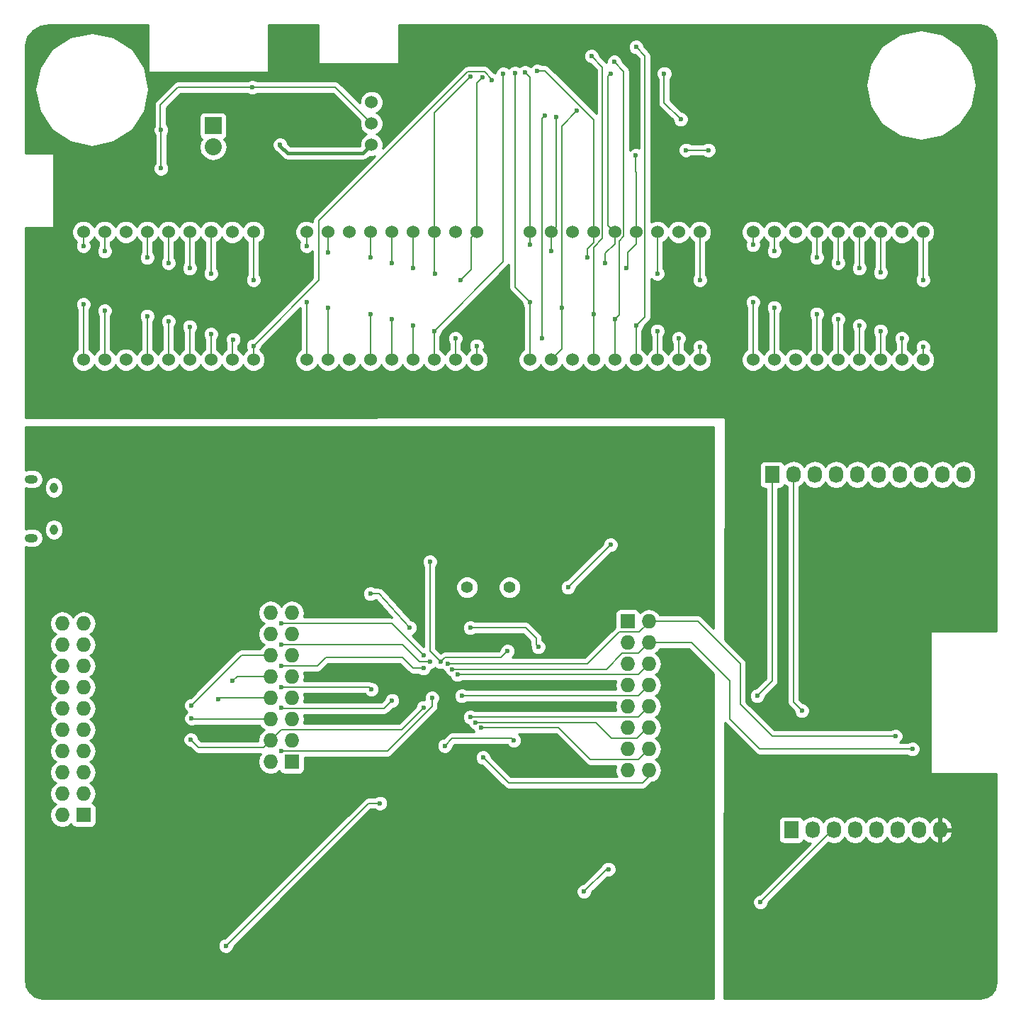
<source format=gbl>
G04 #@! TF.FileFunction,Copper,L2,Bot,Signal*
%FSLAX46Y46*%
G04 Gerber Fmt 4.6, Leading zero omitted, Abs format (unit mm)*
G04 Created by KiCad (PCBNEW 4.0.2+dfsg1-2~bpo8+1-stable) date Tue 05 Jul 2016 08:57:00 AM CDT*
%MOMM*%
G01*
G04 APERTURE LIST*
%ADD10C,0.100000*%
%ADD11R,1.727200X1.727200*%
%ADD12O,1.727200X1.727200*%
%ADD13O,0.950000X1.250000*%
%ADD14O,1.550000X1.000000*%
%ADD15C,1.524000*%
%ADD16R,2.032000X2.032000*%
%ADD17O,2.032000X2.032000*%
%ADD18C,1.422400*%
%ADD19R,1.727200X2.032000*%
%ADD20O,1.727200X2.032000*%
%ADD21C,0.600000*%
%ADD22C,0.381000*%
%ADD23C,0.203200*%
%ADD24C,0.254000*%
G04 APERTURE END LIST*
D10*
D11*
X24130000Y-111506000D03*
D12*
X21590000Y-111506000D03*
X24130000Y-108966000D03*
X21590000Y-108966000D03*
X24130000Y-106426000D03*
X21590000Y-106426000D03*
X24130000Y-103886000D03*
X21590000Y-103886000D03*
X24130000Y-101346000D03*
X21590000Y-101346000D03*
X24130000Y-98806000D03*
X21590000Y-98806000D03*
X24130000Y-96266000D03*
X21590000Y-96266000D03*
X24130000Y-93726000D03*
X21590000Y-93726000D03*
X24130000Y-91186000D03*
X21590000Y-91186000D03*
X24130000Y-88646000D03*
X21590000Y-88646000D03*
D13*
X20612540Y-72429100D03*
X20612540Y-77429100D03*
D14*
X17912540Y-71429100D03*
X17912540Y-78429100D03*
D15*
X26670000Y-57150000D03*
X29210000Y-57150000D03*
X31750000Y-57150000D03*
X34290000Y-57150000D03*
X36830000Y-57150000D03*
X39370000Y-57150000D03*
X41910000Y-57150000D03*
X24130000Y-57150000D03*
X44450000Y-57150000D03*
X24130000Y-41910000D03*
X26670000Y-41910000D03*
X29210000Y-41910000D03*
X31750000Y-41910000D03*
X34290000Y-41910000D03*
X36830000Y-41910000D03*
X39370000Y-41910000D03*
X41910000Y-41910000D03*
X44450000Y-41910000D03*
X53340000Y-57150000D03*
X55880000Y-57150000D03*
X58420000Y-57150000D03*
X60960000Y-57150000D03*
X63500000Y-57150000D03*
X66040000Y-57150000D03*
X68580000Y-57150000D03*
X50800000Y-57150000D03*
X71120000Y-57150000D03*
X50800000Y-41910000D03*
X53340000Y-41910000D03*
X55880000Y-41910000D03*
X58420000Y-41910000D03*
X60960000Y-41910000D03*
X63500000Y-41910000D03*
X66040000Y-41910000D03*
X68580000Y-41910000D03*
X71120000Y-41910000D03*
X80010000Y-57150000D03*
X82550000Y-57150000D03*
X85090000Y-57150000D03*
X87630000Y-57150000D03*
X90170000Y-57150000D03*
X92710000Y-57150000D03*
X95250000Y-57150000D03*
X77470000Y-57150000D03*
X97790000Y-57150000D03*
X77470000Y-41910000D03*
X80010000Y-41910000D03*
X82550000Y-41910000D03*
X85090000Y-41910000D03*
X87630000Y-41910000D03*
X90170000Y-41910000D03*
X92710000Y-41910000D03*
X95250000Y-41910000D03*
X97790000Y-41910000D03*
X106680000Y-57150000D03*
X109220000Y-57150000D03*
X111760000Y-57150000D03*
X114300000Y-57150000D03*
X116840000Y-57150000D03*
X119380000Y-57150000D03*
X121920000Y-57150000D03*
X104140000Y-57150000D03*
X124460000Y-57150000D03*
X104140000Y-41910000D03*
X106680000Y-41910000D03*
X109220000Y-41910000D03*
X111760000Y-41910000D03*
X114300000Y-41910000D03*
X116840000Y-41910000D03*
X119380000Y-41910000D03*
X121920000Y-41910000D03*
X124460000Y-41910000D03*
D16*
X39624000Y-29210000D03*
D17*
X39624000Y-31750000D03*
D11*
X49022000Y-105156000D03*
D12*
X46482000Y-105156000D03*
X49022000Y-102616000D03*
X46482000Y-102616000D03*
X49022000Y-100076000D03*
X46482000Y-100076000D03*
X49022000Y-97536000D03*
X46482000Y-97536000D03*
X49022000Y-94996000D03*
X46482000Y-94996000D03*
X49022000Y-92456000D03*
X46482000Y-92456000D03*
X49022000Y-89916000D03*
X46482000Y-89916000D03*
X49022000Y-87376000D03*
X46482000Y-87376000D03*
D11*
X89154000Y-88392000D03*
D12*
X91694000Y-88392000D03*
X89154000Y-90932000D03*
X91694000Y-90932000D03*
X89154000Y-93472000D03*
X91694000Y-93472000D03*
X89154000Y-96012000D03*
X91694000Y-96012000D03*
X89154000Y-98552000D03*
X91694000Y-98552000D03*
X89154000Y-101092000D03*
X91694000Y-101092000D03*
X89154000Y-103632000D03*
X91694000Y-103632000D03*
X89154000Y-106172000D03*
X91694000Y-106172000D03*
D18*
X69977000Y-84328000D03*
X75057000Y-84328000D03*
D19*
X108712000Y-113284000D03*
D20*
X111252000Y-113284000D03*
X113792000Y-113284000D03*
X116332000Y-113284000D03*
X118872000Y-113284000D03*
X121412000Y-113284000D03*
X123952000Y-113284000D03*
X126492000Y-113284000D03*
D19*
X106426000Y-70866000D03*
D20*
X108966000Y-70866000D03*
X111506000Y-70866000D03*
X114046000Y-70866000D03*
X116586000Y-70866000D03*
X119126000Y-70866000D03*
X121666000Y-70866000D03*
X124206000Y-70866000D03*
X126746000Y-70866000D03*
X129286000Y-70866000D03*
D15*
X58547000Y-31496000D03*
X58547000Y-28956000D03*
X58547000Y-26416000D03*
D21*
X120777000Y-119761000D03*
X31623000Y-29718000D03*
X104571800Y-30327600D03*
X129286000Y-64770000D03*
X119380000Y-64770000D03*
X111252000Y-83058000D03*
X47625000Y-31496000D03*
X39306500Y-68262500D03*
X43751500Y-101790500D03*
X59436000Y-100330000D03*
X68453000Y-104775000D03*
X36703000Y-96012000D03*
X65405000Y-95504000D03*
X67437000Y-89027000D03*
X58674000Y-82804000D03*
X68326000Y-71374000D03*
X59944000Y-79248000D03*
X89408000Y-79756000D03*
X80264000Y-103124000D03*
X84328000Y-75438000D03*
X82550000Y-76962000D03*
X96520000Y-85598000D03*
X72644000Y-96012000D03*
X96520000Y-107442000D03*
X67310000Y-103251000D03*
X75565000Y-102616000D03*
X74803000Y-91948000D03*
X65532000Y-81280000D03*
X66802000Y-93218000D03*
X83121500Y-27432000D03*
X106680000Y-50927000D03*
X81280000Y-50927000D03*
X53340000Y-50927000D03*
X26670000Y-51308000D03*
X84836000Y-20891500D03*
X111760000Y-51689000D03*
X85090000Y-51689000D03*
X58420000Y-51689000D03*
X31750000Y-51943000D03*
X87566500Y-21590000D03*
X114300000Y-52324000D03*
X87630000Y-52324000D03*
X60960000Y-52324000D03*
X34290000Y-52578000D03*
X90170000Y-19812000D03*
X116840000Y-53086000D03*
X90170000Y-53086000D03*
X63500000Y-53086000D03*
X36830000Y-53213000D03*
X74295000Y-23050500D03*
X119380000Y-53721000D03*
X92710000Y-53721000D03*
X66040000Y-53721000D03*
X39370000Y-54102000D03*
X78930500Y-54610000D03*
X79311500Y-28003500D03*
X121920000Y-54610000D03*
X95250000Y-54610000D03*
X68580000Y-54610000D03*
X42037000Y-54737000D03*
X75692000Y-22923500D03*
X104140000Y-50292000D03*
X77470000Y-50292000D03*
X50800000Y-50292000D03*
X24130000Y-50546000D03*
X72961500Y-23749000D03*
X124460000Y-55626000D03*
X97790000Y-55626000D03*
X71120000Y-55499000D03*
X44450000Y-55499000D03*
X76898500Y-22860000D03*
X104140000Y-43434000D03*
X77470000Y-43434000D03*
X50800000Y-43561000D03*
X24130000Y-43561000D03*
X80645000Y-28194000D03*
X106680000Y-44196000D03*
X80010000Y-44196000D03*
X53340000Y-44323000D03*
X26670000Y-44196000D03*
X78359000Y-22669500D03*
X111760000Y-44958000D03*
X84328000Y-44958000D03*
X58420000Y-44958000D03*
X31750000Y-44958000D03*
X87122000Y-22987000D03*
X114300000Y-45593000D03*
X86487000Y-45593000D03*
X60960000Y-45593000D03*
X34290000Y-45593000D03*
X90106500Y-32766000D03*
X116840000Y-46228000D03*
X89027000Y-46228000D03*
X63500000Y-46228000D03*
X36830000Y-46228000D03*
X70358000Y-23368000D03*
X119380000Y-46736000D03*
X92710000Y-46863000D03*
X66167000Y-46863000D03*
X39370000Y-46863000D03*
X71818500Y-23431500D03*
X124460000Y-47625000D03*
X97790000Y-47625000D03*
X69215000Y-47625000D03*
X44450000Y-47625000D03*
X105029000Y-121920000D03*
X95504000Y-28448000D03*
X93535500Y-22987000D03*
X96139000Y-32131000D03*
X98806000Y-32131000D03*
X121158000Y-102108000D03*
X67691000Y-93472000D03*
X123190000Y-103632000D03*
X68199000Y-94107000D03*
X109982000Y-99060000D03*
X104648000Y-97282000D03*
X41148000Y-127127000D03*
X59563000Y-110109000D03*
X86868000Y-117983000D03*
X83947000Y-120650000D03*
X47752000Y-103886000D03*
X65786000Y-97536000D03*
X64770000Y-92456000D03*
X47752000Y-88646000D03*
X37033200Y-98425000D03*
X65532000Y-93218000D03*
X47752000Y-91186000D03*
X41960800Y-95529400D03*
X64770000Y-93980000D03*
X47752000Y-93726000D03*
X64770000Y-98679000D03*
X36957000Y-102514400D03*
X68834000Y-94742000D03*
X69342000Y-97282000D03*
X70358000Y-99822000D03*
X70993000Y-100457000D03*
X71628000Y-101092000D03*
X71882000Y-104648000D03*
X44323000Y-24638000D03*
X33401000Y-34315400D03*
X33401000Y-29718000D03*
X78486000Y-91440000D03*
X70358000Y-89154000D03*
X63119000Y-89154000D03*
X58420000Y-85090000D03*
X87122000Y-79248000D03*
X82042000Y-84328000D03*
X61010800Y-97840800D03*
X47777400Y-98704400D03*
X37058600Y-99974400D03*
X58547000Y-96520000D03*
X47752000Y-96266000D03*
X40233600Y-97663000D03*
D22*
X47625000Y-31496000D02*
X47625000Y-31623000D01*
X57531000Y-32512000D02*
X58547000Y-31496000D01*
X48514000Y-32512000D02*
X57531000Y-32512000D01*
X47625000Y-31623000D02*
X48514000Y-32512000D01*
D23*
X68199000Y-102362000D02*
X67310000Y-103251000D01*
X75311000Y-102362000D02*
X68199000Y-102362000D01*
X75565000Y-102616000D02*
X75311000Y-102362000D01*
X67310000Y-92710000D02*
X66802000Y-93218000D01*
X74041000Y-92710000D02*
X67310000Y-92710000D01*
X74803000Y-91948000D02*
X74041000Y-92710000D01*
X65532000Y-81280000D02*
X65532000Y-91948000D01*
X65532000Y-91948000D02*
X66802000Y-93218000D01*
X81280000Y-50927000D02*
X81280000Y-29273500D01*
X81280000Y-29273500D02*
X83121500Y-27432000D01*
X106680000Y-50927000D02*
X106680000Y-57150000D01*
X26670000Y-57150000D02*
X26670000Y-51308000D01*
X53340000Y-50927000D02*
X53340000Y-57150000D01*
X81280000Y-55880000D02*
X80010000Y-57150000D01*
X81280000Y-50927000D02*
X81280000Y-55880000D01*
X85090000Y-51689000D02*
X85090000Y-43754750D01*
X85090000Y-43754750D02*
X86156801Y-42687949D01*
X86156801Y-42687949D02*
X86156801Y-22212301D01*
X86156801Y-22212301D02*
X84836000Y-20891500D01*
X111760000Y-51689000D02*
X111760000Y-57150000D01*
X31750000Y-57150000D02*
X31750000Y-51943000D01*
X58420000Y-51689000D02*
X58420000Y-57150000D01*
X85090000Y-57150000D02*
X85090000Y-51689000D01*
X87630000Y-52324000D02*
X88142065Y-51811935D01*
X88142065Y-51811935D02*
X88142065Y-42976801D01*
X88142065Y-42976801D02*
X88696801Y-42422065D01*
X88696801Y-42422065D02*
X88696801Y-22720301D01*
X88696801Y-22720301D02*
X87566500Y-21590000D01*
X114300000Y-52324000D02*
X114300000Y-57150000D01*
X34290000Y-57150000D02*
X34290000Y-52578000D01*
X60960000Y-52324000D02*
X60960000Y-57150000D01*
X87630000Y-57150000D02*
X87630000Y-52324000D01*
X90170000Y-53086000D02*
X91236801Y-52019199D01*
X91236801Y-52019199D02*
X91236801Y-20878801D01*
X91236801Y-20878801D02*
X90170000Y-19812000D01*
X116840000Y-53086000D02*
X116840000Y-57150000D01*
X36830000Y-57150000D02*
X36830000Y-53213000D01*
X63500000Y-53086000D02*
X63500000Y-57150000D01*
X90170000Y-53086000D02*
X90170000Y-57150000D01*
X66040000Y-53721000D02*
X74295000Y-45466000D01*
X74295000Y-45466000D02*
X74295000Y-23050500D01*
X119380000Y-53721000D02*
X119380000Y-57150000D01*
X92710000Y-53721000D02*
X92710000Y-57150000D01*
X39370000Y-57150000D02*
X39370000Y-54102000D01*
X66040000Y-57150000D02*
X66040000Y-53721000D01*
X79311500Y-28003500D02*
X78930500Y-28384500D01*
X78930500Y-28384500D02*
X78930500Y-54610000D01*
X121920000Y-54610000D02*
X121920000Y-57150000D01*
X95250000Y-54610000D02*
X95250000Y-57150000D01*
X41910000Y-57150000D02*
X41910000Y-54864000D01*
X68580000Y-54610000D02*
X68580000Y-57150000D01*
X41910000Y-54864000D02*
X42037000Y-54737000D01*
X77470000Y-50292000D02*
X75692000Y-48514000D01*
X75692000Y-48514000D02*
X75692000Y-22923500D01*
X104140000Y-50292000D02*
X104140000Y-57150000D01*
X24130000Y-57150000D02*
X24130000Y-50546000D01*
X50800000Y-50292000D02*
X50800000Y-57150000D01*
X77470000Y-57150000D02*
X77470000Y-50292000D01*
X44450000Y-55499000D02*
X52273199Y-47675801D01*
X52273199Y-47675801D02*
X52273199Y-40557695D01*
X52273199Y-40557695D02*
X70067695Y-22763199D01*
X70067695Y-22763199D02*
X72045305Y-22763199D01*
X72045305Y-22763199D02*
X72961500Y-23679394D01*
X72961500Y-23679394D02*
X72961500Y-23749000D01*
X124460000Y-55626000D02*
X124460000Y-57150000D01*
X97790000Y-55626000D02*
X97790000Y-57150000D01*
X44450000Y-57150000D02*
X44450000Y-55499000D01*
X71120000Y-57150000D02*
X71120000Y-55499000D01*
X77470000Y-41910000D02*
X77470000Y-23431500D01*
X77470000Y-23431500D02*
X76898500Y-22860000D01*
X104140000Y-43434000D02*
X104140000Y-41910000D01*
X77470000Y-43434000D02*
X77470000Y-41910000D01*
X24130000Y-41910000D02*
X24130000Y-43561000D01*
X50800000Y-43561000D02*
X50800000Y-41910000D01*
X80645000Y-28194000D02*
X80645000Y-41275000D01*
X80645000Y-41275000D02*
X80010000Y-41910000D01*
X106680000Y-44196000D02*
X106680000Y-41910000D01*
X80010000Y-44196000D02*
X80010000Y-41910000D01*
X26670000Y-41910000D02*
X26670000Y-44196000D01*
X53340000Y-44323000D02*
X53340000Y-41910000D01*
X85090000Y-41910000D02*
X85090000Y-28505394D01*
X85090000Y-28505394D02*
X79254106Y-22669500D01*
X79254106Y-22669500D02*
X78359000Y-22669500D01*
X111760000Y-44958000D02*
X111760000Y-41910000D01*
X85090000Y-43180000D02*
X85090000Y-41910000D01*
X84328000Y-43942000D02*
X85090000Y-43180000D01*
X84328000Y-44958000D02*
X84328000Y-43942000D01*
X31750000Y-41910000D02*
X31750000Y-44958000D01*
X58420000Y-44958000D02*
X58420000Y-41910000D01*
X87630000Y-41910000D02*
X86834699Y-41114699D01*
X86834699Y-41114699D02*
X86834699Y-23274301D01*
X86834699Y-23274301D02*
X87122000Y-22987000D01*
X114300000Y-45593000D02*
X114300000Y-41910000D01*
X87630000Y-43307000D02*
X87630000Y-41910000D01*
X86487000Y-44450000D02*
X87630000Y-43307000D01*
X86487000Y-45593000D02*
X86487000Y-44450000D01*
X34290000Y-41910000D02*
X34290000Y-45593000D01*
X60960000Y-45593000D02*
X60960000Y-41910000D01*
X90106500Y-32766000D02*
X90106500Y-34734500D01*
X90106500Y-34734500D02*
X90170000Y-34798000D01*
X90170000Y-41910000D02*
X90170000Y-34798000D01*
X116840000Y-46228000D02*
X116840000Y-41910000D01*
X90170000Y-43307000D02*
X90170000Y-41910000D01*
X89154000Y-44323000D02*
X90170000Y-43307000D01*
X89154000Y-46101000D02*
X89154000Y-44323000D01*
X89027000Y-46228000D02*
X89154000Y-46101000D01*
X36830000Y-41910000D02*
X36830000Y-46228000D01*
X63500000Y-46228000D02*
X63500000Y-41910000D01*
X66040000Y-41910000D02*
X66040000Y-27686000D01*
X66040000Y-27686000D02*
X70358000Y-23368000D01*
X119380000Y-46736000D02*
X119380000Y-41910000D01*
X92710000Y-46863000D02*
X92710000Y-41910000D01*
X39370000Y-41910000D02*
X39370000Y-46863000D01*
X66040000Y-46736000D02*
X66040000Y-41910000D01*
X66167000Y-46863000D02*
X66040000Y-46736000D01*
X71120000Y-41910000D02*
X71120000Y-24130000D01*
X71120000Y-24130000D02*
X71818500Y-23431500D01*
X124460000Y-47625000D02*
X124460000Y-41910000D01*
X97790000Y-47625000D02*
X97790000Y-41910000D01*
X44450000Y-41910000D02*
X44450000Y-47625000D01*
X70485000Y-42545000D02*
X71120000Y-41910000D01*
X70485000Y-46355000D02*
X70485000Y-42545000D01*
X69215000Y-47625000D02*
X70485000Y-46355000D01*
X105029000Y-121920000D02*
X113665000Y-113284000D01*
X113665000Y-113284000D02*
X113792000Y-113284000D01*
X93535500Y-22987000D02*
X93535500Y-26479500D01*
X93535500Y-26479500D02*
X95504000Y-28448000D01*
X98806000Y-32131000D02*
X96139000Y-32131000D01*
X91694000Y-88392000D02*
X97536000Y-88392000D01*
X106426000Y-102108000D02*
X121158000Y-102108000D01*
X102616000Y-98298000D02*
X106426000Y-102108000D01*
X102616000Y-93472000D02*
X102616000Y-98298000D01*
X97536000Y-88392000D02*
X102616000Y-93472000D01*
X91694000Y-88392000D02*
X91694000Y-88519000D01*
X91694000Y-88519000D02*
X90551000Y-89662000D01*
X90551000Y-89662000D02*
X88138000Y-89662000D01*
X88138000Y-89662000D02*
X84328000Y-93472000D01*
X84328000Y-93472000D02*
X67691000Y-93472000D01*
X91694000Y-90932000D02*
X96774000Y-90932000D01*
X104902000Y-103632000D02*
X123190000Y-103632000D01*
X101346000Y-100076000D02*
X104902000Y-103632000D01*
X101346000Y-95504000D02*
X101346000Y-100076000D01*
X96774000Y-90932000D02*
X101346000Y-95504000D01*
X91694000Y-90932000D02*
X90424000Y-92202000D01*
X86614000Y-94107000D02*
X68199000Y-94107000D01*
X88519000Y-92202000D02*
X86614000Y-94107000D01*
X90424000Y-92202000D02*
X88519000Y-92202000D01*
X108966000Y-70866000D02*
X108966000Y-98044000D01*
X108966000Y-98044000D02*
X109982000Y-99060000D01*
X106426000Y-70866000D02*
X106426000Y-95504000D01*
X106426000Y-95504000D02*
X104648000Y-97282000D01*
X59563000Y-110109000D02*
X58166000Y-110109000D01*
X58166000Y-110109000D02*
X41148000Y-127127000D01*
X83947000Y-120650000D02*
X86614000Y-117983000D01*
X86614000Y-117983000D02*
X86868000Y-117983000D01*
X60458108Y-103886000D02*
X48176264Y-103886000D01*
X65786000Y-98558108D02*
X60458108Y-103886000D01*
X48176264Y-103886000D02*
X47752000Y-103886000D01*
X65786000Y-97536000D02*
X65786000Y-98558108D01*
X64770000Y-92456000D02*
X60960000Y-88646000D01*
X60960000Y-88646000D02*
X47752000Y-88646000D01*
X43002200Y-92456000D02*
X46482000Y-92456000D01*
X37033200Y-98425000D02*
X43002200Y-92456000D01*
X65532000Y-93218000D02*
X64262000Y-93218000D01*
X64262000Y-93218000D02*
X62230000Y-91186000D01*
X62230000Y-91186000D02*
X47752000Y-91186000D01*
X42494200Y-94996000D02*
X46482000Y-94996000D01*
X41960800Y-95529400D02*
X42494200Y-94996000D01*
X64770000Y-93980000D02*
X63500000Y-93980000D01*
X63500000Y-93980000D02*
X62230000Y-92710000D01*
X62230000Y-92710000D02*
X53086000Y-92710000D01*
X53086000Y-92710000D02*
X52070000Y-93726000D01*
X52070000Y-93726000D02*
X47752000Y-93726000D01*
X46482000Y-94996000D02*
X46609000Y-94996000D01*
X47777401Y-101320599D02*
X62128401Y-101320599D01*
X46482000Y-102616000D02*
X47777401Y-101320599D01*
X62128401Y-101320599D02*
X64770000Y-98679000D01*
X46482000Y-102616000D02*
X46609000Y-102616000D01*
X45643800Y-103454200D02*
X46482000Y-102616000D01*
X37896800Y-103454200D02*
X45643800Y-103454200D01*
X36957000Y-102514400D02*
X37896800Y-103454200D01*
X46482000Y-102616000D02*
X46482000Y-102743000D01*
X91694000Y-93472000D02*
X90424000Y-94742000D01*
X90424000Y-94742000D02*
X68834000Y-94742000D01*
X91694000Y-96012000D02*
X90424000Y-97282000D01*
X90424000Y-97282000D02*
X69342000Y-97282000D01*
X91694000Y-98552000D02*
X90424000Y-99822000D01*
X90424000Y-99822000D02*
X70358000Y-99822000D01*
X91694000Y-101092000D02*
X91567000Y-101092000D01*
X91567000Y-101092000D02*
X90297000Y-102362000D01*
X85344000Y-100457000D02*
X70993000Y-100457000D01*
X87249000Y-102362000D02*
X85344000Y-100457000D01*
X90297000Y-102362000D02*
X87249000Y-102362000D01*
X91694000Y-103632000D02*
X90424000Y-104902000D01*
X80899000Y-101092000D02*
X71628000Y-101092000D01*
X84709000Y-104902000D02*
X80899000Y-101092000D01*
X90424000Y-104902000D02*
X84709000Y-104902000D01*
X91694000Y-106172000D02*
X91694000Y-106934000D01*
X91694000Y-106934000D02*
X90932000Y-107696000D01*
X74930000Y-107696000D02*
X71882000Y-104648000D01*
X90932000Y-107696000D02*
X74930000Y-107696000D01*
X42113200Y-24638000D02*
X44323000Y-24638000D01*
X33401000Y-29718000D02*
X33324800Y-29641800D01*
X33324800Y-29641800D02*
X33324800Y-26746200D01*
X33324800Y-26746200D02*
X35433000Y-24638000D01*
X35433000Y-24638000D02*
X42113200Y-24638000D01*
X44323000Y-24638000D02*
X54229000Y-24638000D01*
X54229000Y-24638000D02*
X58547000Y-28956000D01*
X33401000Y-34315400D02*
X33401000Y-29718000D01*
X78232000Y-91186000D02*
X78486000Y-91440000D01*
X78232000Y-90424000D02*
X78232000Y-91186000D01*
X76962000Y-89154000D02*
X78232000Y-90424000D01*
X70358000Y-89154000D02*
X76962000Y-89154000D01*
X58420000Y-85090000D02*
X59436000Y-85090000D01*
X59436000Y-85090000D02*
X63119000Y-89154000D01*
X82042000Y-84328000D02*
X87122000Y-79248000D01*
X60045600Y-98806000D02*
X61010800Y-97840800D01*
X47879000Y-98806000D02*
X60045600Y-98806000D01*
X47777400Y-98704400D02*
X47879000Y-98806000D01*
X37160200Y-100076000D02*
X46482000Y-100076000D01*
X37058600Y-99974400D02*
X37160200Y-100076000D01*
X47752000Y-96266000D02*
X58293000Y-96266000D01*
X58293000Y-96266000D02*
X58547000Y-96520000D01*
X40360600Y-97536000D02*
X46482000Y-97536000D01*
X40233600Y-97663000D02*
X40360600Y-97536000D01*
X49022000Y-105156000D02*
X49022000Y-105918000D01*
X49022000Y-102616000D02*
X48447260Y-102616000D01*
D24*
G36*
X99441000Y-89255290D02*
X98056855Y-87871145D01*
X97817885Y-87711470D01*
X97536000Y-87655400D01*
X92998898Y-87655400D01*
X92783029Y-87332330D01*
X92296848Y-87007474D01*
X91723359Y-86893400D01*
X91664641Y-86893400D01*
X91091152Y-87007474D01*
X90625558Y-87318574D01*
X90620762Y-87293083D01*
X90481690Y-87076959D01*
X90269490Y-86931969D01*
X90017600Y-86880960D01*
X88290400Y-86880960D01*
X88055083Y-86925238D01*
X87838959Y-87064310D01*
X87693969Y-87276510D01*
X87642960Y-87528400D01*
X87642960Y-89123896D01*
X87635920Y-89128600D01*
X87617145Y-89141145D01*
X84022890Y-92735400D01*
X75337670Y-92735400D01*
X75595192Y-92478327D01*
X75737838Y-92134799D01*
X75738162Y-91762833D01*
X75596117Y-91419057D01*
X75333327Y-91155808D01*
X74989799Y-91013162D01*
X74617833Y-91012838D01*
X74274057Y-91154883D01*
X74010808Y-91417673D01*
X73868162Y-91761201D01*
X73868092Y-91841198D01*
X73735890Y-91973400D01*
X67310000Y-91973400D01*
X67028115Y-92029470D01*
X66804557Y-92178847D01*
X66268600Y-91642890D01*
X66268600Y-89339167D01*
X69422838Y-89339167D01*
X69564883Y-89682943D01*
X69827673Y-89946192D01*
X70171201Y-90088838D01*
X70543167Y-90089162D01*
X70886943Y-89947117D01*
X70943559Y-89890600D01*
X76656890Y-89890600D01*
X77495400Y-90729110D01*
X77495400Y-91186000D01*
X77550977Y-91465407D01*
X77550838Y-91625167D01*
X77692883Y-91968943D01*
X77955673Y-92232192D01*
X78299201Y-92374838D01*
X78671167Y-92375162D01*
X79014943Y-92233117D01*
X79278192Y-91970327D01*
X79420838Y-91626799D01*
X79421162Y-91254833D01*
X79279117Y-90911057D01*
X79016327Y-90647808D01*
X78968600Y-90627990D01*
X78968600Y-90424000D01*
X78912530Y-90142115D01*
X78752855Y-89903145D01*
X77482855Y-88633145D01*
X77243885Y-88473470D01*
X76962000Y-88417400D01*
X70943822Y-88417400D01*
X70888327Y-88361808D01*
X70544799Y-88219162D01*
X70172833Y-88218838D01*
X69829057Y-88360883D01*
X69565808Y-88623673D01*
X69423162Y-88967201D01*
X69422838Y-89339167D01*
X66268600Y-89339167D01*
X66268600Y-84594601D01*
X68630566Y-84594601D01*
X68835081Y-85089565D01*
X69213443Y-85468588D01*
X69708049Y-85673966D01*
X70243601Y-85674434D01*
X70738565Y-85469919D01*
X71117588Y-85091557D01*
X71322966Y-84596951D01*
X71322968Y-84594601D01*
X73710566Y-84594601D01*
X73915081Y-85089565D01*
X74293443Y-85468588D01*
X74788049Y-85673966D01*
X75323601Y-85674434D01*
X75818565Y-85469919D01*
X76197588Y-85091557D01*
X76402966Y-84596951D01*
X76403039Y-84513167D01*
X81106838Y-84513167D01*
X81248883Y-84856943D01*
X81511673Y-85120192D01*
X81855201Y-85262838D01*
X82227167Y-85263162D01*
X82570943Y-85121117D01*
X82834192Y-84858327D01*
X82976838Y-84514799D01*
X82976908Y-84434802D01*
X87228616Y-80183094D01*
X87307167Y-80183162D01*
X87650943Y-80041117D01*
X87914192Y-79778327D01*
X88056838Y-79434799D01*
X88057162Y-79062833D01*
X87915117Y-78719057D01*
X87652327Y-78455808D01*
X87308799Y-78313162D01*
X86936833Y-78312838D01*
X86593057Y-78454883D01*
X86329808Y-78717673D01*
X86187162Y-79061201D01*
X86187092Y-79141198D01*
X81935384Y-83392906D01*
X81856833Y-83392838D01*
X81513057Y-83534883D01*
X81249808Y-83797673D01*
X81107162Y-84141201D01*
X81106838Y-84513167D01*
X76403039Y-84513167D01*
X76403434Y-84061399D01*
X76198919Y-83566435D01*
X75820557Y-83187412D01*
X75325951Y-82982034D01*
X74790399Y-82981566D01*
X74295435Y-83186081D01*
X73916412Y-83564443D01*
X73711034Y-84059049D01*
X73710566Y-84594601D01*
X71322968Y-84594601D01*
X71323434Y-84061399D01*
X71118919Y-83566435D01*
X70740557Y-83187412D01*
X70245951Y-82982034D01*
X69710399Y-82981566D01*
X69215435Y-83186081D01*
X68836412Y-83564443D01*
X68631034Y-84059049D01*
X68630566Y-84594601D01*
X66268600Y-84594601D01*
X66268600Y-81865822D01*
X66324192Y-81810327D01*
X66466838Y-81466799D01*
X66467162Y-81094833D01*
X66325117Y-80751057D01*
X66062327Y-80487808D01*
X65718799Y-80345162D01*
X65346833Y-80344838D01*
X65003057Y-80486883D01*
X64739808Y-80749673D01*
X64597162Y-81093201D01*
X64596838Y-81465167D01*
X64738883Y-81808943D01*
X64795400Y-81865559D01*
X64795400Y-91439690D01*
X63403732Y-90048022D01*
X63647943Y-89947117D01*
X63911192Y-89684327D01*
X64053838Y-89340799D01*
X64054162Y-88968833D01*
X63912117Y-88625057D01*
X63649327Y-88361808D01*
X63305799Y-88219162D01*
X63265851Y-88219127D01*
X59981811Y-84595359D01*
X59967060Y-84584417D01*
X59956855Y-84569145D01*
X59852130Y-84499170D01*
X59750973Y-84424138D01*
X59733157Y-84419674D01*
X59717885Y-84409470D01*
X59594358Y-84384899D01*
X59472183Y-84354289D01*
X59454014Y-84356983D01*
X59436000Y-84353400D01*
X59005822Y-84353400D01*
X58950327Y-84297808D01*
X58606799Y-84155162D01*
X58234833Y-84154838D01*
X57891057Y-84296883D01*
X57627808Y-84559673D01*
X57485162Y-84903201D01*
X57484838Y-85275167D01*
X57626883Y-85618943D01*
X57889673Y-85882192D01*
X58233201Y-86024838D01*
X58605167Y-86025162D01*
X58948943Y-85883117D01*
X59005559Y-85826600D01*
X59109464Y-85826600D01*
X61005139Y-87918379D01*
X60960000Y-87909400D01*
X50443859Y-87909400D01*
X50549959Y-87376000D01*
X50435885Y-86802511D01*
X50111029Y-86316330D01*
X49624848Y-85991474D01*
X49051359Y-85877400D01*
X48992641Y-85877400D01*
X48419152Y-85991474D01*
X47932971Y-86316330D01*
X47752000Y-86587172D01*
X47571029Y-86316330D01*
X47084848Y-85991474D01*
X46511359Y-85877400D01*
X46452641Y-85877400D01*
X45879152Y-85991474D01*
X45392971Y-86316330D01*
X45068115Y-86802511D01*
X44954041Y-87376000D01*
X45068115Y-87949489D01*
X45392971Y-88435670D01*
X45707752Y-88646000D01*
X45392971Y-88856330D01*
X45068115Y-89342511D01*
X44954041Y-89916000D01*
X45068115Y-90489489D01*
X45392971Y-90975670D01*
X45707752Y-91186000D01*
X45392971Y-91396330D01*
X45177102Y-91719400D01*
X43002200Y-91719400D01*
X42720315Y-91775470D01*
X42503839Y-91920115D01*
X42481345Y-91935145D01*
X36926584Y-97489906D01*
X36848033Y-97489838D01*
X36504257Y-97631883D01*
X36241008Y-97894673D01*
X36098362Y-98238201D01*
X36098038Y-98610167D01*
X36240083Y-98953943D01*
X36498287Y-99212598D01*
X36266408Y-99444073D01*
X36123762Y-99787601D01*
X36123438Y-100159567D01*
X36265483Y-100503343D01*
X36528273Y-100766592D01*
X36871801Y-100909238D01*
X37243767Y-100909562D01*
X37478434Y-100812600D01*
X45177102Y-100812600D01*
X45392971Y-101135670D01*
X45707752Y-101346000D01*
X45392971Y-101556330D01*
X45068115Y-102042511D01*
X44954041Y-102616000D01*
X44974250Y-102717600D01*
X38201910Y-102717600D01*
X37892094Y-102407784D01*
X37892162Y-102329233D01*
X37750117Y-101985457D01*
X37487327Y-101722208D01*
X37143799Y-101579562D01*
X36771833Y-101579238D01*
X36428057Y-101721283D01*
X36164808Y-101984073D01*
X36022162Y-102327601D01*
X36021838Y-102699567D01*
X36163883Y-103043343D01*
X36426673Y-103306592D01*
X36770201Y-103449238D01*
X36850198Y-103449308D01*
X37375945Y-103975055D01*
X37614915Y-104134730D01*
X37896800Y-104190800D01*
X45329848Y-104190800D01*
X45068115Y-104582511D01*
X44954041Y-105156000D01*
X45068115Y-105729489D01*
X45392971Y-106215670D01*
X45879152Y-106540526D01*
X46452641Y-106654600D01*
X46511359Y-106654600D01*
X47084848Y-106540526D01*
X47550442Y-106229426D01*
X47555238Y-106254917D01*
X47694310Y-106471041D01*
X47906510Y-106616031D01*
X48158400Y-106667040D01*
X49885600Y-106667040D01*
X50120917Y-106622762D01*
X50337041Y-106483690D01*
X50482031Y-106271490D01*
X50533040Y-106019600D01*
X50533040Y-104622600D01*
X60458108Y-104622600D01*
X60739993Y-104566530D01*
X60978963Y-104406855D01*
X66306855Y-99078963D01*
X66466530Y-98839993D01*
X66522600Y-98558108D01*
X66522600Y-98121822D01*
X66578192Y-98066327D01*
X66720838Y-97722799D01*
X66721162Y-97350833D01*
X66579117Y-97007057D01*
X66316327Y-96743808D01*
X65972799Y-96601162D01*
X65600833Y-96600838D01*
X65257057Y-96742883D01*
X64993808Y-97005673D01*
X64851162Y-97349201D01*
X64850838Y-97721167D01*
X64860305Y-97744078D01*
X64584833Y-97743838D01*
X64241057Y-97885883D01*
X63977808Y-98148673D01*
X63835162Y-98492201D01*
X63835092Y-98572198D01*
X61823291Y-100583999D01*
X50448912Y-100583999D01*
X50549959Y-100076000D01*
X50443859Y-99542600D01*
X60045600Y-99542600D01*
X60327485Y-99486530D01*
X60566455Y-99326855D01*
X61117416Y-98775894D01*
X61195967Y-98775962D01*
X61539743Y-98633917D01*
X61802992Y-98371127D01*
X61945638Y-98027599D01*
X61945962Y-97655633D01*
X61803917Y-97311857D01*
X61541127Y-97048608D01*
X61197599Y-96905962D01*
X60825633Y-96905638D01*
X60481857Y-97047683D01*
X60218608Y-97310473D01*
X60075962Y-97654001D01*
X60075892Y-97733998D01*
X59740490Y-98069400D01*
X50443859Y-98069400D01*
X50549959Y-97536000D01*
X50443859Y-97002600D01*
X57734735Y-97002600D01*
X57753883Y-97048943D01*
X58016673Y-97312192D01*
X58360201Y-97454838D01*
X58732167Y-97455162D01*
X59075943Y-97313117D01*
X59339192Y-97050327D01*
X59481838Y-96706799D01*
X59482162Y-96334833D01*
X59340117Y-95991057D01*
X59077327Y-95727808D01*
X58733799Y-95585162D01*
X58572631Y-95585022D01*
X58293000Y-95529400D01*
X50443859Y-95529400D01*
X50549959Y-94996000D01*
X50443859Y-94462600D01*
X52070000Y-94462600D01*
X52351885Y-94406530D01*
X52590855Y-94246855D01*
X53391110Y-93446600D01*
X61924890Y-93446600D01*
X62979145Y-94500855D01*
X63218115Y-94660530D01*
X63500000Y-94716600D01*
X64184178Y-94716600D01*
X64239673Y-94772192D01*
X64583201Y-94914838D01*
X64955167Y-94915162D01*
X65298943Y-94773117D01*
X65562192Y-94510327D01*
X65704838Y-94166799D01*
X65704850Y-94153151D01*
X65717167Y-94153162D01*
X66060943Y-94011117D01*
X66166954Y-93905290D01*
X66271673Y-94010192D01*
X66615201Y-94152838D01*
X66987167Y-94153162D01*
X67031536Y-94134829D01*
X67160673Y-94264192D01*
X67271251Y-94310108D01*
X67405883Y-94635943D01*
X67668673Y-94899192D01*
X67932554Y-95008765D01*
X68040883Y-95270943D01*
X68303673Y-95534192D01*
X68647201Y-95676838D01*
X69019167Y-95677162D01*
X69362943Y-95535117D01*
X69419559Y-95478600D01*
X87732141Y-95478600D01*
X87626041Y-96012000D01*
X87732141Y-96545400D01*
X69927822Y-96545400D01*
X69872327Y-96489808D01*
X69528799Y-96347162D01*
X69156833Y-96346838D01*
X68813057Y-96488883D01*
X68549808Y-96751673D01*
X68407162Y-97095201D01*
X68406838Y-97467167D01*
X68548883Y-97810943D01*
X68811673Y-98074192D01*
X69155201Y-98216838D01*
X69527167Y-98217162D01*
X69870943Y-98075117D01*
X69927559Y-98018600D01*
X87732141Y-98018600D01*
X87626041Y-98552000D01*
X87732141Y-99085400D01*
X70943822Y-99085400D01*
X70888327Y-99029808D01*
X70544799Y-98887162D01*
X70172833Y-98886838D01*
X69829057Y-99028883D01*
X69565808Y-99291673D01*
X69423162Y-99635201D01*
X69422838Y-100007167D01*
X69564883Y-100350943D01*
X69827673Y-100614192D01*
X70091554Y-100723765D01*
X70199883Y-100985943D01*
X70462673Y-101249192D01*
X70726554Y-101358765D01*
X70834883Y-101620943D01*
X70839332Y-101625400D01*
X68199000Y-101625400D01*
X67917115Y-101681470D01*
X67705476Y-101822883D01*
X67678145Y-101841145D01*
X67203384Y-102315906D01*
X67124833Y-102315838D01*
X66781057Y-102457883D01*
X66517808Y-102720673D01*
X66375162Y-103064201D01*
X66374838Y-103436167D01*
X66516883Y-103779943D01*
X66779673Y-104043192D01*
X67123201Y-104185838D01*
X67495167Y-104186162D01*
X67838943Y-104044117D01*
X68102192Y-103781327D01*
X68244838Y-103437799D01*
X68244908Y-103357802D01*
X68504110Y-103098600D01*
X74752735Y-103098600D01*
X74771883Y-103144943D01*
X75034673Y-103408192D01*
X75378201Y-103550838D01*
X75750167Y-103551162D01*
X76093943Y-103409117D01*
X76357192Y-103146327D01*
X76499838Y-102802799D01*
X76500162Y-102430833D01*
X76358117Y-102087057D01*
X76100111Y-101828600D01*
X80593890Y-101828600D01*
X84188145Y-105422855D01*
X84427115Y-105582530D01*
X84709000Y-105638600D01*
X87732141Y-105638600D01*
X87626041Y-106172000D01*
X87740115Y-106745489D01*
X87883046Y-106959400D01*
X75235110Y-106959400D01*
X72817094Y-104541384D01*
X72817162Y-104462833D01*
X72675117Y-104119057D01*
X72412327Y-103855808D01*
X72068799Y-103713162D01*
X71696833Y-103712838D01*
X71353057Y-103854883D01*
X71089808Y-104117673D01*
X70947162Y-104461201D01*
X70946838Y-104833167D01*
X71088883Y-105176943D01*
X71351673Y-105440192D01*
X71695201Y-105582838D01*
X71775198Y-105582908D01*
X74409145Y-108216855D01*
X74648115Y-108376530D01*
X74930000Y-108432600D01*
X90932000Y-108432600D01*
X91213885Y-108376530D01*
X91452855Y-108216855D01*
X92067580Y-107602130D01*
X92296848Y-107556526D01*
X92783029Y-107231670D01*
X93107885Y-106745489D01*
X93221959Y-106172000D01*
X93107885Y-105598511D01*
X92783029Y-105112330D01*
X92468248Y-104902000D01*
X92783029Y-104691670D01*
X93107885Y-104205489D01*
X93221959Y-103632000D01*
X93107885Y-103058511D01*
X92783029Y-102572330D01*
X92468248Y-102362000D01*
X92783029Y-102151670D01*
X93107885Y-101665489D01*
X93221959Y-101092000D01*
X93107885Y-100518511D01*
X92783029Y-100032330D01*
X92468248Y-99822000D01*
X92783029Y-99611670D01*
X93107885Y-99125489D01*
X93221959Y-98552000D01*
X93107885Y-97978511D01*
X92783029Y-97492330D01*
X92468248Y-97282000D01*
X92783029Y-97071670D01*
X93107885Y-96585489D01*
X93221959Y-96012000D01*
X93107885Y-95438511D01*
X92783029Y-94952330D01*
X92468248Y-94742000D01*
X92783029Y-94531670D01*
X93107885Y-94045489D01*
X93221959Y-93472000D01*
X93107885Y-92898511D01*
X92783029Y-92412330D01*
X92468248Y-92202000D01*
X92783029Y-91991670D01*
X92998898Y-91668600D01*
X96468890Y-91668600D01*
X99441000Y-94640710D01*
X99441000Y-133427000D01*
X19148981Y-133427000D01*
X18324712Y-133183710D01*
X17685280Y-132666933D01*
X17292283Y-131944795D01*
X17195000Y-131027765D01*
X17195000Y-127312167D01*
X40212838Y-127312167D01*
X40354883Y-127655943D01*
X40617673Y-127919192D01*
X40961201Y-128061838D01*
X41333167Y-128062162D01*
X41676943Y-127920117D01*
X41940192Y-127657327D01*
X42082838Y-127313799D01*
X42082908Y-127233802D01*
X48481543Y-120835167D01*
X83011838Y-120835167D01*
X83153883Y-121178943D01*
X83416673Y-121442192D01*
X83760201Y-121584838D01*
X84132167Y-121585162D01*
X84475943Y-121443117D01*
X84739192Y-121180327D01*
X84881838Y-120836799D01*
X84881908Y-120756802D01*
X86720837Y-118917873D01*
X87053167Y-118918162D01*
X87396943Y-118776117D01*
X87660192Y-118513327D01*
X87802838Y-118169799D01*
X87803162Y-117797833D01*
X87661117Y-117454057D01*
X87398327Y-117190808D01*
X87054799Y-117048162D01*
X86682833Y-117047838D01*
X86339057Y-117189883D01*
X86075808Y-117452673D01*
X86056771Y-117498519D01*
X83840384Y-119714906D01*
X83761833Y-119714838D01*
X83418057Y-119856883D01*
X83154808Y-120119673D01*
X83012162Y-120463201D01*
X83011838Y-120835167D01*
X48481543Y-120835167D01*
X58471110Y-110845600D01*
X58977178Y-110845600D01*
X59032673Y-110901192D01*
X59376201Y-111043838D01*
X59748167Y-111044162D01*
X60091943Y-110902117D01*
X60355192Y-110639327D01*
X60497838Y-110295799D01*
X60498162Y-109923833D01*
X60356117Y-109580057D01*
X60093327Y-109316808D01*
X59749799Y-109174162D01*
X59377833Y-109173838D01*
X59034057Y-109315883D01*
X58977441Y-109372400D01*
X58166000Y-109372400D01*
X57884115Y-109428470D01*
X57645145Y-109588145D01*
X41041384Y-126191906D01*
X40962833Y-126191838D01*
X40619057Y-126333883D01*
X40355808Y-126596673D01*
X40213162Y-126940201D01*
X40212838Y-127312167D01*
X17195000Y-127312167D01*
X17195000Y-88646000D01*
X20062041Y-88646000D01*
X20176115Y-89219489D01*
X20500971Y-89705670D01*
X20815752Y-89916000D01*
X20500971Y-90126330D01*
X20176115Y-90612511D01*
X20062041Y-91186000D01*
X20176115Y-91759489D01*
X20500971Y-92245670D01*
X20815752Y-92456000D01*
X20500971Y-92666330D01*
X20176115Y-93152511D01*
X20062041Y-93726000D01*
X20176115Y-94299489D01*
X20500971Y-94785670D01*
X20815752Y-94996000D01*
X20500971Y-95206330D01*
X20176115Y-95692511D01*
X20062041Y-96266000D01*
X20176115Y-96839489D01*
X20500971Y-97325670D01*
X20815752Y-97536000D01*
X20500971Y-97746330D01*
X20176115Y-98232511D01*
X20062041Y-98806000D01*
X20176115Y-99379489D01*
X20500971Y-99865670D01*
X20815752Y-100076000D01*
X20500971Y-100286330D01*
X20176115Y-100772511D01*
X20062041Y-101346000D01*
X20176115Y-101919489D01*
X20500971Y-102405670D01*
X20815752Y-102616000D01*
X20500971Y-102826330D01*
X20176115Y-103312511D01*
X20062041Y-103886000D01*
X20176115Y-104459489D01*
X20500971Y-104945670D01*
X20815752Y-105156000D01*
X20500971Y-105366330D01*
X20176115Y-105852511D01*
X20062041Y-106426000D01*
X20176115Y-106999489D01*
X20500971Y-107485670D01*
X20815752Y-107696000D01*
X20500971Y-107906330D01*
X20176115Y-108392511D01*
X20062041Y-108966000D01*
X20176115Y-109539489D01*
X20500971Y-110025670D01*
X20815752Y-110236000D01*
X20500971Y-110446330D01*
X20176115Y-110932511D01*
X20062041Y-111506000D01*
X20176115Y-112079489D01*
X20500971Y-112565670D01*
X20987152Y-112890526D01*
X21560641Y-113004600D01*
X21619359Y-113004600D01*
X22192848Y-112890526D01*
X22658442Y-112579426D01*
X22663238Y-112604917D01*
X22802310Y-112821041D01*
X23014510Y-112966031D01*
X23266400Y-113017040D01*
X24993600Y-113017040D01*
X25228917Y-112972762D01*
X25445041Y-112833690D01*
X25590031Y-112621490D01*
X25641040Y-112369600D01*
X25641040Y-110642400D01*
X25596762Y-110407083D01*
X25457690Y-110190959D01*
X25245490Y-110045969D01*
X25201869Y-110037136D01*
X25219029Y-110025670D01*
X25543885Y-109539489D01*
X25657959Y-108966000D01*
X25543885Y-108392511D01*
X25219029Y-107906330D01*
X24904248Y-107696000D01*
X25219029Y-107485670D01*
X25543885Y-106999489D01*
X25657959Y-106426000D01*
X25543885Y-105852511D01*
X25219029Y-105366330D01*
X24904248Y-105156000D01*
X25219029Y-104945670D01*
X25543885Y-104459489D01*
X25657959Y-103886000D01*
X25543885Y-103312511D01*
X25219029Y-102826330D01*
X24904248Y-102616000D01*
X25219029Y-102405670D01*
X25543885Y-101919489D01*
X25657959Y-101346000D01*
X25543885Y-100772511D01*
X25219029Y-100286330D01*
X24904248Y-100076000D01*
X25219029Y-99865670D01*
X25543885Y-99379489D01*
X25657959Y-98806000D01*
X25543885Y-98232511D01*
X25219029Y-97746330D01*
X24904248Y-97536000D01*
X25219029Y-97325670D01*
X25543885Y-96839489D01*
X25657959Y-96266000D01*
X25543885Y-95692511D01*
X25219029Y-95206330D01*
X24904248Y-94996000D01*
X25219029Y-94785670D01*
X25543885Y-94299489D01*
X25657959Y-93726000D01*
X25543885Y-93152511D01*
X25219029Y-92666330D01*
X24904248Y-92456000D01*
X25219029Y-92245670D01*
X25543885Y-91759489D01*
X25657959Y-91186000D01*
X25543885Y-90612511D01*
X25219029Y-90126330D01*
X24904248Y-89916000D01*
X25219029Y-89705670D01*
X25543885Y-89219489D01*
X25657959Y-88646000D01*
X25543885Y-88072511D01*
X25219029Y-87586330D01*
X24732848Y-87261474D01*
X24159359Y-87147400D01*
X24100641Y-87147400D01*
X23527152Y-87261474D01*
X23040971Y-87586330D01*
X22860000Y-87857172D01*
X22679029Y-87586330D01*
X22192848Y-87261474D01*
X21619359Y-87147400D01*
X21560641Y-87147400D01*
X20987152Y-87261474D01*
X20500971Y-87586330D01*
X20176115Y-88072511D01*
X20062041Y-88646000D01*
X17195000Y-88646000D01*
X17195000Y-79481568D01*
X17609916Y-79564100D01*
X18215164Y-79564100D01*
X18649510Y-79477703D01*
X19017730Y-79231666D01*
X19263767Y-78863446D01*
X19350164Y-78429100D01*
X19263767Y-77994754D01*
X19017730Y-77626534D01*
X18649510Y-77380497D01*
X18215164Y-77294100D01*
X17609916Y-77294100D01*
X17195000Y-77376632D01*
X17195000Y-77254415D01*
X19502540Y-77254415D01*
X19502540Y-77603785D01*
X19587034Y-78028564D01*
X19827651Y-78388674D01*
X20187761Y-78629291D01*
X20612540Y-78713785D01*
X21037319Y-78629291D01*
X21397429Y-78388674D01*
X21638046Y-78028564D01*
X21722540Y-77603785D01*
X21722540Y-77254415D01*
X21638046Y-76829636D01*
X21397429Y-76469526D01*
X21037319Y-76228909D01*
X20612540Y-76144415D01*
X20187761Y-76228909D01*
X19827651Y-76469526D01*
X19587034Y-76829636D01*
X19502540Y-77254415D01*
X17195000Y-77254415D01*
X17195000Y-72481568D01*
X17609916Y-72564100D01*
X18215164Y-72564100D01*
X18649510Y-72477703D01*
X18983683Y-72254415D01*
X19502540Y-72254415D01*
X19502540Y-72603785D01*
X19587034Y-73028564D01*
X19827651Y-73388674D01*
X20187761Y-73629291D01*
X20612540Y-73713785D01*
X21037319Y-73629291D01*
X21397429Y-73388674D01*
X21638046Y-73028564D01*
X21722540Y-72603785D01*
X21722540Y-72254415D01*
X21638046Y-71829636D01*
X21397429Y-71469526D01*
X21037319Y-71228909D01*
X20612540Y-71144415D01*
X20187761Y-71228909D01*
X19827651Y-71469526D01*
X19587034Y-71829636D01*
X19502540Y-72254415D01*
X18983683Y-72254415D01*
X19017730Y-72231666D01*
X19263767Y-71863446D01*
X19350164Y-71429100D01*
X19263767Y-70994754D01*
X19017730Y-70626534D01*
X18649510Y-70380497D01*
X18215164Y-70294100D01*
X17609916Y-70294100D01*
X17195000Y-70376632D01*
X17195000Y-65151000D01*
X99441000Y-65151000D01*
X99441000Y-89255290D01*
X99441000Y-89255290D01*
G37*
X99441000Y-89255290D02*
X98056855Y-87871145D01*
X97817885Y-87711470D01*
X97536000Y-87655400D01*
X92998898Y-87655400D01*
X92783029Y-87332330D01*
X92296848Y-87007474D01*
X91723359Y-86893400D01*
X91664641Y-86893400D01*
X91091152Y-87007474D01*
X90625558Y-87318574D01*
X90620762Y-87293083D01*
X90481690Y-87076959D01*
X90269490Y-86931969D01*
X90017600Y-86880960D01*
X88290400Y-86880960D01*
X88055083Y-86925238D01*
X87838959Y-87064310D01*
X87693969Y-87276510D01*
X87642960Y-87528400D01*
X87642960Y-89123896D01*
X87635920Y-89128600D01*
X87617145Y-89141145D01*
X84022890Y-92735400D01*
X75337670Y-92735400D01*
X75595192Y-92478327D01*
X75737838Y-92134799D01*
X75738162Y-91762833D01*
X75596117Y-91419057D01*
X75333327Y-91155808D01*
X74989799Y-91013162D01*
X74617833Y-91012838D01*
X74274057Y-91154883D01*
X74010808Y-91417673D01*
X73868162Y-91761201D01*
X73868092Y-91841198D01*
X73735890Y-91973400D01*
X67310000Y-91973400D01*
X67028115Y-92029470D01*
X66804557Y-92178847D01*
X66268600Y-91642890D01*
X66268600Y-89339167D01*
X69422838Y-89339167D01*
X69564883Y-89682943D01*
X69827673Y-89946192D01*
X70171201Y-90088838D01*
X70543167Y-90089162D01*
X70886943Y-89947117D01*
X70943559Y-89890600D01*
X76656890Y-89890600D01*
X77495400Y-90729110D01*
X77495400Y-91186000D01*
X77550977Y-91465407D01*
X77550838Y-91625167D01*
X77692883Y-91968943D01*
X77955673Y-92232192D01*
X78299201Y-92374838D01*
X78671167Y-92375162D01*
X79014943Y-92233117D01*
X79278192Y-91970327D01*
X79420838Y-91626799D01*
X79421162Y-91254833D01*
X79279117Y-90911057D01*
X79016327Y-90647808D01*
X78968600Y-90627990D01*
X78968600Y-90424000D01*
X78912530Y-90142115D01*
X78752855Y-89903145D01*
X77482855Y-88633145D01*
X77243885Y-88473470D01*
X76962000Y-88417400D01*
X70943822Y-88417400D01*
X70888327Y-88361808D01*
X70544799Y-88219162D01*
X70172833Y-88218838D01*
X69829057Y-88360883D01*
X69565808Y-88623673D01*
X69423162Y-88967201D01*
X69422838Y-89339167D01*
X66268600Y-89339167D01*
X66268600Y-84594601D01*
X68630566Y-84594601D01*
X68835081Y-85089565D01*
X69213443Y-85468588D01*
X69708049Y-85673966D01*
X70243601Y-85674434D01*
X70738565Y-85469919D01*
X71117588Y-85091557D01*
X71322966Y-84596951D01*
X71322968Y-84594601D01*
X73710566Y-84594601D01*
X73915081Y-85089565D01*
X74293443Y-85468588D01*
X74788049Y-85673966D01*
X75323601Y-85674434D01*
X75818565Y-85469919D01*
X76197588Y-85091557D01*
X76402966Y-84596951D01*
X76403039Y-84513167D01*
X81106838Y-84513167D01*
X81248883Y-84856943D01*
X81511673Y-85120192D01*
X81855201Y-85262838D01*
X82227167Y-85263162D01*
X82570943Y-85121117D01*
X82834192Y-84858327D01*
X82976838Y-84514799D01*
X82976908Y-84434802D01*
X87228616Y-80183094D01*
X87307167Y-80183162D01*
X87650943Y-80041117D01*
X87914192Y-79778327D01*
X88056838Y-79434799D01*
X88057162Y-79062833D01*
X87915117Y-78719057D01*
X87652327Y-78455808D01*
X87308799Y-78313162D01*
X86936833Y-78312838D01*
X86593057Y-78454883D01*
X86329808Y-78717673D01*
X86187162Y-79061201D01*
X86187092Y-79141198D01*
X81935384Y-83392906D01*
X81856833Y-83392838D01*
X81513057Y-83534883D01*
X81249808Y-83797673D01*
X81107162Y-84141201D01*
X81106838Y-84513167D01*
X76403039Y-84513167D01*
X76403434Y-84061399D01*
X76198919Y-83566435D01*
X75820557Y-83187412D01*
X75325951Y-82982034D01*
X74790399Y-82981566D01*
X74295435Y-83186081D01*
X73916412Y-83564443D01*
X73711034Y-84059049D01*
X73710566Y-84594601D01*
X71322968Y-84594601D01*
X71323434Y-84061399D01*
X71118919Y-83566435D01*
X70740557Y-83187412D01*
X70245951Y-82982034D01*
X69710399Y-82981566D01*
X69215435Y-83186081D01*
X68836412Y-83564443D01*
X68631034Y-84059049D01*
X68630566Y-84594601D01*
X66268600Y-84594601D01*
X66268600Y-81865822D01*
X66324192Y-81810327D01*
X66466838Y-81466799D01*
X66467162Y-81094833D01*
X66325117Y-80751057D01*
X66062327Y-80487808D01*
X65718799Y-80345162D01*
X65346833Y-80344838D01*
X65003057Y-80486883D01*
X64739808Y-80749673D01*
X64597162Y-81093201D01*
X64596838Y-81465167D01*
X64738883Y-81808943D01*
X64795400Y-81865559D01*
X64795400Y-91439690D01*
X63403732Y-90048022D01*
X63647943Y-89947117D01*
X63911192Y-89684327D01*
X64053838Y-89340799D01*
X64054162Y-88968833D01*
X63912117Y-88625057D01*
X63649327Y-88361808D01*
X63305799Y-88219162D01*
X63265851Y-88219127D01*
X59981811Y-84595359D01*
X59967060Y-84584417D01*
X59956855Y-84569145D01*
X59852130Y-84499170D01*
X59750973Y-84424138D01*
X59733157Y-84419674D01*
X59717885Y-84409470D01*
X59594358Y-84384899D01*
X59472183Y-84354289D01*
X59454014Y-84356983D01*
X59436000Y-84353400D01*
X59005822Y-84353400D01*
X58950327Y-84297808D01*
X58606799Y-84155162D01*
X58234833Y-84154838D01*
X57891057Y-84296883D01*
X57627808Y-84559673D01*
X57485162Y-84903201D01*
X57484838Y-85275167D01*
X57626883Y-85618943D01*
X57889673Y-85882192D01*
X58233201Y-86024838D01*
X58605167Y-86025162D01*
X58948943Y-85883117D01*
X59005559Y-85826600D01*
X59109464Y-85826600D01*
X61005139Y-87918379D01*
X60960000Y-87909400D01*
X50443859Y-87909400D01*
X50549959Y-87376000D01*
X50435885Y-86802511D01*
X50111029Y-86316330D01*
X49624848Y-85991474D01*
X49051359Y-85877400D01*
X48992641Y-85877400D01*
X48419152Y-85991474D01*
X47932971Y-86316330D01*
X47752000Y-86587172D01*
X47571029Y-86316330D01*
X47084848Y-85991474D01*
X46511359Y-85877400D01*
X46452641Y-85877400D01*
X45879152Y-85991474D01*
X45392971Y-86316330D01*
X45068115Y-86802511D01*
X44954041Y-87376000D01*
X45068115Y-87949489D01*
X45392971Y-88435670D01*
X45707752Y-88646000D01*
X45392971Y-88856330D01*
X45068115Y-89342511D01*
X44954041Y-89916000D01*
X45068115Y-90489489D01*
X45392971Y-90975670D01*
X45707752Y-91186000D01*
X45392971Y-91396330D01*
X45177102Y-91719400D01*
X43002200Y-91719400D01*
X42720315Y-91775470D01*
X42503839Y-91920115D01*
X42481345Y-91935145D01*
X36926584Y-97489906D01*
X36848033Y-97489838D01*
X36504257Y-97631883D01*
X36241008Y-97894673D01*
X36098362Y-98238201D01*
X36098038Y-98610167D01*
X36240083Y-98953943D01*
X36498287Y-99212598D01*
X36266408Y-99444073D01*
X36123762Y-99787601D01*
X36123438Y-100159567D01*
X36265483Y-100503343D01*
X36528273Y-100766592D01*
X36871801Y-100909238D01*
X37243767Y-100909562D01*
X37478434Y-100812600D01*
X45177102Y-100812600D01*
X45392971Y-101135670D01*
X45707752Y-101346000D01*
X45392971Y-101556330D01*
X45068115Y-102042511D01*
X44954041Y-102616000D01*
X44974250Y-102717600D01*
X38201910Y-102717600D01*
X37892094Y-102407784D01*
X37892162Y-102329233D01*
X37750117Y-101985457D01*
X37487327Y-101722208D01*
X37143799Y-101579562D01*
X36771833Y-101579238D01*
X36428057Y-101721283D01*
X36164808Y-101984073D01*
X36022162Y-102327601D01*
X36021838Y-102699567D01*
X36163883Y-103043343D01*
X36426673Y-103306592D01*
X36770201Y-103449238D01*
X36850198Y-103449308D01*
X37375945Y-103975055D01*
X37614915Y-104134730D01*
X37896800Y-104190800D01*
X45329848Y-104190800D01*
X45068115Y-104582511D01*
X44954041Y-105156000D01*
X45068115Y-105729489D01*
X45392971Y-106215670D01*
X45879152Y-106540526D01*
X46452641Y-106654600D01*
X46511359Y-106654600D01*
X47084848Y-106540526D01*
X47550442Y-106229426D01*
X47555238Y-106254917D01*
X47694310Y-106471041D01*
X47906510Y-106616031D01*
X48158400Y-106667040D01*
X49885600Y-106667040D01*
X50120917Y-106622762D01*
X50337041Y-106483690D01*
X50482031Y-106271490D01*
X50533040Y-106019600D01*
X50533040Y-104622600D01*
X60458108Y-104622600D01*
X60739993Y-104566530D01*
X60978963Y-104406855D01*
X66306855Y-99078963D01*
X66466530Y-98839993D01*
X66522600Y-98558108D01*
X66522600Y-98121822D01*
X66578192Y-98066327D01*
X66720838Y-97722799D01*
X66721162Y-97350833D01*
X66579117Y-97007057D01*
X66316327Y-96743808D01*
X65972799Y-96601162D01*
X65600833Y-96600838D01*
X65257057Y-96742883D01*
X64993808Y-97005673D01*
X64851162Y-97349201D01*
X64850838Y-97721167D01*
X64860305Y-97744078D01*
X64584833Y-97743838D01*
X64241057Y-97885883D01*
X63977808Y-98148673D01*
X63835162Y-98492201D01*
X63835092Y-98572198D01*
X61823291Y-100583999D01*
X50448912Y-100583999D01*
X50549959Y-100076000D01*
X50443859Y-99542600D01*
X60045600Y-99542600D01*
X60327485Y-99486530D01*
X60566455Y-99326855D01*
X61117416Y-98775894D01*
X61195967Y-98775962D01*
X61539743Y-98633917D01*
X61802992Y-98371127D01*
X61945638Y-98027599D01*
X61945962Y-97655633D01*
X61803917Y-97311857D01*
X61541127Y-97048608D01*
X61197599Y-96905962D01*
X60825633Y-96905638D01*
X60481857Y-97047683D01*
X60218608Y-97310473D01*
X60075962Y-97654001D01*
X60075892Y-97733998D01*
X59740490Y-98069400D01*
X50443859Y-98069400D01*
X50549959Y-97536000D01*
X50443859Y-97002600D01*
X57734735Y-97002600D01*
X57753883Y-97048943D01*
X58016673Y-97312192D01*
X58360201Y-97454838D01*
X58732167Y-97455162D01*
X59075943Y-97313117D01*
X59339192Y-97050327D01*
X59481838Y-96706799D01*
X59482162Y-96334833D01*
X59340117Y-95991057D01*
X59077327Y-95727808D01*
X58733799Y-95585162D01*
X58572631Y-95585022D01*
X58293000Y-95529400D01*
X50443859Y-95529400D01*
X50549959Y-94996000D01*
X50443859Y-94462600D01*
X52070000Y-94462600D01*
X52351885Y-94406530D01*
X52590855Y-94246855D01*
X53391110Y-93446600D01*
X61924890Y-93446600D01*
X62979145Y-94500855D01*
X63218115Y-94660530D01*
X63500000Y-94716600D01*
X64184178Y-94716600D01*
X64239673Y-94772192D01*
X64583201Y-94914838D01*
X64955167Y-94915162D01*
X65298943Y-94773117D01*
X65562192Y-94510327D01*
X65704838Y-94166799D01*
X65704850Y-94153151D01*
X65717167Y-94153162D01*
X66060943Y-94011117D01*
X66166954Y-93905290D01*
X66271673Y-94010192D01*
X66615201Y-94152838D01*
X66987167Y-94153162D01*
X67031536Y-94134829D01*
X67160673Y-94264192D01*
X67271251Y-94310108D01*
X67405883Y-94635943D01*
X67668673Y-94899192D01*
X67932554Y-95008765D01*
X68040883Y-95270943D01*
X68303673Y-95534192D01*
X68647201Y-95676838D01*
X69019167Y-95677162D01*
X69362943Y-95535117D01*
X69419559Y-95478600D01*
X87732141Y-95478600D01*
X87626041Y-96012000D01*
X87732141Y-96545400D01*
X69927822Y-96545400D01*
X69872327Y-96489808D01*
X69528799Y-96347162D01*
X69156833Y-96346838D01*
X68813057Y-96488883D01*
X68549808Y-96751673D01*
X68407162Y-97095201D01*
X68406838Y-97467167D01*
X68548883Y-97810943D01*
X68811673Y-98074192D01*
X69155201Y-98216838D01*
X69527167Y-98217162D01*
X69870943Y-98075117D01*
X69927559Y-98018600D01*
X87732141Y-98018600D01*
X87626041Y-98552000D01*
X87732141Y-99085400D01*
X70943822Y-99085400D01*
X70888327Y-99029808D01*
X70544799Y-98887162D01*
X70172833Y-98886838D01*
X69829057Y-99028883D01*
X69565808Y-99291673D01*
X69423162Y-99635201D01*
X69422838Y-100007167D01*
X69564883Y-100350943D01*
X69827673Y-100614192D01*
X70091554Y-100723765D01*
X70199883Y-100985943D01*
X70462673Y-101249192D01*
X70726554Y-101358765D01*
X70834883Y-101620943D01*
X70839332Y-101625400D01*
X68199000Y-101625400D01*
X67917115Y-101681470D01*
X67705476Y-101822883D01*
X67678145Y-101841145D01*
X67203384Y-102315906D01*
X67124833Y-102315838D01*
X66781057Y-102457883D01*
X66517808Y-102720673D01*
X66375162Y-103064201D01*
X66374838Y-103436167D01*
X66516883Y-103779943D01*
X66779673Y-104043192D01*
X67123201Y-104185838D01*
X67495167Y-104186162D01*
X67838943Y-104044117D01*
X68102192Y-103781327D01*
X68244838Y-103437799D01*
X68244908Y-103357802D01*
X68504110Y-103098600D01*
X74752735Y-103098600D01*
X74771883Y-103144943D01*
X75034673Y-103408192D01*
X75378201Y-103550838D01*
X75750167Y-103551162D01*
X76093943Y-103409117D01*
X76357192Y-103146327D01*
X76499838Y-102802799D01*
X76500162Y-102430833D01*
X76358117Y-102087057D01*
X76100111Y-101828600D01*
X80593890Y-101828600D01*
X84188145Y-105422855D01*
X84427115Y-105582530D01*
X84709000Y-105638600D01*
X87732141Y-105638600D01*
X87626041Y-106172000D01*
X87740115Y-106745489D01*
X87883046Y-106959400D01*
X75235110Y-106959400D01*
X72817094Y-104541384D01*
X72817162Y-104462833D01*
X72675117Y-104119057D01*
X72412327Y-103855808D01*
X72068799Y-103713162D01*
X71696833Y-103712838D01*
X71353057Y-103854883D01*
X71089808Y-104117673D01*
X70947162Y-104461201D01*
X70946838Y-104833167D01*
X71088883Y-105176943D01*
X71351673Y-105440192D01*
X71695201Y-105582838D01*
X71775198Y-105582908D01*
X74409145Y-108216855D01*
X74648115Y-108376530D01*
X74930000Y-108432600D01*
X90932000Y-108432600D01*
X91213885Y-108376530D01*
X91452855Y-108216855D01*
X92067580Y-107602130D01*
X92296848Y-107556526D01*
X92783029Y-107231670D01*
X93107885Y-106745489D01*
X93221959Y-106172000D01*
X93107885Y-105598511D01*
X92783029Y-105112330D01*
X92468248Y-104902000D01*
X92783029Y-104691670D01*
X93107885Y-104205489D01*
X93221959Y-103632000D01*
X93107885Y-103058511D01*
X92783029Y-102572330D01*
X92468248Y-102362000D01*
X92783029Y-102151670D01*
X93107885Y-101665489D01*
X93221959Y-101092000D01*
X93107885Y-100518511D01*
X92783029Y-100032330D01*
X92468248Y-99822000D01*
X92783029Y-99611670D01*
X93107885Y-99125489D01*
X93221959Y-98552000D01*
X93107885Y-97978511D01*
X92783029Y-97492330D01*
X92468248Y-97282000D01*
X92783029Y-97071670D01*
X93107885Y-96585489D01*
X93221959Y-96012000D01*
X93107885Y-95438511D01*
X92783029Y-94952330D01*
X92468248Y-94742000D01*
X92783029Y-94531670D01*
X93107885Y-94045489D01*
X93221959Y-93472000D01*
X93107885Y-92898511D01*
X92783029Y-92412330D01*
X92468248Y-92202000D01*
X92783029Y-91991670D01*
X92998898Y-91668600D01*
X96468890Y-91668600D01*
X99441000Y-94640710D01*
X99441000Y-133427000D01*
X19148981Y-133427000D01*
X18324712Y-133183710D01*
X17685280Y-132666933D01*
X17292283Y-131944795D01*
X17195000Y-131027765D01*
X17195000Y-127312167D01*
X40212838Y-127312167D01*
X40354883Y-127655943D01*
X40617673Y-127919192D01*
X40961201Y-128061838D01*
X41333167Y-128062162D01*
X41676943Y-127920117D01*
X41940192Y-127657327D01*
X42082838Y-127313799D01*
X42082908Y-127233802D01*
X48481543Y-120835167D01*
X83011838Y-120835167D01*
X83153883Y-121178943D01*
X83416673Y-121442192D01*
X83760201Y-121584838D01*
X84132167Y-121585162D01*
X84475943Y-121443117D01*
X84739192Y-121180327D01*
X84881838Y-120836799D01*
X84881908Y-120756802D01*
X86720837Y-118917873D01*
X87053167Y-118918162D01*
X87396943Y-118776117D01*
X87660192Y-118513327D01*
X87802838Y-118169799D01*
X87803162Y-117797833D01*
X87661117Y-117454057D01*
X87398327Y-117190808D01*
X87054799Y-117048162D01*
X86682833Y-117047838D01*
X86339057Y-117189883D01*
X86075808Y-117452673D01*
X86056771Y-117498519D01*
X83840384Y-119714906D01*
X83761833Y-119714838D01*
X83418057Y-119856883D01*
X83154808Y-120119673D01*
X83012162Y-120463201D01*
X83011838Y-120835167D01*
X48481543Y-120835167D01*
X58471110Y-110845600D01*
X58977178Y-110845600D01*
X59032673Y-110901192D01*
X59376201Y-111043838D01*
X59748167Y-111044162D01*
X60091943Y-110902117D01*
X60355192Y-110639327D01*
X60497838Y-110295799D01*
X60498162Y-109923833D01*
X60356117Y-109580057D01*
X60093327Y-109316808D01*
X59749799Y-109174162D01*
X59377833Y-109173838D01*
X59034057Y-109315883D01*
X58977441Y-109372400D01*
X58166000Y-109372400D01*
X57884115Y-109428470D01*
X57645145Y-109588145D01*
X41041384Y-126191906D01*
X40962833Y-126191838D01*
X40619057Y-126333883D01*
X40355808Y-126596673D01*
X40213162Y-126940201D01*
X40212838Y-127312167D01*
X17195000Y-127312167D01*
X17195000Y-88646000D01*
X20062041Y-88646000D01*
X20176115Y-89219489D01*
X20500971Y-89705670D01*
X20815752Y-89916000D01*
X20500971Y-90126330D01*
X20176115Y-90612511D01*
X20062041Y-91186000D01*
X20176115Y-91759489D01*
X20500971Y-92245670D01*
X20815752Y-92456000D01*
X20500971Y-92666330D01*
X20176115Y-93152511D01*
X20062041Y-93726000D01*
X20176115Y-94299489D01*
X20500971Y-94785670D01*
X20815752Y-94996000D01*
X20500971Y-95206330D01*
X20176115Y-95692511D01*
X20062041Y-96266000D01*
X20176115Y-96839489D01*
X20500971Y-97325670D01*
X20815752Y-97536000D01*
X20500971Y-97746330D01*
X20176115Y-98232511D01*
X20062041Y-98806000D01*
X20176115Y-99379489D01*
X20500971Y-99865670D01*
X20815752Y-100076000D01*
X20500971Y-100286330D01*
X20176115Y-100772511D01*
X20062041Y-101346000D01*
X20176115Y-101919489D01*
X20500971Y-102405670D01*
X20815752Y-102616000D01*
X20500971Y-102826330D01*
X20176115Y-103312511D01*
X20062041Y-103886000D01*
X20176115Y-104459489D01*
X20500971Y-104945670D01*
X20815752Y-105156000D01*
X20500971Y-105366330D01*
X20176115Y-105852511D01*
X20062041Y-106426000D01*
X20176115Y-106999489D01*
X20500971Y-107485670D01*
X20815752Y-107696000D01*
X20500971Y-107906330D01*
X20176115Y-108392511D01*
X20062041Y-108966000D01*
X20176115Y-109539489D01*
X20500971Y-110025670D01*
X20815752Y-110236000D01*
X20500971Y-110446330D01*
X20176115Y-110932511D01*
X20062041Y-111506000D01*
X20176115Y-112079489D01*
X20500971Y-112565670D01*
X20987152Y-112890526D01*
X21560641Y-113004600D01*
X21619359Y-113004600D01*
X22192848Y-112890526D01*
X22658442Y-112579426D01*
X22663238Y-112604917D01*
X22802310Y-112821041D01*
X23014510Y-112966031D01*
X23266400Y-113017040D01*
X24993600Y-113017040D01*
X25228917Y-112972762D01*
X25445041Y-112833690D01*
X25590031Y-112621490D01*
X25641040Y-112369600D01*
X25641040Y-110642400D01*
X25596762Y-110407083D01*
X25457690Y-110190959D01*
X25245490Y-110045969D01*
X25201869Y-110037136D01*
X25219029Y-110025670D01*
X25543885Y-109539489D01*
X25657959Y-108966000D01*
X25543885Y-108392511D01*
X25219029Y-107906330D01*
X24904248Y-107696000D01*
X25219029Y-107485670D01*
X25543885Y-106999489D01*
X25657959Y-106426000D01*
X25543885Y-105852511D01*
X25219029Y-105366330D01*
X24904248Y-105156000D01*
X25219029Y-104945670D01*
X25543885Y-104459489D01*
X25657959Y-103886000D01*
X25543885Y-103312511D01*
X25219029Y-102826330D01*
X24904248Y-102616000D01*
X25219029Y-102405670D01*
X25543885Y-101919489D01*
X25657959Y-101346000D01*
X25543885Y-100772511D01*
X25219029Y-100286330D01*
X24904248Y-100076000D01*
X25219029Y-99865670D01*
X25543885Y-99379489D01*
X25657959Y-98806000D01*
X25543885Y-98232511D01*
X25219029Y-97746330D01*
X24904248Y-97536000D01*
X25219029Y-97325670D01*
X25543885Y-96839489D01*
X25657959Y-96266000D01*
X25543885Y-95692511D01*
X25219029Y-95206330D01*
X24904248Y-94996000D01*
X25219029Y-94785670D01*
X25543885Y-94299489D01*
X25657959Y-93726000D01*
X25543885Y-93152511D01*
X25219029Y-92666330D01*
X24904248Y-92456000D01*
X25219029Y-92245670D01*
X25543885Y-91759489D01*
X25657959Y-91186000D01*
X25543885Y-90612511D01*
X25219029Y-90126330D01*
X24904248Y-89916000D01*
X25219029Y-89705670D01*
X25543885Y-89219489D01*
X25657959Y-88646000D01*
X25543885Y-88072511D01*
X25219029Y-87586330D01*
X24732848Y-87261474D01*
X24159359Y-87147400D01*
X24100641Y-87147400D01*
X23527152Y-87261474D01*
X23040971Y-87586330D01*
X22860000Y-87857172D01*
X22679029Y-87586330D01*
X22192848Y-87261474D01*
X21619359Y-87147400D01*
X21560641Y-87147400D01*
X20987152Y-87261474D01*
X20500971Y-87586330D01*
X20176115Y-88072511D01*
X20062041Y-88646000D01*
X17195000Y-88646000D01*
X17195000Y-79481568D01*
X17609916Y-79564100D01*
X18215164Y-79564100D01*
X18649510Y-79477703D01*
X19017730Y-79231666D01*
X19263767Y-78863446D01*
X19350164Y-78429100D01*
X19263767Y-77994754D01*
X19017730Y-77626534D01*
X18649510Y-77380497D01*
X18215164Y-77294100D01*
X17609916Y-77294100D01*
X17195000Y-77376632D01*
X17195000Y-77254415D01*
X19502540Y-77254415D01*
X19502540Y-77603785D01*
X19587034Y-78028564D01*
X19827651Y-78388674D01*
X20187761Y-78629291D01*
X20612540Y-78713785D01*
X21037319Y-78629291D01*
X21397429Y-78388674D01*
X21638046Y-78028564D01*
X21722540Y-77603785D01*
X21722540Y-77254415D01*
X21638046Y-76829636D01*
X21397429Y-76469526D01*
X21037319Y-76228909D01*
X20612540Y-76144415D01*
X20187761Y-76228909D01*
X19827651Y-76469526D01*
X19587034Y-76829636D01*
X19502540Y-77254415D01*
X17195000Y-77254415D01*
X17195000Y-72481568D01*
X17609916Y-72564100D01*
X18215164Y-72564100D01*
X18649510Y-72477703D01*
X18983683Y-72254415D01*
X19502540Y-72254415D01*
X19502540Y-72603785D01*
X19587034Y-73028564D01*
X19827651Y-73388674D01*
X20187761Y-73629291D01*
X20612540Y-73713785D01*
X21037319Y-73629291D01*
X21397429Y-73388674D01*
X21638046Y-73028564D01*
X21722540Y-72603785D01*
X21722540Y-72254415D01*
X21638046Y-71829636D01*
X21397429Y-71469526D01*
X21037319Y-71228909D01*
X20612540Y-71144415D01*
X20187761Y-71228909D01*
X19827651Y-71469526D01*
X19587034Y-71829636D01*
X19502540Y-72254415D01*
X18983683Y-72254415D01*
X19017730Y-72231666D01*
X19263767Y-71863446D01*
X19350164Y-71429100D01*
X19263767Y-70994754D01*
X19017730Y-70626534D01*
X18649510Y-70380497D01*
X18215164Y-70294100D01*
X17609916Y-70294100D01*
X17195000Y-70376632D01*
X17195000Y-65151000D01*
X99441000Y-65151000D01*
X99441000Y-89255290D01*
G36*
X31877000Y-22733000D02*
X31885685Y-22779159D01*
X31912965Y-22821553D01*
X31954590Y-22849994D01*
X32004000Y-22860000D01*
X46101000Y-22860000D01*
X46147159Y-22851315D01*
X46189553Y-22824035D01*
X46217994Y-22782410D01*
X46228000Y-22733000D01*
X46228000Y-17195000D01*
X52197000Y-17195000D01*
X52197000Y-21717000D01*
X52205685Y-21763159D01*
X52232965Y-21805553D01*
X52274590Y-21833994D01*
X52324000Y-21844000D01*
X61722000Y-21844000D01*
X61768159Y-21835315D01*
X61810553Y-21808035D01*
X61838994Y-21766410D01*
X61849000Y-21717000D01*
X61849000Y-17195000D01*
X131250533Y-17195000D01*
X132022741Y-17348602D01*
X132620193Y-17747807D01*
X133019398Y-18345257D01*
X133173000Y-19117467D01*
X133173000Y-89535000D01*
X125476000Y-89535000D01*
X125429841Y-89543685D01*
X125387447Y-89570965D01*
X125359006Y-89612590D01*
X125349000Y-89662000D01*
X125349000Y-106426000D01*
X125357685Y-106472159D01*
X125384965Y-106514553D01*
X125426590Y-106542994D01*
X125476000Y-106553000D01*
X133173000Y-106553000D01*
X133173000Y-131504533D01*
X133019398Y-132276743D01*
X132620193Y-132874193D01*
X132022741Y-133273398D01*
X131250533Y-133427000D01*
X100712244Y-133427000D01*
X100732799Y-122105167D01*
X104093838Y-122105167D01*
X104235883Y-122448943D01*
X104498673Y-122712192D01*
X104842201Y-122854838D01*
X105214167Y-122855162D01*
X105557943Y-122713117D01*
X105821192Y-122450327D01*
X105963838Y-122106799D01*
X105963908Y-122026802D01*
X113169912Y-114820798D01*
X113218511Y-114853271D01*
X113792000Y-114967345D01*
X114365489Y-114853271D01*
X114851670Y-114528415D01*
X115062000Y-114213634D01*
X115272330Y-114528415D01*
X115758511Y-114853271D01*
X116332000Y-114967345D01*
X116905489Y-114853271D01*
X117391670Y-114528415D01*
X117602000Y-114213634D01*
X117812330Y-114528415D01*
X118298511Y-114853271D01*
X118872000Y-114967345D01*
X119445489Y-114853271D01*
X119931670Y-114528415D01*
X120142000Y-114213634D01*
X120352330Y-114528415D01*
X120838511Y-114853271D01*
X121412000Y-114967345D01*
X121985489Y-114853271D01*
X122471670Y-114528415D01*
X122682000Y-114213634D01*
X122892330Y-114528415D01*
X123378511Y-114853271D01*
X123952000Y-114967345D01*
X124525489Y-114853271D01*
X125011670Y-114528415D01*
X125218461Y-114218931D01*
X125589964Y-114634732D01*
X126117209Y-114888709D01*
X126132974Y-114891358D01*
X126365000Y-114770217D01*
X126365000Y-113411000D01*
X126619000Y-113411000D01*
X126619000Y-114770217D01*
X126851026Y-114891358D01*
X126866791Y-114888709D01*
X127394036Y-114634732D01*
X127783954Y-114198320D01*
X127977184Y-113645913D01*
X127832924Y-113411000D01*
X126619000Y-113411000D01*
X126365000Y-113411000D01*
X126345000Y-113411000D01*
X126345000Y-113157000D01*
X126365000Y-113157000D01*
X126365000Y-111797783D01*
X126619000Y-111797783D01*
X126619000Y-113157000D01*
X127832924Y-113157000D01*
X127977184Y-112922087D01*
X127783954Y-112369680D01*
X127394036Y-111933268D01*
X126866791Y-111679291D01*
X126851026Y-111676642D01*
X126619000Y-111797783D01*
X126365000Y-111797783D01*
X126132974Y-111676642D01*
X126117209Y-111679291D01*
X125589964Y-111933268D01*
X125218461Y-112349069D01*
X125011670Y-112039585D01*
X124525489Y-111714729D01*
X123952000Y-111600655D01*
X123378511Y-111714729D01*
X122892330Y-112039585D01*
X122682000Y-112354366D01*
X122471670Y-112039585D01*
X121985489Y-111714729D01*
X121412000Y-111600655D01*
X120838511Y-111714729D01*
X120352330Y-112039585D01*
X120142000Y-112354366D01*
X119931670Y-112039585D01*
X119445489Y-111714729D01*
X118872000Y-111600655D01*
X118298511Y-111714729D01*
X117812330Y-112039585D01*
X117602000Y-112354366D01*
X117391670Y-112039585D01*
X116905489Y-111714729D01*
X116332000Y-111600655D01*
X115758511Y-111714729D01*
X115272330Y-112039585D01*
X115062000Y-112354366D01*
X114851670Y-112039585D01*
X114365489Y-111714729D01*
X113792000Y-111600655D01*
X113218511Y-111714729D01*
X112732330Y-112039585D01*
X112522000Y-112354366D01*
X112311670Y-112039585D01*
X111825489Y-111714729D01*
X111252000Y-111600655D01*
X110678511Y-111714729D01*
X110192330Y-112039585D01*
X110182757Y-112053913D01*
X110178762Y-112032683D01*
X110039690Y-111816559D01*
X109827490Y-111671569D01*
X109575600Y-111620560D01*
X107848400Y-111620560D01*
X107613083Y-111664838D01*
X107396959Y-111803910D01*
X107251969Y-112016110D01*
X107200960Y-112268000D01*
X107200960Y-114300000D01*
X107245238Y-114535317D01*
X107384310Y-114751441D01*
X107596510Y-114896431D01*
X107848400Y-114947440D01*
X109575600Y-114947440D01*
X109810917Y-114903162D01*
X110027041Y-114764090D01*
X110172031Y-114551890D01*
X110180400Y-114510561D01*
X110192330Y-114528415D01*
X110678511Y-114853271D01*
X110991718Y-114915572D01*
X104922384Y-120984906D01*
X104843833Y-120984838D01*
X104500057Y-121126883D01*
X104236808Y-121389673D01*
X104094162Y-121733201D01*
X104093838Y-122105167D01*
X100732799Y-122105167D01*
X100771993Y-100517308D01*
X100825145Y-100596855D01*
X104381145Y-104152855D01*
X104620115Y-104312530D01*
X104902000Y-104368600D01*
X122604178Y-104368600D01*
X122659673Y-104424192D01*
X123003201Y-104566838D01*
X123375167Y-104567162D01*
X123718943Y-104425117D01*
X123982192Y-104162327D01*
X124124838Y-103818799D01*
X124125162Y-103446833D01*
X123983117Y-103103057D01*
X123720327Y-102839808D01*
X123376799Y-102697162D01*
X123004833Y-102696838D01*
X122661057Y-102838883D01*
X122604441Y-102895400D01*
X121692670Y-102895400D01*
X121950192Y-102638327D01*
X122092838Y-102294799D01*
X122093162Y-101922833D01*
X121951117Y-101579057D01*
X121688327Y-101315808D01*
X121344799Y-101173162D01*
X120972833Y-101172838D01*
X120629057Y-101314883D01*
X120572441Y-101371400D01*
X106731110Y-101371400D01*
X103352600Y-97992890D01*
X103352600Y-97467167D01*
X103712838Y-97467167D01*
X103854883Y-97810943D01*
X104117673Y-98074192D01*
X104461201Y-98216838D01*
X104833167Y-98217162D01*
X105176943Y-98075117D01*
X105440192Y-97812327D01*
X105582838Y-97468799D01*
X105582908Y-97388802D01*
X106946855Y-96024855D01*
X107079169Y-95826833D01*
X107106530Y-95785885D01*
X107162600Y-95504000D01*
X107162600Y-72529440D01*
X107289600Y-72529440D01*
X107524917Y-72485162D01*
X107741041Y-72346090D01*
X107886031Y-72133890D01*
X107894400Y-72092561D01*
X107906330Y-72110415D01*
X108229400Y-72326284D01*
X108229400Y-98044000D01*
X108285470Y-98325885D01*
X108445145Y-98564855D01*
X109046906Y-99166616D01*
X109046838Y-99245167D01*
X109188883Y-99588943D01*
X109451673Y-99852192D01*
X109795201Y-99994838D01*
X110167167Y-99995162D01*
X110510943Y-99853117D01*
X110774192Y-99590327D01*
X110916838Y-99246799D01*
X110917162Y-98874833D01*
X110775117Y-98531057D01*
X110512327Y-98267808D01*
X110168799Y-98125162D01*
X110088802Y-98125092D01*
X109702600Y-97738890D01*
X109702600Y-72326284D01*
X110025670Y-72110415D01*
X110236000Y-71795634D01*
X110446330Y-72110415D01*
X110932511Y-72435271D01*
X111506000Y-72549345D01*
X112079489Y-72435271D01*
X112565670Y-72110415D01*
X112776000Y-71795634D01*
X112986330Y-72110415D01*
X113472511Y-72435271D01*
X114046000Y-72549345D01*
X114619489Y-72435271D01*
X115105670Y-72110415D01*
X115316000Y-71795634D01*
X115526330Y-72110415D01*
X116012511Y-72435271D01*
X116586000Y-72549345D01*
X117159489Y-72435271D01*
X117645670Y-72110415D01*
X117856000Y-71795634D01*
X118066330Y-72110415D01*
X118552511Y-72435271D01*
X119126000Y-72549345D01*
X119699489Y-72435271D01*
X120185670Y-72110415D01*
X120396000Y-71795634D01*
X120606330Y-72110415D01*
X121092511Y-72435271D01*
X121666000Y-72549345D01*
X122239489Y-72435271D01*
X122725670Y-72110415D01*
X122936000Y-71795634D01*
X123146330Y-72110415D01*
X123632511Y-72435271D01*
X124206000Y-72549345D01*
X124779489Y-72435271D01*
X125265670Y-72110415D01*
X125476000Y-71795634D01*
X125686330Y-72110415D01*
X126172511Y-72435271D01*
X126746000Y-72549345D01*
X127319489Y-72435271D01*
X127805670Y-72110415D01*
X128016000Y-71795634D01*
X128226330Y-72110415D01*
X128712511Y-72435271D01*
X129286000Y-72549345D01*
X129859489Y-72435271D01*
X130345670Y-72110415D01*
X130670526Y-71624234D01*
X130784600Y-71050745D01*
X130784600Y-70681255D01*
X130670526Y-70107766D01*
X130345670Y-69621585D01*
X129859489Y-69296729D01*
X129286000Y-69182655D01*
X128712511Y-69296729D01*
X128226330Y-69621585D01*
X128016000Y-69936366D01*
X127805670Y-69621585D01*
X127319489Y-69296729D01*
X126746000Y-69182655D01*
X126172511Y-69296729D01*
X125686330Y-69621585D01*
X125476000Y-69936366D01*
X125265670Y-69621585D01*
X124779489Y-69296729D01*
X124206000Y-69182655D01*
X123632511Y-69296729D01*
X123146330Y-69621585D01*
X122936000Y-69936366D01*
X122725670Y-69621585D01*
X122239489Y-69296729D01*
X121666000Y-69182655D01*
X121092511Y-69296729D01*
X120606330Y-69621585D01*
X120396000Y-69936366D01*
X120185670Y-69621585D01*
X119699489Y-69296729D01*
X119126000Y-69182655D01*
X118552511Y-69296729D01*
X118066330Y-69621585D01*
X117856000Y-69936366D01*
X117645670Y-69621585D01*
X117159489Y-69296729D01*
X116586000Y-69182655D01*
X116012511Y-69296729D01*
X115526330Y-69621585D01*
X115316000Y-69936366D01*
X115105670Y-69621585D01*
X114619489Y-69296729D01*
X114046000Y-69182655D01*
X113472511Y-69296729D01*
X112986330Y-69621585D01*
X112776000Y-69936366D01*
X112565670Y-69621585D01*
X112079489Y-69296729D01*
X111506000Y-69182655D01*
X110932511Y-69296729D01*
X110446330Y-69621585D01*
X110236000Y-69936366D01*
X110025670Y-69621585D01*
X109539489Y-69296729D01*
X108966000Y-69182655D01*
X108392511Y-69296729D01*
X107906330Y-69621585D01*
X107896757Y-69635913D01*
X107892762Y-69614683D01*
X107753690Y-69398559D01*
X107541490Y-69253569D01*
X107289600Y-69202560D01*
X105562400Y-69202560D01*
X105327083Y-69246838D01*
X105110959Y-69385910D01*
X104965969Y-69598110D01*
X104914960Y-69850000D01*
X104914960Y-71882000D01*
X104959238Y-72117317D01*
X105098310Y-72333441D01*
X105310510Y-72478431D01*
X105562400Y-72529440D01*
X105689400Y-72529440D01*
X105689400Y-95198890D01*
X104541384Y-96346906D01*
X104462833Y-96346838D01*
X104119057Y-96488883D01*
X103855808Y-96751673D01*
X103713162Y-97095201D01*
X103712838Y-97467167D01*
X103352600Y-97467167D01*
X103352600Y-93472000D01*
X103296530Y-93190115D01*
X103136855Y-92951145D01*
X100789990Y-90604280D01*
X100838000Y-64160631D01*
X100828084Y-64111202D01*
X100799719Y-64069526D01*
X100757374Y-64042169D01*
X100710962Y-64033400D01*
X17195000Y-64058586D01*
X17195000Y-57426661D01*
X22732758Y-57426661D01*
X22944990Y-57940303D01*
X23337630Y-58333629D01*
X23850900Y-58546757D01*
X24406661Y-58547242D01*
X24920303Y-58335010D01*
X25313629Y-57942370D01*
X25399949Y-57734488D01*
X25484990Y-57940303D01*
X25877630Y-58333629D01*
X26390900Y-58546757D01*
X26946661Y-58547242D01*
X27460303Y-58335010D01*
X27853629Y-57942370D01*
X27939949Y-57734488D01*
X28024990Y-57940303D01*
X28417630Y-58333629D01*
X28930900Y-58546757D01*
X29486661Y-58547242D01*
X30000303Y-58335010D01*
X30393629Y-57942370D01*
X30479949Y-57734488D01*
X30564990Y-57940303D01*
X30957630Y-58333629D01*
X31470900Y-58546757D01*
X32026661Y-58547242D01*
X32540303Y-58335010D01*
X32933629Y-57942370D01*
X33019949Y-57734488D01*
X33104990Y-57940303D01*
X33497630Y-58333629D01*
X34010900Y-58546757D01*
X34566661Y-58547242D01*
X35080303Y-58335010D01*
X35473629Y-57942370D01*
X35559949Y-57734488D01*
X35644990Y-57940303D01*
X36037630Y-58333629D01*
X36550900Y-58546757D01*
X37106661Y-58547242D01*
X37620303Y-58335010D01*
X38013629Y-57942370D01*
X38099949Y-57734488D01*
X38184990Y-57940303D01*
X38577630Y-58333629D01*
X39090900Y-58546757D01*
X39646661Y-58547242D01*
X40160303Y-58335010D01*
X40553629Y-57942370D01*
X40639949Y-57734488D01*
X40724990Y-57940303D01*
X41117630Y-58333629D01*
X41630900Y-58546757D01*
X42186661Y-58547242D01*
X42700303Y-58335010D01*
X43093629Y-57942370D01*
X43179949Y-57734488D01*
X43264990Y-57940303D01*
X43657630Y-58333629D01*
X44170900Y-58546757D01*
X44726661Y-58547242D01*
X45240303Y-58335010D01*
X45633629Y-57942370D01*
X45846757Y-57429100D01*
X45847242Y-56873339D01*
X45635010Y-56359697D01*
X45260706Y-55984739D01*
X45384838Y-55685799D01*
X45384908Y-55605802D01*
X50063400Y-50927310D01*
X50063400Y-55942800D01*
X50009697Y-55964990D01*
X49616371Y-56357630D01*
X49403243Y-56870900D01*
X49402758Y-57426661D01*
X49614990Y-57940303D01*
X50007630Y-58333629D01*
X50520900Y-58546757D01*
X51076661Y-58547242D01*
X51590303Y-58335010D01*
X51983629Y-57942370D01*
X52069949Y-57734488D01*
X52154990Y-57940303D01*
X52547630Y-58333629D01*
X53060900Y-58546757D01*
X53616661Y-58547242D01*
X54130303Y-58335010D01*
X54523629Y-57942370D01*
X54609949Y-57734488D01*
X54694990Y-57940303D01*
X55087630Y-58333629D01*
X55600900Y-58546757D01*
X56156661Y-58547242D01*
X56670303Y-58335010D01*
X57063629Y-57942370D01*
X57149949Y-57734488D01*
X57234990Y-57940303D01*
X57627630Y-58333629D01*
X58140900Y-58546757D01*
X58696661Y-58547242D01*
X59210303Y-58335010D01*
X59603629Y-57942370D01*
X59689949Y-57734488D01*
X59774990Y-57940303D01*
X60167630Y-58333629D01*
X60680900Y-58546757D01*
X61236661Y-58547242D01*
X61750303Y-58335010D01*
X62143629Y-57942370D01*
X62229949Y-57734488D01*
X62314990Y-57940303D01*
X62707630Y-58333629D01*
X63220900Y-58546757D01*
X63776661Y-58547242D01*
X64290303Y-58335010D01*
X64683629Y-57942370D01*
X64769949Y-57734488D01*
X64854990Y-57940303D01*
X65247630Y-58333629D01*
X65760900Y-58546757D01*
X66316661Y-58547242D01*
X66830303Y-58335010D01*
X67223629Y-57942370D01*
X67309949Y-57734488D01*
X67394990Y-57940303D01*
X67787630Y-58333629D01*
X68300900Y-58546757D01*
X68856661Y-58547242D01*
X69370303Y-58335010D01*
X69763629Y-57942370D01*
X69849949Y-57734488D01*
X69934990Y-57940303D01*
X70327630Y-58333629D01*
X70840900Y-58546757D01*
X71396661Y-58547242D01*
X71910303Y-58335010D01*
X72303629Y-57942370D01*
X72516757Y-57429100D01*
X72517242Y-56873339D01*
X72305010Y-56359697D01*
X71930706Y-55984739D01*
X72054838Y-55685799D01*
X72055162Y-55313833D01*
X71913117Y-54970057D01*
X71650327Y-54706808D01*
X71306799Y-54564162D01*
X70934833Y-54563838D01*
X70591057Y-54705883D01*
X70327808Y-54968673D01*
X70185162Y-55312201D01*
X70184838Y-55684167D01*
X70309289Y-55985362D01*
X69936371Y-56357630D01*
X69850051Y-56565512D01*
X69765010Y-56359697D01*
X69372370Y-55966371D01*
X69316600Y-55943213D01*
X69316600Y-55195822D01*
X69372192Y-55140327D01*
X69514838Y-54796799D01*
X69515162Y-54424833D01*
X69373117Y-54081057D01*
X69110327Y-53817808D01*
X68766799Y-53675162D01*
X68394833Y-53674838D01*
X68051057Y-53816883D01*
X67787808Y-54079673D01*
X67645162Y-54423201D01*
X67644838Y-54795167D01*
X67786883Y-55138943D01*
X67843400Y-55195559D01*
X67843400Y-55942800D01*
X67789697Y-55964990D01*
X67396371Y-56357630D01*
X67310051Y-56565512D01*
X67225010Y-56359697D01*
X66832370Y-55966371D01*
X66776600Y-55943213D01*
X66776600Y-54306822D01*
X66832192Y-54251327D01*
X66974838Y-53907799D01*
X66974908Y-53827802D01*
X74815855Y-45986855D01*
X74955400Y-45778012D01*
X74955400Y-48514000D01*
X75011470Y-48795885D01*
X75171145Y-49034855D01*
X76534906Y-50398616D01*
X76534838Y-50477167D01*
X76676883Y-50820943D01*
X76733400Y-50877559D01*
X76733400Y-55942800D01*
X76679697Y-55964990D01*
X76286371Y-56357630D01*
X76073243Y-56870900D01*
X76072758Y-57426661D01*
X76284990Y-57940303D01*
X76677630Y-58333629D01*
X77190900Y-58546757D01*
X77746661Y-58547242D01*
X78260303Y-58335010D01*
X78653629Y-57942370D01*
X78739949Y-57734488D01*
X78824990Y-57940303D01*
X79217630Y-58333629D01*
X79730900Y-58546757D01*
X80286661Y-58547242D01*
X80800303Y-58335010D01*
X81193629Y-57942370D01*
X81279949Y-57734488D01*
X81364990Y-57940303D01*
X81757630Y-58333629D01*
X82270900Y-58546757D01*
X82826661Y-58547242D01*
X83340303Y-58335010D01*
X83733629Y-57942370D01*
X83819949Y-57734488D01*
X83904990Y-57940303D01*
X84297630Y-58333629D01*
X84810900Y-58546757D01*
X85366661Y-58547242D01*
X85880303Y-58335010D01*
X86273629Y-57942370D01*
X86359949Y-57734488D01*
X86444990Y-57940303D01*
X86837630Y-58333629D01*
X87350900Y-58546757D01*
X87906661Y-58547242D01*
X88420303Y-58335010D01*
X88813629Y-57942370D01*
X88899949Y-57734488D01*
X88984990Y-57940303D01*
X89377630Y-58333629D01*
X89890900Y-58546757D01*
X90446661Y-58547242D01*
X90960303Y-58335010D01*
X91353629Y-57942370D01*
X91439949Y-57734488D01*
X91524990Y-57940303D01*
X91917630Y-58333629D01*
X92430900Y-58546757D01*
X92986661Y-58547242D01*
X93500303Y-58335010D01*
X93893629Y-57942370D01*
X93979949Y-57734488D01*
X94064990Y-57940303D01*
X94457630Y-58333629D01*
X94970900Y-58546757D01*
X95526661Y-58547242D01*
X96040303Y-58335010D01*
X96433629Y-57942370D01*
X96519949Y-57734488D01*
X96604990Y-57940303D01*
X96997630Y-58333629D01*
X97510900Y-58546757D01*
X98066661Y-58547242D01*
X98580303Y-58335010D01*
X98973629Y-57942370D01*
X99186757Y-57429100D01*
X99186759Y-57426661D01*
X102742758Y-57426661D01*
X102954990Y-57940303D01*
X103347630Y-58333629D01*
X103860900Y-58546757D01*
X104416661Y-58547242D01*
X104930303Y-58335010D01*
X105323629Y-57942370D01*
X105409949Y-57734488D01*
X105494990Y-57940303D01*
X105887630Y-58333629D01*
X106400900Y-58546757D01*
X106956661Y-58547242D01*
X107470303Y-58335010D01*
X107863629Y-57942370D01*
X107949949Y-57734488D01*
X108034990Y-57940303D01*
X108427630Y-58333629D01*
X108940900Y-58546757D01*
X109496661Y-58547242D01*
X110010303Y-58335010D01*
X110403629Y-57942370D01*
X110489949Y-57734488D01*
X110574990Y-57940303D01*
X110967630Y-58333629D01*
X111480900Y-58546757D01*
X112036661Y-58547242D01*
X112550303Y-58335010D01*
X112943629Y-57942370D01*
X113029949Y-57734488D01*
X113114990Y-57940303D01*
X113507630Y-58333629D01*
X114020900Y-58546757D01*
X114576661Y-58547242D01*
X115090303Y-58335010D01*
X115483629Y-57942370D01*
X115569949Y-57734488D01*
X115654990Y-57940303D01*
X116047630Y-58333629D01*
X116560900Y-58546757D01*
X117116661Y-58547242D01*
X117630303Y-58335010D01*
X118023629Y-57942370D01*
X118109949Y-57734488D01*
X118194990Y-57940303D01*
X118587630Y-58333629D01*
X119100900Y-58546757D01*
X119656661Y-58547242D01*
X120170303Y-58335010D01*
X120563629Y-57942370D01*
X120649949Y-57734488D01*
X120734990Y-57940303D01*
X121127630Y-58333629D01*
X121640900Y-58546757D01*
X122196661Y-58547242D01*
X122710303Y-58335010D01*
X123103629Y-57942370D01*
X123189949Y-57734488D01*
X123274990Y-57940303D01*
X123667630Y-58333629D01*
X124180900Y-58546757D01*
X124736661Y-58547242D01*
X125250303Y-58335010D01*
X125643629Y-57942370D01*
X125856757Y-57429100D01*
X125857242Y-56873339D01*
X125645010Y-56359697D01*
X125307950Y-56022048D01*
X125394838Y-55812799D01*
X125395162Y-55440833D01*
X125253117Y-55097057D01*
X124990327Y-54833808D01*
X124646799Y-54691162D01*
X124274833Y-54690838D01*
X123931057Y-54832883D01*
X123667808Y-55095673D01*
X123525162Y-55439201D01*
X123524838Y-55811167D01*
X123612138Y-56022449D01*
X123276371Y-56357630D01*
X123190051Y-56565512D01*
X123105010Y-56359697D01*
X122712370Y-55966371D01*
X122656600Y-55943213D01*
X122656600Y-55195822D01*
X122712192Y-55140327D01*
X122854838Y-54796799D01*
X122855162Y-54424833D01*
X122713117Y-54081057D01*
X122450327Y-53817808D01*
X122106799Y-53675162D01*
X121734833Y-53674838D01*
X121391057Y-53816883D01*
X121127808Y-54079673D01*
X120985162Y-54423201D01*
X120984838Y-54795167D01*
X121126883Y-55138943D01*
X121183400Y-55195559D01*
X121183400Y-55942800D01*
X121129697Y-55964990D01*
X120736371Y-56357630D01*
X120650051Y-56565512D01*
X120565010Y-56359697D01*
X120172370Y-55966371D01*
X120116600Y-55943213D01*
X120116600Y-54306822D01*
X120172192Y-54251327D01*
X120314838Y-53907799D01*
X120315162Y-53535833D01*
X120173117Y-53192057D01*
X119910327Y-52928808D01*
X119566799Y-52786162D01*
X119194833Y-52785838D01*
X118851057Y-52927883D01*
X118587808Y-53190673D01*
X118445162Y-53534201D01*
X118444838Y-53906167D01*
X118586883Y-54249943D01*
X118643400Y-54306559D01*
X118643400Y-55942800D01*
X118589697Y-55964990D01*
X118196371Y-56357630D01*
X118110051Y-56565512D01*
X118025010Y-56359697D01*
X117632370Y-55966371D01*
X117576600Y-55943213D01*
X117576600Y-53671822D01*
X117632192Y-53616327D01*
X117774838Y-53272799D01*
X117775162Y-52900833D01*
X117633117Y-52557057D01*
X117370327Y-52293808D01*
X117026799Y-52151162D01*
X116654833Y-52150838D01*
X116311057Y-52292883D01*
X116047808Y-52555673D01*
X115905162Y-52899201D01*
X115904838Y-53271167D01*
X116046883Y-53614943D01*
X116103400Y-53671559D01*
X116103400Y-55942800D01*
X116049697Y-55964990D01*
X115656371Y-56357630D01*
X115570051Y-56565512D01*
X115485010Y-56359697D01*
X115092370Y-55966371D01*
X115036600Y-55943213D01*
X115036600Y-52909822D01*
X115092192Y-52854327D01*
X115234838Y-52510799D01*
X115235162Y-52138833D01*
X115093117Y-51795057D01*
X114830327Y-51531808D01*
X114486799Y-51389162D01*
X114114833Y-51388838D01*
X113771057Y-51530883D01*
X113507808Y-51793673D01*
X113365162Y-52137201D01*
X113364838Y-52509167D01*
X113506883Y-52852943D01*
X113563400Y-52909559D01*
X113563400Y-55942800D01*
X113509697Y-55964990D01*
X113116371Y-56357630D01*
X113030051Y-56565512D01*
X112945010Y-56359697D01*
X112552370Y-55966371D01*
X112496600Y-55943213D01*
X112496600Y-52274822D01*
X112552192Y-52219327D01*
X112694838Y-51875799D01*
X112695162Y-51503833D01*
X112553117Y-51160057D01*
X112290327Y-50896808D01*
X111946799Y-50754162D01*
X111574833Y-50753838D01*
X111231057Y-50895883D01*
X110967808Y-51158673D01*
X110825162Y-51502201D01*
X110824838Y-51874167D01*
X110966883Y-52217943D01*
X111023400Y-52274559D01*
X111023400Y-55942800D01*
X110969697Y-55964990D01*
X110576371Y-56357630D01*
X110490051Y-56565512D01*
X110405010Y-56359697D01*
X110012370Y-55966371D01*
X109499100Y-55753243D01*
X108943339Y-55752758D01*
X108429697Y-55964990D01*
X108036371Y-56357630D01*
X107950051Y-56565512D01*
X107865010Y-56359697D01*
X107472370Y-55966371D01*
X107416600Y-55943213D01*
X107416600Y-51512822D01*
X107472192Y-51457327D01*
X107614838Y-51113799D01*
X107615162Y-50741833D01*
X107473117Y-50398057D01*
X107210327Y-50134808D01*
X106866799Y-49992162D01*
X106494833Y-49991838D01*
X106151057Y-50133883D01*
X105887808Y-50396673D01*
X105745162Y-50740201D01*
X105744838Y-51112167D01*
X105886883Y-51455943D01*
X105943400Y-51512559D01*
X105943400Y-55942800D01*
X105889697Y-55964990D01*
X105496371Y-56357630D01*
X105410051Y-56565512D01*
X105325010Y-56359697D01*
X104932370Y-55966371D01*
X104876600Y-55943213D01*
X104876600Y-50877822D01*
X104932192Y-50822327D01*
X105074838Y-50478799D01*
X105075162Y-50106833D01*
X104933117Y-49763057D01*
X104670327Y-49499808D01*
X104326799Y-49357162D01*
X103954833Y-49356838D01*
X103611057Y-49498883D01*
X103347808Y-49761673D01*
X103205162Y-50105201D01*
X103204838Y-50477167D01*
X103346883Y-50820943D01*
X103403400Y-50877559D01*
X103403400Y-55942800D01*
X103349697Y-55964990D01*
X102956371Y-56357630D01*
X102743243Y-56870900D01*
X102742758Y-57426661D01*
X99186759Y-57426661D01*
X99187242Y-56873339D01*
X98975010Y-56359697D01*
X98637950Y-56022048D01*
X98724838Y-55812799D01*
X98725162Y-55440833D01*
X98583117Y-55097057D01*
X98320327Y-54833808D01*
X97976799Y-54691162D01*
X97604833Y-54690838D01*
X97261057Y-54832883D01*
X96997808Y-55095673D01*
X96855162Y-55439201D01*
X96854838Y-55811167D01*
X96942138Y-56022449D01*
X96606371Y-56357630D01*
X96520051Y-56565512D01*
X96435010Y-56359697D01*
X96042370Y-55966371D01*
X95986600Y-55943213D01*
X95986600Y-55195822D01*
X96042192Y-55140327D01*
X96184838Y-54796799D01*
X96185162Y-54424833D01*
X96043117Y-54081057D01*
X95780327Y-53817808D01*
X95436799Y-53675162D01*
X95064833Y-53674838D01*
X94721057Y-53816883D01*
X94457808Y-54079673D01*
X94315162Y-54423201D01*
X94314838Y-54795167D01*
X94456883Y-55138943D01*
X94513400Y-55195559D01*
X94513400Y-55942800D01*
X94459697Y-55964990D01*
X94066371Y-56357630D01*
X93980051Y-56565512D01*
X93895010Y-56359697D01*
X93502370Y-55966371D01*
X93446600Y-55943213D01*
X93446600Y-54306822D01*
X93502192Y-54251327D01*
X93644838Y-53907799D01*
X93645162Y-53535833D01*
X93503117Y-53192057D01*
X93240327Y-52928808D01*
X92896799Y-52786162D01*
X92524833Y-52785838D01*
X92181057Y-52927883D01*
X91917808Y-53190673D01*
X91775162Y-53534201D01*
X91774838Y-53906167D01*
X91916883Y-54249943D01*
X91973400Y-54306559D01*
X91973400Y-55942800D01*
X91919697Y-55964990D01*
X91526371Y-56357630D01*
X91440051Y-56565512D01*
X91355010Y-56359697D01*
X90962370Y-55966371D01*
X90906600Y-55943213D01*
X90906600Y-53671822D01*
X90962192Y-53616327D01*
X91104838Y-53272799D01*
X91104908Y-53192802D01*
X91757656Y-52540054D01*
X91917331Y-52301084D01*
X91973401Y-52019199D01*
X91973401Y-47448560D01*
X92179673Y-47655192D01*
X92523201Y-47797838D01*
X92895167Y-47798162D01*
X93238943Y-47656117D01*
X93502192Y-47393327D01*
X93644838Y-47049799D01*
X93645162Y-46677833D01*
X93503117Y-46334057D01*
X93446600Y-46277441D01*
X93446600Y-43117200D01*
X93500303Y-43095010D01*
X93893629Y-42702370D01*
X93979949Y-42494488D01*
X94064990Y-42700303D01*
X94457630Y-43093629D01*
X94970900Y-43306757D01*
X95526661Y-43307242D01*
X96040303Y-43095010D01*
X96433629Y-42702370D01*
X96519949Y-42494488D01*
X96604990Y-42700303D01*
X96997630Y-43093629D01*
X97053400Y-43116787D01*
X97053400Y-47039178D01*
X96997808Y-47094673D01*
X96855162Y-47438201D01*
X96854838Y-47810167D01*
X96996883Y-48153943D01*
X97259673Y-48417192D01*
X97603201Y-48559838D01*
X97975167Y-48560162D01*
X98318943Y-48418117D01*
X98582192Y-48155327D01*
X98724838Y-47811799D01*
X98725162Y-47439833D01*
X98583117Y-47096057D01*
X98526600Y-47039441D01*
X98526600Y-43117200D01*
X98580303Y-43095010D01*
X98973629Y-42702370D01*
X99186757Y-42189100D01*
X99186759Y-42186661D01*
X102742758Y-42186661D01*
X102954990Y-42700303D01*
X103292050Y-43037952D01*
X103205162Y-43247201D01*
X103204838Y-43619167D01*
X103346883Y-43962943D01*
X103609673Y-44226192D01*
X103953201Y-44368838D01*
X104325167Y-44369162D01*
X104668943Y-44227117D01*
X104932192Y-43964327D01*
X105074838Y-43620799D01*
X105075162Y-43248833D01*
X104987862Y-43037551D01*
X105323629Y-42702370D01*
X105409949Y-42494488D01*
X105494990Y-42700303D01*
X105887630Y-43093629D01*
X105943400Y-43116787D01*
X105943400Y-43610178D01*
X105887808Y-43665673D01*
X105745162Y-44009201D01*
X105744838Y-44381167D01*
X105886883Y-44724943D01*
X106149673Y-44988192D01*
X106493201Y-45130838D01*
X106865167Y-45131162D01*
X107208943Y-44989117D01*
X107472192Y-44726327D01*
X107614838Y-44382799D01*
X107615162Y-44010833D01*
X107473117Y-43667057D01*
X107416600Y-43610441D01*
X107416600Y-43117200D01*
X107470303Y-43095010D01*
X107863629Y-42702370D01*
X107949949Y-42494488D01*
X108034990Y-42700303D01*
X108427630Y-43093629D01*
X108940900Y-43306757D01*
X109496661Y-43307242D01*
X110010303Y-43095010D01*
X110403629Y-42702370D01*
X110489949Y-42494488D01*
X110574990Y-42700303D01*
X110967630Y-43093629D01*
X111023400Y-43116787D01*
X111023400Y-44372178D01*
X110967808Y-44427673D01*
X110825162Y-44771201D01*
X110824838Y-45143167D01*
X110966883Y-45486943D01*
X111229673Y-45750192D01*
X111573201Y-45892838D01*
X111945167Y-45893162D01*
X112288943Y-45751117D01*
X112552192Y-45488327D01*
X112694838Y-45144799D01*
X112695162Y-44772833D01*
X112553117Y-44429057D01*
X112496600Y-44372441D01*
X112496600Y-43117200D01*
X112550303Y-43095010D01*
X112943629Y-42702370D01*
X113029949Y-42494488D01*
X113114990Y-42700303D01*
X113507630Y-43093629D01*
X113563400Y-43116787D01*
X113563400Y-45007178D01*
X113507808Y-45062673D01*
X113365162Y-45406201D01*
X113364838Y-45778167D01*
X113506883Y-46121943D01*
X113769673Y-46385192D01*
X114113201Y-46527838D01*
X114485167Y-46528162D01*
X114828943Y-46386117D01*
X115092192Y-46123327D01*
X115234838Y-45779799D01*
X115235162Y-45407833D01*
X115093117Y-45064057D01*
X115036600Y-45007441D01*
X115036600Y-43117200D01*
X115090303Y-43095010D01*
X115483629Y-42702370D01*
X115569949Y-42494488D01*
X115654990Y-42700303D01*
X116047630Y-43093629D01*
X116103400Y-43116787D01*
X116103400Y-45642178D01*
X116047808Y-45697673D01*
X115905162Y-46041201D01*
X115904838Y-46413167D01*
X116046883Y-46756943D01*
X116309673Y-47020192D01*
X116653201Y-47162838D01*
X117025167Y-47163162D01*
X117368943Y-47021117D01*
X117632192Y-46758327D01*
X117774838Y-46414799D01*
X117775162Y-46042833D01*
X117633117Y-45699057D01*
X117576600Y-45642441D01*
X117576600Y-43117200D01*
X117630303Y-43095010D01*
X118023629Y-42702370D01*
X118109949Y-42494488D01*
X118194990Y-42700303D01*
X118587630Y-43093629D01*
X118643400Y-43116787D01*
X118643400Y-46150178D01*
X118587808Y-46205673D01*
X118445162Y-46549201D01*
X118444838Y-46921167D01*
X118586883Y-47264943D01*
X118849673Y-47528192D01*
X119193201Y-47670838D01*
X119565167Y-47671162D01*
X119908943Y-47529117D01*
X120172192Y-47266327D01*
X120314838Y-46922799D01*
X120315162Y-46550833D01*
X120173117Y-46207057D01*
X120116600Y-46150441D01*
X120116600Y-43117200D01*
X120170303Y-43095010D01*
X120563629Y-42702370D01*
X120649949Y-42494488D01*
X120734990Y-42700303D01*
X121127630Y-43093629D01*
X121640900Y-43306757D01*
X122196661Y-43307242D01*
X122710303Y-43095010D01*
X123103629Y-42702370D01*
X123189949Y-42494488D01*
X123274990Y-42700303D01*
X123667630Y-43093629D01*
X123723400Y-43116787D01*
X123723400Y-47039178D01*
X123667808Y-47094673D01*
X123525162Y-47438201D01*
X123524838Y-47810167D01*
X123666883Y-48153943D01*
X123929673Y-48417192D01*
X124273201Y-48559838D01*
X124645167Y-48560162D01*
X124988943Y-48418117D01*
X125252192Y-48155327D01*
X125394838Y-47811799D01*
X125395162Y-47439833D01*
X125253117Y-47096057D01*
X125196600Y-47039441D01*
X125196600Y-43117200D01*
X125250303Y-43095010D01*
X125643629Y-42702370D01*
X125856757Y-42189100D01*
X125857242Y-41633339D01*
X125645010Y-41119697D01*
X125252370Y-40726371D01*
X124739100Y-40513243D01*
X124183339Y-40512758D01*
X123669697Y-40724990D01*
X123276371Y-41117630D01*
X123190051Y-41325512D01*
X123105010Y-41119697D01*
X122712370Y-40726371D01*
X122199100Y-40513243D01*
X121643339Y-40512758D01*
X121129697Y-40724990D01*
X120736371Y-41117630D01*
X120650051Y-41325512D01*
X120565010Y-41119697D01*
X120172370Y-40726371D01*
X119659100Y-40513243D01*
X119103339Y-40512758D01*
X118589697Y-40724990D01*
X118196371Y-41117630D01*
X118110051Y-41325512D01*
X118025010Y-41119697D01*
X117632370Y-40726371D01*
X117119100Y-40513243D01*
X116563339Y-40512758D01*
X116049697Y-40724990D01*
X115656371Y-41117630D01*
X115570051Y-41325512D01*
X115485010Y-41119697D01*
X115092370Y-40726371D01*
X114579100Y-40513243D01*
X114023339Y-40512758D01*
X113509697Y-40724990D01*
X113116371Y-41117630D01*
X113030051Y-41325512D01*
X112945010Y-41119697D01*
X112552370Y-40726371D01*
X112039100Y-40513243D01*
X111483339Y-40512758D01*
X110969697Y-40724990D01*
X110576371Y-41117630D01*
X110490051Y-41325512D01*
X110405010Y-41119697D01*
X110012370Y-40726371D01*
X109499100Y-40513243D01*
X108943339Y-40512758D01*
X108429697Y-40724990D01*
X108036371Y-41117630D01*
X107950051Y-41325512D01*
X107865010Y-41119697D01*
X107472370Y-40726371D01*
X106959100Y-40513243D01*
X106403339Y-40512758D01*
X105889697Y-40724990D01*
X105496371Y-41117630D01*
X105410051Y-41325512D01*
X105325010Y-41119697D01*
X104932370Y-40726371D01*
X104419100Y-40513243D01*
X103863339Y-40512758D01*
X103349697Y-40724990D01*
X102956371Y-41117630D01*
X102743243Y-41630900D01*
X102742758Y-42186661D01*
X99186759Y-42186661D01*
X99187242Y-41633339D01*
X98975010Y-41119697D01*
X98582370Y-40726371D01*
X98069100Y-40513243D01*
X97513339Y-40512758D01*
X96999697Y-40724990D01*
X96606371Y-41117630D01*
X96520051Y-41325512D01*
X96435010Y-41119697D01*
X96042370Y-40726371D01*
X95529100Y-40513243D01*
X94973339Y-40512758D01*
X94459697Y-40724990D01*
X94066371Y-41117630D01*
X93980051Y-41325512D01*
X93895010Y-41119697D01*
X93502370Y-40726371D01*
X92989100Y-40513243D01*
X92433339Y-40512758D01*
X91973401Y-40702800D01*
X91973401Y-32316167D01*
X95203838Y-32316167D01*
X95345883Y-32659943D01*
X95608673Y-32923192D01*
X95952201Y-33065838D01*
X96324167Y-33066162D01*
X96667943Y-32924117D01*
X96724559Y-32867600D01*
X98220178Y-32867600D01*
X98275673Y-32923192D01*
X98619201Y-33065838D01*
X98991167Y-33066162D01*
X99334943Y-32924117D01*
X99598192Y-32661327D01*
X99740838Y-32317799D01*
X99741162Y-31945833D01*
X99599117Y-31602057D01*
X99336327Y-31338808D01*
X98992799Y-31196162D01*
X98620833Y-31195838D01*
X98277057Y-31337883D01*
X98220441Y-31394400D01*
X96724822Y-31394400D01*
X96669327Y-31338808D01*
X96325799Y-31196162D01*
X95953833Y-31195838D01*
X95610057Y-31337883D01*
X95346808Y-31600673D01*
X95204162Y-31944201D01*
X95203838Y-32316167D01*
X91973401Y-32316167D01*
X91973401Y-23172167D01*
X92600338Y-23172167D01*
X92742383Y-23515943D01*
X92798900Y-23572559D01*
X92798900Y-26479500D01*
X92854970Y-26761385D01*
X93014645Y-27000355D01*
X94568906Y-28554616D01*
X94568838Y-28633167D01*
X94710883Y-28976943D01*
X94973673Y-29240192D01*
X95317201Y-29382838D01*
X95689167Y-29383162D01*
X96032943Y-29241117D01*
X96296192Y-28978327D01*
X96438838Y-28634799D01*
X96439162Y-28262833D01*
X96297117Y-27919057D01*
X96034327Y-27655808D01*
X95690799Y-27513162D01*
X95610802Y-27513092D01*
X94272100Y-26174390D01*
X94272100Y-24384000D01*
X117591310Y-24384000D01*
X118094823Y-26915332D01*
X119528708Y-29061292D01*
X121674668Y-30495177D01*
X124206000Y-30998690D01*
X126737332Y-30495177D01*
X128883292Y-29061292D01*
X130317177Y-26915332D01*
X130820690Y-24384000D01*
X130317177Y-21852668D01*
X128883292Y-19706708D01*
X126737332Y-18272823D01*
X124206000Y-17769310D01*
X121674668Y-18272823D01*
X119528708Y-19706708D01*
X118094823Y-21852668D01*
X117591310Y-24384000D01*
X94272100Y-24384000D01*
X94272100Y-23572822D01*
X94327692Y-23517327D01*
X94470338Y-23173799D01*
X94470662Y-22801833D01*
X94328617Y-22458057D01*
X94065827Y-22194808D01*
X93722299Y-22052162D01*
X93350333Y-22051838D01*
X93006557Y-22193883D01*
X92743308Y-22456673D01*
X92600662Y-22800201D01*
X92600338Y-23172167D01*
X91973401Y-23172167D01*
X91973401Y-20878801D01*
X91917331Y-20596916D01*
X91757656Y-20357946D01*
X91105094Y-19705384D01*
X91105162Y-19626833D01*
X90963117Y-19283057D01*
X90700327Y-19019808D01*
X90356799Y-18877162D01*
X89984833Y-18876838D01*
X89641057Y-19018883D01*
X89377808Y-19281673D01*
X89235162Y-19625201D01*
X89234838Y-19997167D01*
X89376883Y-20340943D01*
X89639673Y-20604192D01*
X89983201Y-20746838D01*
X90063198Y-20746908D01*
X90500201Y-21183911D01*
X90500201Y-31917076D01*
X90293299Y-31831162D01*
X89921333Y-31830838D01*
X89577557Y-31972883D01*
X89433401Y-32116788D01*
X89433401Y-22720301D01*
X89377331Y-22438416D01*
X89217656Y-22199446D01*
X88501594Y-21483384D01*
X88501662Y-21404833D01*
X88359617Y-21061057D01*
X88096827Y-20797808D01*
X87753299Y-20655162D01*
X87381333Y-20654838D01*
X87037557Y-20796883D01*
X86774308Y-21059673D01*
X86631662Y-21403201D01*
X86631451Y-21645241D01*
X85771094Y-20784884D01*
X85771162Y-20706333D01*
X85629117Y-20362557D01*
X85366327Y-20099308D01*
X85022799Y-19956662D01*
X84650833Y-19956338D01*
X84307057Y-20098383D01*
X84043808Y-20361173D01*
X83901162Y-20704701D01*
X83900838Y-21076667D01*
X84042883Y-21420443D01*
X84305673Y-21683692D01*
X84649201Y-21826338D01*
X84729198Y-21826408D01*
X85420201Y-22517411D01*
X85420201Y-27793885D01*
X79774961Y-22148645D01*
X79535991Y-21988970D01*
X79254106Y-21932900D01*
X78944822Y-21932900D01*
X78889327Y-21877308D01*
X78545799Y-21734662D01*
X78173833Y-21734338D01*
X77830057Y-21876383D01*
X77566808Y-22139173D01*
X77547202Y-22186390D01*
X77428827Y-22067808D01*
X77085299Y-21925162D01*
X76713333Y-21924838D01*
X76369557Y-22066883D01*
X76263601Y-22172654D01*
X76222327Y-22131308D01*
X75878799Y-21988662D01*
X75506833Y-21988338D01*
X75163057Y-22130383D01*
X74929935Y-22363099D01*
X74825327Y-22258308D01*
X74481799Y-22115662D01*
X74109833Y-22115338D01*
X73766057Y-22257383D01*
X73502808Y-22520173D01*
X73360162Y-22863701D01*
X73360129Y-22902122D01*
X73148299Y-22814162D01*
X73137969Y-22814153D01*
X72566160Y-22242344D01*
X72327190Y-22082669D01*
X72045305Y-22026599D01*
X70067700Y-22026599D01*
X70067695Y-22026598D01*
X69832578Y-22073366D01*
X69785810Y-22082669D01*
X69546840Y-22242344D01*
X59893818Y-31895366D01*
X59943757Y-31775100D01*
X59944242Y-31219339D01*
X59732010Y-30705697D01*
X59339370Y-30312371D01*
X59131488Y-30226051D01*
X59337303Y-30141010D01*
X59730629Y-29748370D01*
X59943757Y-29235100D01*
X59944242Y-28679339D01*
X59732010Y-28165697D01*
X59339370Y-27772371D01*
X59131488Y-27686051D01*
X59337303Y-27601010D01*
X59730629Y-27208370D01*
X59943757Y-26695100D01*
X59944242Y-26139339D01*
X59732010Y-25625697D01*
X59339370Y-25232371D01*
X58826100Y-25019243D01*
X58270339Y-25018758D01*
X57756697Y-25230990D01*
X57363371Y-25623630D01*
X57150243Y-26136900D01*
X57149911Y-26517201D01*
X54749855Y-24117145D01*
X54510885Y-23957470D01*
X54229000Y-23901400D01*
X44908822Y-23901400D01*
X44853327Y-23845808D01*
X44509799Y-23703162D01*
X44137833Y-23702838D01*
X43794057Y-23844883D01*
X43737441Y-23901400D01*
X35433000Y-23901400D01*
X35151115Y-23957470D01*
X34912145Y-24117145D01*
X32803945Y-26225345D01*
X32644270Y-26464315D01*
X32588200Y-26746200D01*
X32588200Y-29237302D01*
X32466162Y-29531201D01*
X32465838Y-29903167D01*
X32607883Y-30246943D01*
X32664400Y-30303559D01*
X32664400Y-33729578D01*
X32608808Y-33785073D01*
X32466162Y-34128601D01*
X32465838Y-34500567D01*
X32607883Y-34844343D01*
X32870673Y-35107592D01*
X33214201Y-35250238D01*
X33586167Y-35250562D01*
X33929943Y-35108517D01*
X34193192Y-34845727D01*
X34335838Y-34502199D01*
X34336162Y-34130233D01*
X34194117Y-33786457D01*
X34137600Y-33729841D01*
X34137600Y-31750000D01*
X37940655Y-31750000D01*
X38066330Y-32381810D01*
X38424222Y-32917433D01*
X38959845Y-33275325D01*
X39591655Y-33401000D01*
X39656345Y-33401000D01*
X40288155Y-33275325D01*
X40823778Y-32917433D01*
X41181670Y-32381810D01*
X41307345Y-31750000D01*
X41181670Y-31118190D01*
X40954501Y-30778208D01*
X41091441Y-30690090D01*
X41236431Y-30477890D01*
X41287440Y-30226000D01*
X41287440Y-28194000D01*
X41243162Y-27958683D01*
X41104090Y-27742559D01*
X40891890Y-27597569D01*
X40640000Y-27546560D01*
X38608000Y-27546560D01*
X38372683Y-27590838D01*
X38156559Y-27729910D01*
X38011569Y-27942110D01*
X37960560Y-28194000D01*
X37960560Y-30226000D01*
X38004838Y-30461317D01*
X38143910Y-30677441D01*
X38292837Y-30779198D01*
X38066330Y-31118190D01*
X37940655Y-31750000D01*
X34137600Y-31750000D01*
X34137600Y-30303822D01*
X34193192Y-30248327D01*
X34335838Y-29904799D01*
X34336162Y-29532833D01*
X34194117Y-29189057D01*
X34061400Y-29056108D01*
X34061400Y-27051310D01*
X35738110Y-25374600D01*
X43737178Y-25374600D01*
X43792673Y-25430192D01*
X44136201Y-25572838D01*
X44508167Y-25573162D01*
X44851943Y-25431117D01*
X44908559Y-25374600D01*
X53923890Y-25374600D01*
X57172526Y-28623236D01*
X57150243Y-28676900D01*
X57149758Y-29232661D01*
X57361990Y-29746303D01*
X57754630Y-30139629D01*
X57962512Y-30225949D01*
X57756697Y-30310990D01*
X57363371Y-30703630D01*
X57150243Y-31216900D01*
X57149833Y-31686500D01*
X48855934Y-31686500D01*
X48560092Y-31390658D01*
X48560162Y-31310833D01*
X48418117Y-30967057D01*
X48155327Y-30703808D01*
X47811799Y-30561162D01*
X47439833Y-30560838D01*
X47096057Y-30702883D01*
X46832808Y-30965673D01*
X46690162Y-31309201D01*
X46689838Y-31681167D01*
X46831883Y-32024943D01*
X47094673Y-32288192D01*
X47142701Y-32308135D01*
X47930283Y-33095717D01*
X48198094Y-33274663D01*
X48514000Y-33337501D01*
X48514005Y-33337500D01*
X57531000Y-33337500D01*
X57846906Y-33274663D01*
X58114717Y-33095717D01*
X58317634Y-32892800D01*
X58823661Y-32893242D01*
X58946837Y-32842347D01*
X51752344Y-40036840D01*
X51592669Y-40275810D01*
X51536599Y-40557695D01*
X51536599Y-40703213D01*
X51079100Y-40513243D01*
X50523339Y-40512758D01*
X50009697Y-40724990D01*
X49616371Y-41117630D01*
X49403243Y-41630900D01*
X49402758Y-42186661D01*
X49614990Y-42700303D01*
X49989294Y-43075261D01*
X49865162Y-43374201D01*
X49864838Y-43746167D01*
X50006883Y-44089943D01*
X50269673Y-44353192D01*
X50613201Y-44495838D01*
X50985167Y-44496162D01*
X51328943Y-44354117D01*
X51536599Y-44146823D01*
X51536599Y-47370691D01*
X44343384Y-54563906D01*
X44264833Y-54563838D01*
X43921057Y-54705883D01*
X43657808Y-54968673D01*
X43515162Y-55312201D01*
X43514838Y-55684167D01*
X43639289Y-55985362D01*
X43266371Y-56357630D01*
X43180051Y-56565512D01*
X43095010Y-56359697D01*
X42702370Y-55966371D01*
X42646600Y-55943213D01*
X42646600Y-55449601D01*
X42829192Y-55267327D01*
X42971838Y-54923799D01*
X42972162Y-54551833D01*
X42830117Y-54208057D01*
X42567327Y-53944808D01*
X42223799Y-53802162D01*
X41851833Y-53801838D01*
X41508057Y-53943883D01*
X41244808Y-54206673D01*
X41102162Y-54550201D01*
X41101838Y-54922167D01*
X41173400Y-55095361D01*
X41173400Y-55942800D01*
X41119697Y-55964990D01*
X40726371Y-56357630D01*
X40640051Y-56565512D01*
X40555010Y-56359697D01*
X40162370Y-55966371D01*
X40106600Y-55943213D01*
X40106600Y-54687822D01*
X40162192Y-54632327D01*
X40304838Y-54288799D01*
X40305162Y-53916833D01*
X40163117Y-53573057D01*
X39900327Y-53309808D01*
X39556799Y-53167162D01*
X39184833Y-53166838D01*
X38841057Y-53308883D01*
X38577808Y-53571673D01*
X38435162Y-53915201D01*
X38434838Y-54287167D01*
X38576883Y-54630943D01*
X38633400Y-54687559D01*
X38633400Y-55942800D01*
X38579697Y-55964990D01*
X38186371Y-56357630D01*
X38100051Y-56565512D01*
X38015010Y-56359697D01*
X37622370Y-55966371D01*
X37566600Y-55943213D01*
X37566600Y-53798822D01*
X37622192Y-53743327D01*
X37764838Y-53399799D01*
X37765162Y-53027833D01*
X37623117Y-52684057D01*
X37360327Y-52420808D01*
X37016799Y-52278162D01*
X36644833Y-52277838D01*
X36301057Y-52419883D01*
X36037808Y-52682673D01*
X35895162Y-53026201D01*
X35894838Y-53398167D01*
X36036883Y-53741943D01*
X36093400Y-53798559D01*
X36093400Y-55942800D01*
X36039697Y-55964990D01*
X35646371Y-56357630D01*
X35560051Y-56565512D01*
X35475010Y-56359697D01*
X35082370Y-55966371D01*
X35026600Y-55943213D01*
X35026600Y-53163822D01*
X35082192Y-53108327D01*
X35224838Y-52764799D01*
X35225162Y-52392833D01*
X35083117Y-52049057D01*
X34820327Y-51785808D01*
X34476799Y-51643162D01*
X34104833Y-51642838D01*
X33761057Y-51784883D01*
X33497808Y-52047673D01*
X33355162Y-52391201D01*
X33354838Y-52763167D01*
X33496883Y-53106943D01*
X33553400Y-53163559D01*
X33553400Y-55942800D01*
X33499697Y-55964990D01*
X33106371Y-56357630D01*
X33020051Y-56565512D01*
X32935010Y-56359697D01*
X32542370Y-55966371D01*
X32486600Y-55943213D01*
X32486600Y-52528822D01*
X32542192Y-52473327D01*
X32684838Y-52129799D01*
X32685162Y-51757833D01*
X32543117Y-51414057D01*
X32280327Y-51150808D01*
X31936799Y-51008162D01*
X31564833Y-51007838D01*
X31221057Y-51149883D01*
X30957808Y-51412673D01*
X30815162Y-51756201D01*
X30814838Y-52128167D01*
X30956883Y-52471943D01*
X31013400Y-52528559D01*
X31013400Y-55942800D01*
X30959697Y-55964990D01*
X30566371Y-56357630D01*
X30480051Y-56565512D01*
X30395010Y-56359697D01*
X30002370Y-55966371D01*
X29489100Y-55753243D01*
X28933339Y-55752758D01*
X28419697Y-55964990D01*
X28026371Y-56357630D01*
X27940051Y-56565512D01*
X27855010Y-56359697D01*
X27462370Y-55966371D01*
X27406600Y-55943213D01*
X27406600Y-51893822D01*
X27462192Y-51838327D01*
X27604838Y-51494799D01*
X27605162Y-51122833D01*
X27463117Y-50779057D01*
X27200327Y-50515808D01*
X26856799Y-50373162D01*
X26484833Y-50372838D01*
X26141057Y-50514883D01*
X25877808Y-50777673D01*
X25735162Y-51121201D01*
X25734838Y-51493167D01*
X25876883Y-51836943D01*
X25933400Y-51893559D01*
X25933400Y-55942800D01*
X25879697Y-55964990D01*
X25486371Y-56357630D01*
X25400051Y-56565512D01*
X25315010Y-56359697D01*
X24922370Y-55966371D01*
X24866600Y-55943213D01*
X24866600Y-51131822D01*
X24922192Y-51076327D01*
X25064838Y-50732799D01*
X25065162Y-50360833D01*
X24923117Y-50017057D01*
X24660327Y-49753808D01*
X24316799Y-49611162D01*
X23944833Y-49610838D01*
X23601057Y-49752883D01*
X23337808Y-50015673D01*
X23195162Y-50359201D01*
X23194838Y-50731167D01*
X23336883Y-51074943D01*
X23393400Y-51131559D01*
X23393400Y-55942800D01*
X23339697Y-55964990D01*
X22946371Y-56357630D01*
X22733243Y-56870900D01*
X22732758Y-57426661D01*
X17195000Y-57426661D01*
X17195000Y-42186661D01*
X22732758Y-42186661D01*
X22944990Y-42700303D01*
X23319294Y-43075261D01*
X23195162Y-43374201D01*
X23194838Y-43746167D01*
X23336883Y-44089943D01*
X23599673Y-44353192D01*
X23943201Y-44495838D01*
X24315167Y-44496162D01*
X24658943Y-44354117D01*
X24922192Y-44091327D01*
X25064838Y-43747799D01*
X25065162Y-43375833D01*
X24940711Y-43074638D01*
X25313629Y-42702370D01*
X25399949Y-42494488D01*
X25484990Y-42700303D01*
X25877630Y-43093629D01*
X25933400Y-43116787D01*
X25933400Y-43610178D01*
X25877808Y-43665673D01*
X25735162Y-44009201D01*
X25734838Y-44381167D01*
X25876883Y-44724943D01*
X26139673Y-44988192D01*
X26483201Y-45130838D01*
X26855167Y-45131162D01*
X27198943Y-44989117D01*
X27462192Y-44726327D01*
X27604838Y-44382799D01*
X27605162Y-44010833D01*
X27463117Y-43667057D01*
X27406600Y-43610441D01*
X27406600Y-43117200D01*
X27460303Y-43095010D01*
X27853629Y-42702370D01*
X27939949Y-42494488D01*
X28024990Y-42700303D01*
X28417630Y-43093629D01*
X28930900Y-43306757D01*
X29486661Y-43307242D01*
X30000303Y-43095010D01*
X30393629Y-42702370D01*
X30479949Y-42494488D01*
X30564990Y-42700303D01*
X30957630Y-43093629D01*
X31013400Y-43116787D01*
X31013400Y-44372178D01*
X30957808Y-44427673D01*
X30815162Y-44771201D01*
X30814838Y-45143167D01*
X30956883Y-45486943D01*
X31219673Y-45750192D01*
X31563201Y-45892838D01*
X31935167Y-45893162D01*
X32278943Y-45751117D01*
X32542192Y-45488327D01*
X32684838Y-45144799D01*
X32685162Y-44772833D01*
X32543117Y-44429057D01*
X32486600Y-44372441D01*
X32486600Y-43117200D01*
X32540303Y-43095010D01*
X32933629Y-42702370D01*
X33019949Y-42494488D01*
X33104990Y-42700303D01*
X33497630Y-43093629D01*
X33553400Y-43116787D01*
X33553400Y-45007178D01*
X33497808Y-45062673D01*
X33355162Y-45406201D01*
X33354838Y-45778167D01*
X33496883Y-46121943D01*
X33759673Y-46385192D01*
X34103201Y-46527838D01*
X34475167Y-46528162D01*
X34818943Y-46386117D01*
X35082192Y-46123327D01*
X35224838Y-45779799D01*
X35225162Y-45407833D01*
X35083117Y-45064057D01*
X35026600Y-45007441D01*
X35026600Y-43117200D01*
X35080303Y-43095010D01*
X35473629Y-42702370D01*
X35559949Y-42494488D01*
X35644990Y-42700303D01*
X36037630Y-43093629D01*
X36093400Y-43116787D01*
X36093400Y-45642178D01*
X36037808Y-45697673D01*
X35895162Y-46041201D01*
X35894838Y-46413167D01*
X36036883Y-46756943D01*
X36299673Y-47020192D01*
X36643201Y-47162838D01*
X37015167Y-47163162D01*
X37358943Y-47021117D01*
X37622192Y-46758327D01*
X37764838Y-46414799D01*
X37765162Y-46042833D01*
X37623117Y-45699057D01*
X37566600Y-45642441D01*
X37566600Y-43117200D01*
X37620303Y-43095010D01*
X38013629Y-42702370D01*
X38099949Y-42494488D01*
X38184990Y-42700303D01*
X38577630Y-43093629D01*
X38633400Y-43116787D01*
X38633400Y-46277178D01*
X38577808Y-46332673D01*
X38435162Y-46676201D01*
X38434838Y-47048167D01*
X38576883Y-47391943D01*
X38839673Y-47655192D01*
X39183201Y-47797838D01*
X39555167Y-47798162D01*
X39898943Y-47656117D01*
X40162192Y-47393327D01*
X40304838Y-47049799D01*
X40305162Y-46677833D01*
X40163117Y-46334057D01*
X40106600Y-46277441D01*
X40106600Y-43117200D01*
X40160303Y-43095010D01*
X40553629Y-42702370D01*
X40639949Y-42494488D01*
X40724990Y-42700303D01*
X41117630Y-43093629D01*
X41630900Y-43306757D01*
X42186661Y-43307242D01*
X42700303Y-43095010D01*
X43093629Y-42702370D01*
X43179949Y-42494488D01*
X43264990Y-42700303D01*
X43657630Y-43093629D01*
X43713400Y-43116787D01*
X43713400Y-47039178D01*
X43657808Y-47094673D01*
X43515162Y-47438201D01*
X43514838Y-47810167D01*
X43656883Y-48153943D01*
X43919673Y-48417192D01*
X44263201Y-48559838D01*
X44635167Y-48560162D01*
X44978943Y-48418117D01*
X45242192Y-48155327D01*
X45384838Y-47811799D01*
X45385162Y-47439833D01*
X45243117Y-47096057D01*
X45186600Y-47039441D01*
X45186600Y-43117200D01*
X45240303Y-43095010D01*
X45633629Y-42702370D01*
X45846757Y-42189100D01*
X45847242Y-41633339D01*
X45635010Y-41119697D01*
X45242370Y-40726371D01*
X44729100Y-40513243D01*
X44173339Y-40512758D01*
X43659697Y-40724990D01*
X43266371Y-41117630D01*
X43180051Y-41325512D01*
X43095010Y-41119697D01*
X42702370Y-40726371D01*
X42189100Y-40513243D01*
X41633339Y-40512758D01*
X41119697Y-40724990D01*
X40726371Y-41117630D01*
X40640051Y-41325512D01*
X40555010Y-41119697D01*
X40162370Y-40726371D01*
X39649100Y-40513243D01*
X39093339Y-40512758D01*
X38579697Y-40724990D01*
X38186371Y-41117630D01*
X38100051Y-41325512D01*
X38015010Y-41119697D01*
X37622370Y-40726371D01*
X37109100Y-40513243D01*
X36553339Y-40512758D01*
X36039697Y-40724990D01*
X35646371Y-41117630D01*
X35560051Y-41325512D01*
X35475010Y-41119697D01*
X35082370Y-40726371D01*
X34569100Y-40513243D01*
X34013339Y-40512758D01*
X33499697Y-40724990D01*
X33106371Y-41117630D01*
X33020051Y-41325512D01*
X32935010Y-41119697D01*
X32542370Y-40726371D01*
X32029100Y-40513243D01*
X31473339Y-40512758D01*
X30959697Y-40724990D01*
X30566371Y-41117630D01*
X30480051Y-41325512D01*
X30395010Y-41119697D01*
X30002370Y-40726371D01*
X29489100Y-40513243D01*
X28933339Y-40512758D01*
X28419697Y-40724990D01*
X28026371Y-41117630D01*
X27940051Y-41325512D01*
X27855010Y-41119697D01*
X27462370Y-40726371D01*
X26949100Y-40513243D01*
X26393339Y-40512758D01*
X25879697Y-40724990D01*
X25486371Y-41117630D01*
X25400051Y-41325512D01*
X25315010Y-41119697D01*
X24922370Y-40726371D01*
X24409100Y-40513243D01*
X23853339Y-40512758D01*
X23339697Y-40724990D01*
X22946371Y-41117630D01*
X22733243Y-41630900D01*
X22732758Y-42186661D01*
X17195000Y-42186661D01*
X17195000Y-41402000D01*
X20447000Y-41402000D01*
X20493159Y-41393315D01*
X20535553Y-41366035D01*
X20563994Y-41324410D01*
X20574000Y-41275000D01*
X20574000Y-32639000D01*
X20565315Y-32592841D01*
X20538035Y-32550447D01*
X20496410Y-32522006D01*
X20447000Y-32512000D01*
X17195000Y-32512000D01*
X17195000Y-24892000D01*
X18343870Y-24892000D01*
X18861651Y-27495062D01*
X20336168Y-29701832D01*
X22542938Y-31176349D01*
X25146000Y-31694130D01*
X27749062Y-31176349D01*
X29955832Y-29701832D01*
X31430349Y-27495062D01*
X31948130Y-24892000D01*
X31430349Y-22288938D01*
X29955832Y-20082168D01*
X27749062Y-18607651D01*
X25146000Y-18089870D01*
X22542938Y-18607651D01*
X20336168Y-20082168D01*
X18861651Y-22288938D01*
X18343870Y-24892000D01*
X17195000Y-24892000D01*
X17195000Y-19652131D01*
X17481407Y-18629691D01*
X18111265Y-17827808D01*
X19000042Y-17328002D01*
X20107008Y-17195000D01*
X31877000Y-17195000D01*
X31877000Y-22733000D01*
X31877000Y-22733000D01*
G37*
X31877000Y-22733000D02*
X31885685Y-22779159D01*
X31912965Y-22821553D01*
X31954590Y-22849994D01*
X32004000Y-22860000D01*
X46101000Y-22860000D01*
X46147159Y-22851315D01*
X46189553Y-22824035D01*
X46217994Y-22782410D01*
X46228000Y-22733000D01*
X46228000Y-17195000D01*
X52197000Y-17195000D01*
X52197000Y-21717000D01*
X52205685Y-21763159D01*
X52232965Y-21805553D01*
X52274590Y-21833994D01*
X52324000Y-21844000D01*
X61722000Y-21844000D01*
X61768159Y-21835315D01*
X61810553Y-21808035D01*
X61838994Y-21766410D01*
X61849000Y-21717000D01*
X61849000Y-17195000D01*
X131250533Y-17195000D01*
X132022741Y-17348602D01*
X132620193Y-17747807D01*
X133019398Y-18345257D01*
X133173000Y-19117467D01*
X133173000Y-89535000D01*
X125476000Y-89535000D01*
X125429841Y-89543685D01*
X125387447Y-89570965D01*
X125359006Y-89612590D01*
X125349000Y-89662000D01*
X125349000Y-106426000D01*
X125357685Y-106472159D01*
X125384965Y-106514553D01*
X125426590Y-106542994D01*
X125476000Y-106553000D01*
X133173000Y-106553000D01*
X133173000Y-131504533D01*
X133019398Y-132276743D01*
X132620193Y-132874193D01*
X132022741Y-133273398D01*
X131250533Y-133427000D01*
X100712244Y-133427000D01*
X100732799Y-122105167D01*
X104093838Y-122105167D01*
X104235883Y-122448943D01*
X104498673Y-122712192D01*
X104842201Y-122854838D01*
X105214167Y-122855162D01*
X105557943Y-122713117D01*
X105821192Y-122450327D01*
X105963838Y-122106799D01*
X105963908Y-122026802D01*
X113169912Y-114820798D01*
X113218511Y-114853271D01*
X113792000Y-114967345D01*
X114365489Y-114853271D01*
X114851670Y-114528415D01*
X115062000Y-114213634D01*
X115272330Y-114528415D01*
X115758511Y-114853271D01*
X116332000Y-114967345D01*
X116905489Y-114853271D01*
X117391670Y-114528415D01*
X117602000Y-114213634D01*
X117812330Y-114528415D01*
X118298511Y-114853271D01*
X118872000Y-114967345D01*
X119445489Y-114853271D01*
X119931670Y-114528415D01*
X120142000Y-114213634D01*
X120352330Y-114528415D01*
X120838511Y-114853271D01*
X121412000Y-114967345D01*
X121985489Y-114853271D01*
X122471670Y-114528415D01*
X122682000Y-114213634D01*
X122892330Y-114528415D01*
X123378511Y-114853271D01*
X123952000Y-114967345D01*
X124525489Y-114853271D01*
X125011670Y-114528415D01*
X125218461Y-114218931D01*
X125589964Y-114634732D01*
X126117209Y-114888709D01*
X126132974Y-114891358D01*
X126365000Y-114770217D01*
X126365000Y-113411000D01*
X126619000Y-113411000D01*
X126619000Y-114770217D01*
X126851026Y-114891358D01*
X126866791Y-114888709D01*
X127394036Y-114634732D01*
X127783954Y-114198320D01*
X127977184Y-113645913D01*
X127832924Y-113411000D01*
X126619000Y-113411000D01*
X126365000Y-113411000D01*
X126345000Y-113411000D01*
X126345000Y-113157000D01*
X126365000Y-113157000D01*
X126365000Y-111797783D01*
X126619000Y-111797783D01*
X126619000Y-113157000D01*
X127832924Y-113157000D01*
X127977184Y-112922087D01*
X127783954Y-112369680D01*
X127394036Y-111933268D01*
X126866791Y-111679291D01*
X126851026Y-111676642D01*
X126619000Y-111797783D01*
X126365000Y-111797783D01*
X126132974Y-111676642D01*
X126117209Y-111679291D01*
X125589964Y-111933268D01*
X125218461Y-112349069D01*
X125011670Y-112039585D01*
X124525489Y-111714729D01*
X123952000Y-111600655D01*
X123378511Y-111714729D01*
X122892330Y-112039585D01*
X122682000Y-112354366D01*
X122471670Y-112039585D01*
X121985489Y-111714729D01*
X121412000Y-111600655D01*
X120838511Y-111714729D01*
X120352330Y-112039585D01*
X120142000Y-112354366D01*
X119931670Y-112039585D01*
X119445489Y-111714729D01*
X118872000Y-111600655D01*
X118298511Y-111714729D01*
X117812330Y-112039585D01*
X117602000Y-112354366D01*
X117391670Y-112039585D01*
X116905489Y-111714729D01*
X116332000Y-111600655D01*
X115758511Y-111714729D01*
X115272330Y-112039585D01*
X115062000Y-112354366D01*
X114851670Y-112039585D01*
X114365489Y-111714729D01*
X113792000Y-111600655D01*
X113218511Y-111714729D01*
X112732330Y-112039585D01*
X112522000Y-112354366D01*
X112311670Y-112039585D01*
X111825489Y-111714729D01*
X111252000Y-111600655D01*
X110678511Y-111714729D01*
X110192330Y-112039585D01*
X110182757Y-112053913D01*
X110178762Y-112032683D01*
X110039690Y-111816559D01*
X109827490Y-111671569D01*
X109575600Y-111620560D01*
X107848400Y-111620560D01*
X107613083Y-111664838D01*
X107396959Y-111803910D01*
X107251969Y-112016110D01*
X107200960Y-112268000D01*
X107200960Y-114300000D01*
X107245238Y-114535317D01*
X107384310Y-114751441D01*
X107596510Y-114896431D01*
X107848400Y-114947440D01*
X109575600Y-114947440D01*
X109810917Y-114903162D01*
X110027041Y-114764090D01*
X110172031Y-114551890D01*
X110180400Y-114510561D01*
X110192330Y-114528415D01*
X110678511Y-114853271D01*
X110991718Y-114915572D01*
X104922384Y-120984906D01*
X104843833Y-120984838D01*
X104500057Y-121126883D01*
X104236808Y-121389673D01*
X104094162Y-121733201D01*
X104093838Y-122105167D01*
X100732799Y-122105167D01*
X100771993Y-100517308D01*
X100825145Y-100596855D01*
X104381145Y-104152855D01*
X104620115Y-104312530D01*
X104902000Y-104368600D01*
X122604178Y-104368600D01*
X122659673Y-104424192D01*
X123003201Y-104566838D01*
X123375167Y-104567162D01*
X123718943Y-104425117D01*
X123982192Y-104162327D01*
X124124838Y-103818799D01*
X124125162Y-103446833D01*
X123983117Y-103103057D01*
X123720327Y-102839808D01*
X123376799Y-102697162D01*
X123004833Y-102696838D01*
X122661057Y-102838883D01*
X122604441Y-102895400D01*
X121692670Y-102895400D01*
X121950192Y-102638327D01*
X122092838Y-102294799D01*
X122093162Y-101922833D01*
X121951117Y-101579057D01*
X121688327Y-101315808D01*
X121344799Y-101173162D01*
X120972833Y-101172838D01*
X120629057Y-101314883D01*
X120572441Y-101371400D01*
X106731110Y-101371400D01*
X103352600Y-97992890D01*
X103352600Y-97467167D01*
X103712838Y-97467167D01*
X103854883Y-97810943D01*
X104117673Y-98074192D01*
X104461201Y-98216838D01*
X104833167Y-98217162D01*
X105176943Y-98075117D01*
X105440192Y-97812327D01*
X105582838Y-97468799D01*
X105582908Y-97388802D01*
X106946855Y-96024855D01*
X107079169Y-95826833D01*
X107106530Y-95785885D01*
X107162600Y-95504000D01*
X107162600Y-72529440D01*
X107289600Y-72529440D01*
X107524917Y-72485162D01*
X107741041Y-72346090D01*
X107886031Y-72133890D01*
X107894400Y-72092561D01*
X107906330Y-72110415D01*
X108229400Y-72326284D01*
X108229400Y-98044000D01*
X108285470Y-98325885D01*
X108445145Y-98564855D01*
X109046906Y-99166616D01*
X109046838Y-99245167D01*
X109188883Y-99588943D01*
X109451673Y-99852192D01*
X109795201Y-99994838D01*
X110167167Y-99995162D01*
X110510943Y-99853117D01*
X110774192Y-99590327D01*
X110916838Y-99246799D01*
X110917162Y-98874833D01*
X110775117Y-98531057D01*
X110512327Y-98267808D01*
X110168799Y-98125162D01*
X110088802Y-98125092D01*
X109702600Y-97738890D01*
X109702600Y-72326284D01*
X110025670Y-72110415D01*
X110236000Y-71795634D01*
X110446330Y-72110415D01*
X110932511Y-72435271D01*
X111506000Y-72549345D01*
X112079489Y-72435271D01*
X112565670Y-72110415D01*
X112776000Y-71795634D01*
X112986330Y-72110415D01*
X113472511Y-72435271D01*
X114046000Y-72549345D01*
X114619489Y-72435271D01*
X115105670Y-72110415D01*
X115316000Y-71795634D01*
X115526330Y-72110415D01*
X116012511Y-72435271D01*
X116586000Y-72549345D01*
X117159489Y-72435271D01*
X117645670Y-72110415D01*
X117856000Y-71795634D01*
X118066330Y-72110415D01*
X118552511Y-72435271D01*
X119126000Y-72549345D01*
X119699489Y-72435271D01*
X120185670Y-72110415D01*
X120396000Y-71795634D01*
X120606330Y-72110415D01*
X121092511Y-72435271D01*
X121666000Y-72549345D01*
X122239489Y-72435271D01*
X122725670Y-72110415D01*
X122936000Y-71795634D01*
X123146330Y-72110415D01*
X123632511Y-72435271D01*
X124206000Y-72549345D01*
X124779489Y-72435271D01*
X125265670Y-72110415D01*
X125476000Y-71795634D01*
X125686330Y-72110415D01*
X126172511Y-72435271D01*
X126746000Y-72549345D01*
X127319489Y-72435271D01*
X127805670Y-72110415D01*
X128016000Y-71795634D01*
X128226330Y-72110415D01*
X128712511Y-72435271D01*
X129286000Y-72549345D01*
X129859489Y-72435271D01*
X130345670Y-72110415D01*
X130670526Y-71624234D01*
X130784600Y-71050745D01*
X130784600Y-70681255D01*
X130670526Y-70107766D01*
X130345670Y-69621585D01*
X129859489Y-69296729D01*
X129286000Y-69182655D01*
X128712511Y-69296729D01*
X128226330Y-69621585D01*
X128016000Y-69936366D01*
X127805670Y-69621585D01*
X127319489Y-69296729D01*
X126746000Y-69182655D01*
X126172511Y-69296729D01*
X125686330Y-69621585D01*
X125476000Y-69936366D01*
X125265670Y-69621585D01*
X124779489Y-69296729D01*
X124206000Y-69182655D01*
X123632511Y-69296729D01*
X123146330Y-69621585D01*
X122936000Y-69936366D01*
X122725670Y-69621585D01*
X122239489Y-69296729D01*
X121666000Y-69182655D01*
X121092511Y-69296729D01*
X120606330Y-69621585D01*
X120396000Y-69936366D01*
X120185670Y-69621585D01*
X119699489Y-69296729D01*
X119126000Y-69182655D01*
X118552511Y-69296729D01*
X118066330Y-69621585D01*
X117856000Y-69936366D01*
X117645670Y-69621585D01*
X117159489Y-69296729D01*
X116586000Y-69182655D01*
X116012511Y-69296729D01*
X115526330Y-69621585D01*
X115316000Y-69936366D01*
X115105670Y-69621585D01*
X114619489Y-69296729D01*
X114046000Y-69182655D01*
X113472511Y-69296729D01*
X112986330Y-69621585D01*
X112776000Y-69936366D01*
X112565670Y-69621585D01*
X112079489Y-69296729D01*
X111506000Y-69182655D01*
X110932511Y-69296729D01*
X110446330Y-69621585D01*
X110236000Y-69936366D01*
X110025670Y-69621585D01*
X109539489Y-69296729D01*
X108966000Y-69182655D01*
X108392511Y-69296729D01*
X107906330Y-69621585D01*
X107896757Y-69635913D01*
X107892762Y-69614683D01*
X107753690Y-69398559D01*
X107541490Y-69253569D01*
X107289600Y-69202560D01*
X105562400Y-69202560D01*
X105327083Y-69246838D01*
X105110959Y-69385910D01*
X104965969Y-69598110D01*
X104914960Y-69850000D01*
X104914960Y-71882000D01*
X104959238Y-72117317D01*
X105098310Y-72333441D01*
X105310510Y-72478431D01*
X105562400Y-72529440D01*
X105689400Y-72529440D01*
X105689400Y-95198890D01*
X104541384Y-96346906D01*
X104462833Y-96346838D01*
X104119057Y-96488883D01*
X103855808Y-96751673D01*
X103713162Y-97095201D01*
X103712838Y-97467167D01*
X103352600Y-97467167D01*
X103352600Y-93472000D01*
X103296530Y-93190115D01*
X103136855Y-92951145D01*
X100789990Y-90604280D01*
X100838000Y-64160631D01*
X100828084Y-64111202D01*
X100799719Y-64069526D01*
X100757374Y-64042169D01*
X100710962Y-64033400D01*
X17195000Y-64058586D01*
X17195000Y-57426661D01*
X22732758Y-57426661D01*
X22944990Y-57940303D01*
X23337630Y-58333629D01*
X23850900Y-58546757D01*
X24406661Y-58547242D01*
X24920303Y-58335010D01*
X25313629Y-57942370D01*
X25399949Y-57734488D01*
X25484990Y-57940303D01*
X25877630Y-58333629D01*
X26390900Y-58546757D01*
X26946661Y-58547242D01*
X27460303Y-58335010D01*
X27853629Y-57942370D01*
X27939949Y-57734488D01*
X28024990Y-57940303D01*
X28417630Y-58333629D01*
X28930900Y-58546757D01*
X29486661Y-58547242D01*
X30000303Y-58335010D01*
X30393629Y-57942370D01*
X30479949Y-57734488D01*
X30564990Y-57940303D01*
X30957630Y-58333629D01*
X31470900Y-58546757D01*
X32026661Y-58547242D01*
X32540303Y-58335010D01*
X32933629Y-57942370D01*
X33019949Y-57734488D01*
X33104990Y-57940303D01*
X33497630Y-58333629D01*
X34010900Y-58546757D01*
X34566661Y-58547242D01*
X35080303Y-58335010D01*
X35473629Y-57942370D01*
X35559949Y-57734488D01*
X35644990Y-57940303D01*
X36037630Y-58333629D01*
X36550900Y-58546757D01*
X37106661Y-58547242D01*
X37620303Y-58335010D01*
X38013629Y-57942370D01*
X38099949Y-57734488D01*
X38184990Y-57940303D01*
X38577630Y-58333629D01*
X39090900Y-58546757D01*
X39646661Y-58547242D01*
X40160303Y-58335010D01*
X40553629Y-57942370D01*
X40639949Y-57734488D01*
X40724990Y-57940303D01*
X41117630Y-58333629D01*
X41630900Y-58546757D01*
X42186661Y-58547242D01*
X42700303Y-58335010D01*
X43093629Y-57942370D01*
X43179949Y-57734488D01*
X43264990Y-57940303D01*
X43657630Y-58333629D01*
X44170900Y-58546757D01*
X44726661Y-58547242D01*
X45240303Y-58335010D01*
X45633629Y-57942370D01*
X45846757Y-57429100D01*
X45847242Y-56873339D01*
X45635010Y-56359697D01*
X45260706Y-55984739D01*
X45384838Y-55685799D01*
X45384908Y-55605802D01*
X50063400Y-50927310D01*
X50063400Y-55942800D01*
X50009697Y-55964990D01*
X49616371Y-56357630D01*
X49403243Y-56870900D01*
X49402758Y-57426661D01*
X49614990Y-57940303D01*
X50007630Y-58333629D01*
X50520900Y-58546757D01*
X51076661Y-58547242D01*
X51590303Y-58335010D01*
X51983629Y-57942370D01*
X52069949Y-57734488D01*
X52154990Y-57940303D01*
X52547630Y-58333629D01*
X53060900Y-58546757D01*
X53616661Y-58547242D01*
X54130303Y-58335010D01*
X54523629Y-57942370D01*
X54609949Y-57734488D01*
X54694990Y-57940303D01*
X55087630Y-58333629D01*
X55600900Y-58546757D01*
X56156661Y-58547242D01*
X56670303Y-58335010D01*
X57063629Y-57942370D01*
X57149949Y-57734488D01*
X57234990Y-57940303D01*
X57627630Y-58333629D01*
X58140900Y-58546757D01*
X58696661Y-58547242D01*
X59210303Y-58335010D01*
X59603629Y-57942370D01*
X59689949Y-57734488D01*
X59774990Y-57940303D01*
X60167630Y-58333629D01*
X60680900Y-58546757D01*
X61236661Y-58547242D01*
X61750303Y-58335010D01*
X62143629Y-57942370D01*
X62229949Y-57734488D01*
X62314990Y-57940303D01*
X62707630Y-58333629D01*
X63220900Y-58546757D01*
X63776661Y-58547242D01*
X64290303Y-58335010D01*
X64683629Y-57942370D01*
X64769949Y-57734488D01*
X64854990Y-57940303D01*
X65247630Y-58333629D01*
X65760900Y-58546757D01*
X66316661Y-58547242D01*
X66830303Y-58335010D01*
X67223629Y-57942370D01*
X67309949Y-57734488D01*
X67394990Y-57940303D01*
X67787630Y-58333629D01*
X68300900Y-58546757D01*
X68856661Y-58547242D01*
X69370303Y-58335010D01*
X69763629Y-57942370D01*
X69849949Y-57734488D01*
X69934990Y-57940303D01*
X70327630Y-58333629D01*
X70840900Y-58546757D01*
X71396661Y-58547242D01*
X71910303Y-58335010D01*
X72303629Y-57942370D01*
X72516757Y-57429100D01*
X72517242Y-56873339D01*
X72305010Y-56359697D01*
X71930706Y-55984739D01*
X72054838Y-55685799D01*
X72055162Y-55313833D01*
X71913117Y-54970057D01*
X71650327Y-54706808D01*
X71306799Y-54564162D01*
X70934833Y-54563838D01*
X70591057Y-54705883D01*
X70327808Y-54968673D01*
X70185162Y-55312201D01*
X70184838Y-55684167D01*
X70309289Y-55985362D01*
X69936371Y-56357630D01*
X69850051Y-56565512D01*
X69765010Y-56359697D01*
X69372370Y-55966371D01*
X69316600Y-55943213D01*
X69316600Y-55195822D01*
X69372192Y-55140327D01*
X69514838Y-54796799D01*
X69515162Y-54424833D01*
X69373117Y-54081057D01*
X69110327Y-53817808D01*
X68766799Y-53675162D01*
X68394833Y-53674838D01*
X68051057Y-53816883D01*
X67787808Y-54079673D01*
X67645162Y-54423201D01*
X67644838Y-54795167D01*
X67786883Y-55138943D01*
X67843400Y-55195559D01*
X67843400Y-55942800D01*
X67789697Y-55964990D01*
X67396371Y-56357630D01*
X67310051Y-56565512D01*
X67225010Y-56359697D01*
X66832370Y-55966371D01*
X66776600Y-55943213D01*
X66776600Y-54306822D01*
X66832192Y-54251327D01*
X66974838Y-53907799D01*
X66974908Y-53827802D01*
X74815855Y-45986855D01*
X74955400Y-45778012D01*
X74955400Y-48514000D01*
X75011470Y-48795885D01*
X75171145Y-49034855D01*
X76534906Y-50398616D01*
X76534838Y-50477167D01*
X76676883Y-50820943D01*
X76733400Y-50877559D01*
X76733400Y-55942800D01*
X76679697Y-55964990D01*
X76286371Y-56357630D01*
X76073243Y-56870900D01*
X76072758Y-57426661D01*
X76284990Y-57940303D01*
X76677630Y-58333629D01*
X77190900Y-58546757D01*
X77746661Y-58547242D01*
X78260303Y-58335010D01*
X78653629Y-57942370D01*
X78739949Y-57734488D01*
X78824990Y-57940303D01*
X79217630Y-58333629D01*
X79730900Y-58546757D01*
X80286661Y-58547242D01*
X80800303Y-58335010D01*
X81193629Y-57942370D01*
X81279949Y-57734488D01*
X81364990Y-57940303D01*
X81757630Y-58333629D01*
X82270900Y-58546757D01*
X82826661Y-58547242D01*
X83340303Y-58335010D01*
X83733629Y-57942370D01*
X83819949Y-57734488D01*
X83904990Y-57940303D01*
X84297630Y-58333629D01*
X84810900Y-58546757D01*
X85366661Y-58547242D01*
X85880303Y-58335010D01*
X86273629Y-57942370D01*
X86359949Y-57734488D01*
X86444990Y-57940303D01*
X86837630Y-58333629D01*
X87350900Y-58546757D01*
X87906661Y-58547242D01*
X88420303Y-58335010D01*
X88813629Y-57942370D01*
X88899949Y-57734488D01*
X88984990Y-57940303D01*
X89377630Y-58333629D01*
X89890900Y-58546757D01*
X90446661Y-58547242D01*
X90960303Y-58335010D01*
X91353629Y-57942370D01*
X91439949Y-57734488D01*
X91524990Y-57940303D01*
X91917630Y-58333629D01*
X92430900Y-58546757D01*
X92986661Y-58547242D01*
X93500303Y-58335010D01*
X93893629Y-57942370D01*
X93979949Y-57734488D01*
X94064990Y-57940303D01*
X94457630Y-58333629D01*
X94970900Y-58546757D01*
X95526661Y-58547242D01*
X96040303Y-58335010D01*
X96433629Y-57942370D01*
X96519949Y-57734488D01*
X96604990Y-57940303D01*
X96997630Y-58333629D01*
X97510900Y-58546757D01*
X98066661Y-58547242D01*
X98580303Y-58335010D01*
X98973629Y-57942370D01*
X99186757Y-57429100D01*
X99186759Y-57426661D01*
X102742758Y-57426661D01*
X102954990Y-57940303D01*
X103347630Y-58333629D01*
X103860900Y-58546757D01*
X104416661Y-58547242D01*
X104930303Y-58335010D01*
X105323629Y-57942370D01*
X105409949Y-57734488D01*
X105494990Y-57940303D01*
X105887630Y-58333629D01*
X106400900Y-58546757D01*
X106956661Y-58547242D01*
X107470303Y-58335010D01*
X107863629Y-57942370D01*
X107949949Y-57734488D01*
X108034990Y-57940303D01*
X108427630Y-58333629D01*
X108940900Y-58546757D01*
X109496661Y-58547242D01*
X110010303Y-58335010D01*
X110403629Y-57942370D01*
X110489949Y-57734488D01*
X110574990Y-57940303D01*
X110967630Y-58333629D01*
X111480900Y-58546757D01*
X112036661Y-58547242D01*
X112550303Y-58335010D01*
X112943629Y-57942370D01*
X113029949Y-57734488D01*
X113114990Y-57940303D01*
X113507630Y-58333629D01*
X114020900Y-58546757D01*
X114576661Y-58547242D01*
X115090303Y-58335010D01*
X115483629Y-57942370D01*
X115569949Y-57734488D01*
X115654990Y-57940303D01*
X116047630Y-58333629D01*
X116560900Y-58546757D01*
X117116661Y-58547242D01*
X117630303Y-58335010D01*
X118023629Y-57942370D01*
X118109949Y-57734488D01*
X118194990Y-57940303D01*
X118587630Y-58333629D01*
X119100900Y-58546757D01*
X119656661Y-58547242D01*
X120170303Y-58335010D01*
X120563629Y-57942370D01*
X120649949Y-57734488D01*
X120734990Y-57940303D01*
X121127630Y-58333629D01*
X121640900Y-58546757D01*
X122196661Y-58547242D01*
X122710303Y-58335010D01*
X123103629Y-57942370D01*
X123189949Y-57734488D01*
X123274990Y-57940303D01*
X123667630Y-58333629D01*
X124180900Y-58546757D01*
X124736661Y-58547242D01*
X125250303Y-58335010D01*
X125643629Y-57942370D01*
X125856757Y-57429100D01*
X125857242Y-56873339D01*
X125645010Y-56359697D01*
X125307950Y-56022048D01*
X125394838Y-55812799D01*
X125395162Y-55440833D01*
X125253117Y-55097057D01*
X124990327Y-54833808D01*
X124646799Y-54691162D01*
X124274833Y-54690838D01*
X123931057Y-54832883D01*
X123667808Y-55095673D01*
X123525162Y-55439201D01*
X123524838Y-55811167D01*
X123612138Y-56022449D01*
X123276371Y-56357630D01*
X123190051Y-56565512D01*
X123105010Y-56359697D01*
X122712370Y-55966371D01*
X122656600Y-55943213D01*
X122656600Y-55195822D01*
X122712192Y-55140327D01*
X122854838Y-54796799D01*
X122855162Y-54424833D01*
X122713117Y-54081057D01*
X122450327Y-53817808D01*
X122106799Y-53675162D01*
X121734833Y-53674838D01*
X121391057Y-53816883D01*
X121127808Y-54079673D01*
X120985162Y-54423201D01*
X120984838Y-54795167D01*
X121126883Y-55138943D01*
X121183400Y-55195559D01*
X121183400Y-55942800D01*
X121129697Y-55964990D01*
X120736371Y-56357630D01*
X120650051Y-56565512D01*
X120565010Y-56359697D01*
X120172370Y-55966371D01*
X120116600Y-55943213D01*
X120116600Y-54306822D01*
X120172192Y-54251327D01*
X120314838Y-53907799D01*
X120315162Y-53535833D01*
X120173117Y-53192057D01*
X119910327Y-52928808D01*
X119566799Y-52786162D01*
X119194833Y-52785838D01*
X118851057Y-52927883D01*
X118587808Y-53190673D01*
X118445162Y-53534201D01*
X118444838Y-53906167D01*
X118586883Y-54249943D01*
X118643400Y-54306559D01*
X118643400Y-55942800D01*
X118589697Y-55964990D01*
X118196371Y-56357630D01*
X118110051Y-56565512D01*
X118025010Y-56359697D01*
X117632370Y-55966371D01*
X117576600Y-55943213D01*
X117576600Y-53671822D01*
X117632192Y-53616327D01*
X117774838Y-53272799D01*
X117775162Y-52900833D01*
X117633117Y-52557057D01*
X117370327Y-52293808D01*
X117026799Y-52151162D01*
X116654833Y-52150838D01*
X116311057Y-52292883D01*
X116047808Y-52555673D01*
X115905162Y-52899201D01*
X115904838Y-53271167D01*
X116046883Y-53614943D01*
X116103400Y-53671559D01*
X116103400Y-55942800D01*
X116049697Y-55964990D01*
X115656371Y-56357630D01*
X115570051Y-56565512D01*
X115485010Y-56359697D01*
X115092370Y-55966371D01*
X115036600Y-55943213D01*
X115036600Y-52909822D01*
X115092192Y-52854327D01*
X115234838Y-52510799D01*
X115235162Y-52138833D01*
X115093117Y-51795057D01*
X114830327Y-51531808D01*
X114486799Y-51389162D01*
X114114833Y-51388838D01*
X113771057Y-51530883D01*
X113507808Y-51793673D01*
X113365162Y-52137201D01*
X113364838Y-52509167D01*
X113506883Y-52852943D01*
X113563400Y-52909559D01*
X113563400Y-55942800D01*
X113509697Y-55964990D01*
X113116371Y-56357630D01*
X113030051Y-56565512D01*
X112945010Y-56359697D01*
X112552370Y-55966371D01*
X112496600Y-55943213D01*
X112496600Y-52274822D01*
X112552192Y-52219327D01*
X112694838Y-51875799D01*
X112695162Y-51503833D01*
X112553117Y-51160057D01*
X112290327Y-50896808D01*
X111946799Y-50754162D01*
X111574833Y-50753838D01*
X111231057Y-50895883D01*
X110967808Y-51158673D01*
X110825162Y-51502201D01*
X110824838Y-51874167D01*
X110966883Y-52217943D01*
X111023400Y-52274559D01*
X111023400Y-55942800D01*
X110969697Y-55964990D01*
X110576371Y-56357630D01*
X110490051Y-56565512D01*
X110405010Y-56359697D01*
X110012370Y-55966371D01*
X109499100Y-55753243D01*
X108943339Y-55752758D01*
X108429697Y-55964990D01*
X108036371Y-56357630D01*
X107950051Y-56565512D01*
X107865010Y-56359697D01*
X107472370Y-55966371D01*
X107416600Y-55943213D01*
X107416600Y-51512822D01*
X107472192Y-51457327D01*
X107614838Y-51113799D01*
X107615162Y-50741833D01*
X107473117Y-50398057D01*
X107210327Y-50134808D01*
X106866799Y-49992162D01*
X106494833Y-49991838D01*
X106151057Y-50133883D01*
X105887808Y-50396673D01*
X105745162Y-50740201D01*
X105744838Y-51112167D01*
X105886883Y-51455943D01*
X105943400Y-51512559D01*
X105943400Y-55942800D01*
X105889697Y-55964990D01*
X105496371Y-56357630D01*
X105410051Y-56565512D01*
X105325010Y-56359697D01*
X104932370Y-55966371D01*
X104876600Y-55943213D01*
X104876600Y-50877822D01*
X104932192Y-50822327D01*
X105074838Y-50478799D01*
X105075162Y-50106833D01*
X104933117Y-49763057D01*
X104670327Y-49499808D01*
X104326799Y-49357162D01*
X103954833Y-49356838D01*
X103611057Y-49498883D01*
X103347808Y-49761673D01*
X103205162Y-50105201D01*
X103204838Y-50477167D01*
X103346883Y-50820943D01*
X103403400Y-50877559D01*
X103403400Y-55942800D01*
X103349697Y-55964990D01*
X102956371Y-56357630D01*
X102743243Y-56870900D01*
X102742758Y-57426661D01*
X99186759Y-57426661D01*
X99187242Y-56873339D01*
X98975010Y-56359697D01*
X98637950Y-56022048D01*
X98724838Y-55812799D01*
X98725162Y-55440833D01*
X98583117Y-55097057D01*
X98320327Y-54833808D01*
X97976799Y-54691162D01*
X97604833Y-54690838D01*
X97261057Y-54832883D01*
X96997808Y-55095673D01*
X96855162Y-55439201D01*
X96854838Y-55811167D01*
X96942138Y-56022449D01*
X96606371Y-56357630D01*
X96520051Y-56565512D01*
X96435010Y-56359697D01*
X96042370Y-55966371D01*
X95986600Y-55943213D01*
X95986600Y-55195822D01*
X96042192Y-55140327D01*
X96184838Y-54796799D01*
X96185162Y-54424833D01*
X96043117Y-54081057D01*
X95780327Y-53817808D01*
X95436799Y-53675162D01*
X95064833Y-53674838D01*
X94721057Y-53816883D01*
X94457808Y-54079673D01*
X94315162Y-54423201D01*
X94314838Y-54795167D01*
X94456883Y-55138943D01*
X94513400Y-55195559D01*
X94513400Y-55942800D01*
X94459697Y-55964990D01*
X94066371Y-56357630D01*
X93980051Y-56565512D01*
X93895010Y-56359697D01*
X93502370Y-55966371D01*
X93446600Y-55943213D01*
X93446600Y-54306822D01*
X93502192Y-54251327D01*
X93644838Y-53907799D01*
X93645162Y-53535833D01*
X93503117Y-53192057D01*
X93240327Y-52928808D01*
X92896799Y-52786162D01*
X92524833Y-52785838D01*
X92181057Y-52927883D01*
X91917808Y-53190673D01*
X91775162Y-53534201D01*
X91774838Y-53906167D01*
X91916883Y-54249943D01*
X91973400Y-54306559D01*
X91973400Y-55942800D01*
X91919697Y-55964990D01*
X91526371Y-56357630D01*
X91440051Y-56565512D01*
X91355010Y-56359697D01*
X90962370Y-55966371D01*
X90906600Y-55943213D01*
X90906600Y-53671822D01*
X90962192Y-53616327D01*
X91104838Y-53272799D01*
X91104908Y-53192802D01*
X91757656Y-52540054D01*
X91917331Y-52301084D01*
X91973401Y-52019199D01*
X91973401Y-47448560D01*
X92179673Y-47655192D01*
X92523201Y-47797838D01*
X92895167Y-47798162D01*
X93238943Y-47656117D01*
X93502192Y-47393327D01*
X93644838Y-47049799D01*
X93645162Y-46677833D01*
X93503117Y-46334057D01*
X93446600Y-46277441D01*
X93446600Y-43117200D01*
X93500303Y-43095010D01*
X93893629Y-42702370D01*
X93979949Y-42494488D01*
X94064990Y-42700303D01*
X94457630Y-43093629D01*
X94970900Y-43306757D01*
X95526661Y-43307242D01*
X96040303Y-43095010D01*
X96433629Y-42702370D01*
X96519949Y-42494488D01*
X96604990Y-42700303D01*
X96997630Y-43093629D01*
X97053400Y-43116787D01*
X97053400Y-47039178D01*
X96997808Y-47094673D01*
X96855162Y-47438201D01*
X96854838Y-47810167D01*
X96996883Y-48153943D01*
X97259673Y-48417192D01*
X97603201Y-48559838D01*
X97975167Y-48560162D01*
X98318943Y-48418117D01*
X98582192Y-48155327D01*
X98724838Y-47811799D01*
X98725162Y-47439833D01*
X98583117Y-47096057D01*
X98526600Y-47039441D01*
X98526600Y-43117200D01*
X98580303Y-43095010D01*
X98973629Y-42702370D01*
X99186757Y-42189100D01*
X99186759Y-42186661D01*
X102742758Y-42186661D01*
X102954990Y-42700303D01*
X103292050Y-43037952D01*
X103205162Y-43247201D01*
X103204838Y-43619167D01*
X103346883Y-43962943D01*
X103609673Y-44226192D01*
X103953201Y-44368838D01*
X104325167Y-44369162D01*
X104668943Y-44227117D01*
X104932192Y-43964327D01*
X105074838Y-43620799D01*
X105075162Y-43248833D01*
X104987862Y-43037551D01*
X105323629Y-42702370D01*
X105409949Y-42494488D01*
X105494990Y-42700303D01*
X105887630Y-43093629D01*
X105943400Y-43116787D01*
X105943400Y-43610178D01*
X105887808Y-43665673D01*
X105745162Y-44009201D01*
X105744838Y-44381167D01*
X105886883Y-44724943D01*
X106149673Y-44988192D01*
X106493201Y-45130838D01*
X106865167Y-45131162D01*
X107208943Y-44989117D01*
X107472192Y-44726327D01*
X107614838Y-44382799D01*
X107615162Y-44010833D01*
X107473117Y-43667057D01*
X107416600Y-43610441D01*
X107416600Y-43117200D01*
X107470303Y-43095010D01*
X107863629Y-42702370D01*
X107949949Y-42494488D01*
X108034990Y-42700303D01*
X108427630Y-43093629D01*
X108940900Y-43306757D01*
X109496661Y-43307242D01*
X110010303Y-43095010D01*
X110403629Y-42702370D01*
X110489949Y-42494488D01*
X110574990Y-42700303D01*
X110967630Y-43093629D01*
X111023400Y-43116787D01*
X111023400Y-44372178D01*
X110967808Y-44427673D01*
X110825162Y-44771201D01*
X110824838Y-45143167D01*
X110966883Y-45486943D01*
X111229673Y-45750192D01*
X111573201Y-45892838D01*
X111945167Y-45893162D01*
X112288943Y-45751117D01*
X112552192Y-45488327D01*
X112694838Y-45144799D01*
X112695162Y-44772833D01*
X112553117Y-44429057D01*
X112496600Y-44372441D01*
X112496600Y-43117200D01*
X112550303Y-43095010D01*
X112943629Y-42702370D01*
X113029949Y-42494488D01*
X113114990Y-42700303D01*
X113507630Y-43093629D01*
X113563400Y-43116787D01*
X113563400Y-45007178D01*
X113507808Y-45062673D01*
X113365162Y-45406201D01*
X113364838Y-45778167D01*
X113506883Y-46121943D01*
X113769673Y-46385192D01*
X114113201Y-46527838D01*
X114485167Y-46528162D01*
X114828943Y-46386117D01*
X115092192Y-46123327D01*
X115234838Y-45779799D01*
X115235162Y-45407833D01*
X115093117Y-45064057D01*
X115036600Y-45007441D01*
X115036600Y-43117200D01*
X115090303Y-43095010D01*
X115483629Y-42702370D01*
X115569949Y-42494488D01*
X115654990Y-42700303D01*
X116047630Y-43093629D01*
X116103400Y-43116787D01*
X116103400Y-45642178D01*
X116047808Y-45697673D01*
X115905162Y-46041201D01*
X115904838Y-46413167D01*
X116046883Y-46756943D01*
X116309673Y-47020192D01*
X116653201Y-47162838D01*
X117025167Y-47163162D01*
X117368943Y-47021117D01*
X117632192Y-46758327D01*
X117774838Y-46414799D01*
X117775162Y-46042833D01*
X117633117Y-45699057D01*
X117576600Y-45642441D01*
X117576600Y-43117200D01*
X117630303Y-43095010D01*
X118023629Y-42702370D01*
X118109949Y-42494488D01*
X118194990Y-42700303D01*
X118587630Y-43093629D01*
X118643400Y-43116787D01*
X118643400Y-46150178D01*
X118587808Y-46205673D01*
X118445162Y-46549201D01*
X118444838Y-46921167D01*
X118586883Y-47264943D01*
X118849673Y-47528192D01*
X119193201Y-47670838D01*
X119565167Y-47671162D01*
X119908943Y-47529117D01*
X120172192Y-47266327D01*
X120314838Y-46922799D01*
X120315162Y-46550833D01*
X120173117Y-46207057D01*
X120116600Y-46150441D01*
X120116600Y-43117200D01*
X120170303Y-43095010D01*
X120563629Y-42702370D01*
X120649949Y-42494488D01*
X120734990Y-42700303D01*
X121127630Y-43093629D01*
X121640900Y-43306757D01*
X122196661Y-43307242D01*
X122710303Y-43095010D01*
X123103629Y-42702370D01*
X123189949Y-42494488D01*
X123274990Y-42700303D01*
X123667630Y-43093629D01*
X123723400Y-43116787D01*
X123723400Y-47039178D01*
X123667808Y-47094673D01*
X123525162Y-47438201D01*
X123524838Y-47810167D01*
X123666883Y-48153943D01*
X123929673Y-48417192D01*
X124273201Y-48559838D01*
X124645167Y-48560162D01*
X124988943Y-48418117D01*
X125252192Y-48155327D01*
X125394838Y-47811799D01*
X125395162Y-47439833D01*
X125253117Y-47096057D01*
X125196600Y-47039441D01*
X125196600Y-43117200D01*
X125250303Y-43095010D01*
X125643629Y-42702370D01*
X125856757Y-42189100D01*
X125857242Y-41633339D01*
X125645010Y-41119697D01*
X125252370Y-40726371D01*
X124739100Y-40513243D01*
X124183339Y-40512758D01*
X123669697Y-40724990D01*
X123276371Y-41117630D01*
X123190051Y-41325512D01*
X123105010Y-41119697D01*
X122712370Y-40726371D01*
X122199100Y-40513243D01*
X121643339Y-40512758D01*
X121129697Y-40724990D01*
X120736371Y-41117630D01*
X120650051Y-41325512D01*
X120565010Y-41119697D01*
X120172370Y-40726371D01*
X119659100Y-40513243D01*
X119103339Y-40512758D01*
X118589697Y-40724990D01*
X118196371Y-41117630D01*
X118110051Y-41325512D01*
X118025010Y-41119697D01*
X117632370Y-40726371D01*
X117119100Y-40513243D01*
X116563339Y-40512758D01*
X116049697Y-40724990D01*
X115656371Y-41117630D01*
X115570051Y-41325512D01*
X115485010Y-41119697D01*
X115092370Y-40726371D01*
X114579100Y-40513243D01*
X114023339Y-40512758D01*
X113509697Y-40724990D01*
X113116371Y-41117630D01*
X113030051Y-41325512D01*
X112945010Y-41119697D01*
X112552370Y-40726371D01*
X112039100Y-40513243D01*
X111483339Y-40512758D01*
X110969697Y-40724990D01*
X110576371Y-41117630D01*
X110490051Y-41325512D01*
X110405010Y-41119697D01*
X110012370Y-40726371D01*
X109499100Y-40513243D01*
X108943339Y-40512758D01*
X108429697Y-40724990D01*
X108036371Y-41117630D01*
X107950051Y-41325512D01*
X107865010Y-41119697D01*
X107472370Y-40726371D01*
X106959100Y-40513243D01*
X106403339Y-40512758D01*
X105889697Y-40724990D01*
X105496371Y-41117630D01*
X105410051Y-41325512D01*
X105325010Y-41119697D01*
X104932370Y-40726371D01*
X104419100Y-40513243D01*
X103863339Y-40512758D01*
X103349697Y-40724990D01*
X102956371Y-41117630D01*
X102743243Y-41630900D01*
X102742758Y-42186661D01*
X99186759Y-42186661D01*
X99187242Y-41633339D01*
X98975010Y-41119697D01*
X98582370Y-40726371D01*
X98069100Y-40513243D01*
X97513339Y-40512758D01*
X96999697Y-40724990D01*
X96606371Y-41117630D01*
X96520051Y-41325512D01*
X96435010Y-41119697D01*
X96042370Y-40726371D01*
X95529100Y-40513243D01*
X94973339Y-40512758D01*
X94459697Y-40724990D01*
X94066371Y-41117630D01*
X93980051Y-41325512D01*
X93895010Y-41119697D01*
X93502370Y-40726371D01*
X92989100Y-40513243D01*
X92433339Y-40512758D01*
X91973401Y-40702800D01*
X91973401Y-32316167D01*
X95203838Y-32316167D01*
X95345883Y-32659943D01*
X95608673Y-32923192D01*
X95952201Y-33065838D01*
X96324167Y-33066162D01*
X96667943Y-32924117D01*
X96724559Y-32867600D01*
X98220178Y-32867600D01*
X98275673Y-32923192D01*
X98619201Y-33065838D01*
X98991167Y-33066162D01*
X99334943Y-32924117D01*
X99598192Y-32661327D01*
X99740838Y-32317799D01*
X99741162Y-31945833D01*
X99599117Y-31602057D01*
X99336327Y-31338808D01*
X98992799Y-31196162D01*
X98620833Y-31195838D01*
X98277057Y-31337883D01*
X98220441Y-31394400D01*
X96724822Y-31394400D01*
X96669327Y-31338808D01*
X96325799Y-31196162D01*
X95953833Y-31195838D01*
X95610057Y-31337883D01*
X95346808Y-31600673D01*
X95204162Y-31944201D01*
X95203838Y-32316167D01*
X91973401Y-32316167D01*
X91973401Y-23172167D01*
X92600338Y-23172167D01*
X92742383Y-23515943D01*
X92798900Y-23572559D01*
X92798900Y-26479500D01*
X92854970Y-26761385D01*
X93014645Y-27000355D01*
X94568906Y-28554616D01*
X94568838Y-28633167D01*
X94710883Y-28976943D01*
X94973673Y-29240192D01*
X95317201Y-29382838D01*
X95689167Y-29383162D01*
X96032943Y-29241117D01*
X96296192Y-28978327D01*
X96438838Y-28634799D01*
X96439162Y-28262833D01*
X96297117Y-27919057D01*
X96034327Y-27655808D01*
X95690799Y-27513162D01*
X95610802Y-27513092D01*
X94272100Y-26174390D01*
X94272100Y-24384000D01*
X117591310Y-24384000D01*
X118094823Y-26915332D01*
X119528708Y-29061292D01*
X121674668Y-30495177D01*
X124206000Y-30998690D01*
X126737332Y-30495177D01*
X128883292Y-29061292D01*
X130317177Y-26915332D01*
X130820690Y-24384000D01*
X130317177Y-21852668D01*
X128883292Y-19706708D01*
X126737332Y-18272823D01*
X124206000Y-17769310D01*
X121674668Y-18272823D01*
X119528708Y-19706708D01*
X118094823Y-21852668D01*
X117591310Y-24384000D01*
X94272100Y-24384000D01*
X94272100Y-23572822D01*
X94327692Y-23517327D01*
X94470338Y-23173799D01*
X94470662Y-22801833D01*
X94328617Y-22458057D01*
X94065827Y-22194808D01*
X93722299Y-22052162D01*
X93350333Y-22051838D01*
X93006557Y-22193883D01*
X92743308Y-22456673D01*
X92600662Y-22800201D01*
X92600338Y-23172167D01*
X91973401Y-23172167D01*
X91973401Y-20878801D01*
X91917331Y-20596916D01*
X91757656Y-20357946D01*
X91105094Y-19705384D01*
X91105162Y-19626833D01*
X90963117Y-19283057D01*
X90700327Y-19019808D01*
X90356799Y-18877162D01*
X89984833Y-18876838D01*
X89641057Y-19018883D01*
X89377808Y-19281673D01*
X89235162Y-19625201D01*
X89234838Y-19997167D01*
X89376883Y-20340943D01*
X89639673Y-20604192D01*
X89983201Y-20746838D01*
X90063198Y-20746908D01*
X90500201Y-21183911D01*
X90500201Y-31917076D01*
X90293299Y-31831162D01*
X89921333Y-31830838D01*
X89577557Y-31972883D01*
X89433401Y-32116788D01*
X89433401Y-22720301D01*
X89377331Y-22438416D01*
X89217656Y-22199446D01*
X88501594Y-21483384D01*
X88501662Y-21404833D01*
X88359617Y-21061057D01*
X88096827Y-20797808D01*
X87753299Y-20655162D01*
X87381333Y-20654838D01*
X87037557Y-20796883D01*
X86774308Y-21059673D01*
X86631662Y-21403201D01*
X86631451Y-21645241D01*
X85771094Y-20784884D01*
X85771162Y-20706333D01*
X85629117Y-20362557D01*
X85366327Y-20099308D01*
X85022799Y-19956662D01*
X84650833Y-19956338D01*
X84307057Y-20098383D01*
X84043808Y-20361173D01*
X83901162Y-20704701D01*
X83900838Y-21076667D01*
X84042883Y-21420443D01*
X84305673Y-21683692D01*
X84649201Y-21826338D01*
X84729198Y-21826408D01*
X85420201Y-22517411D01*
X85420201Y-27793885D01*
X79774961Y-22148645D01*
X79535991Y-21988970D01*
X79254106Y-21932900D01*
X78944822Y-21932900D01*
X78889327Y-21877308D01*
X78545799Y-21734662D01*
X78173833Y-21734338D01*
X77830057Y-21876383D01*
X77566808Y-22139173D01*
X77547202Y-22186390D01*
X77428827Y-22067808D01*
X77085299Y-21925162D01*
X76713333Y-21924838D01*
X76369557Y-22066883D01*
X76263601Y-22172654D01*
X76222327Y-22131308D01*
X75878799Y-21988662D01*
X75506833Y-21988338D01*
X75163057Y-22130383D01*
X74929935Y-22363099D01*
X74825327Y-22258308D01*
X74481799Y-22115662D01*
X74109833Y-22115338D01*
X73766057Y-22257383D01*
X73502808Y-22520173D01*
X73360162Y-22863701D01*
X73360129Y-22902122D01*
X73148299Y-22814162D01*
X73137969Y-22814153D01*
X72566160Y-22242344D01*
X72327190Y-22082669D01*
X72045305Y-22026599D01*
X70067700Y-22026599D01*
X70067695Y-22026598D01*
X69832578Y-22073366D01*
X69785810Y-22082669D01*
X69546840Y-22242344D01*
X59893818Y-31895366D01*
X59943757Y-31775100D01*
X59944242Y-31219339D01*
X59732010Y-30705697D01*
X59339370Y-30312371D01*
X59131488Y-30226051D01*
X59337303Y-30141010D01*
X59730629Y-29748370D01*
X59943757Y-29235100D01*
X59944242Y-28679339D01*
X59732010Y-28165697D01*
X59339370Y-27772371D01*
X59131488Y-27686051D01*
X59337303Y-27601010D01*
X59730629Y-27208370D01*
X59943757Y-26695100D01*
X59944242Y-26139339D01*
X59732010Y-25625697D01*
X59339370Y-25232371D01*
X58826100Y-25019243D01*
X58270339Y-25018758D01*
X57756697Y-25230990D01*
X57363371Y-25623630D01*
X57150243Y-26136900D01*
X57149911Y-26517201D01*
X54749855Y-24117145D01*
X54510885Y-23957470D01*
X54229000Y-23901400D01*
X44908822Y-23901400D01*
X44853327Y-23845808D01*
X44509799Y-23703162D01*
X44137833Y-23702838D01*
X43794057Y-23844883D01*
X43737441Y-23901400D01*
X35433000Y-23901400D01*
X35151115Y-23957470D01*
X34912145Y-24117145D01*
X32803945Y-26225345D01*
X32644270Y-26464315D01*
X32588200Y-26746200D01*
X32588200Y-29237302D01*
X32466162Y-29531201D01*
X32465838Y-29903167D01*
X32607883Y-30246943D01*
X32664400Y-30303559D01*
X32664400Y-33729578D01*
X32608808Y-33785073D01*
X32466162Y-34128601D01*
X32465838Y-34500567D01*
X32607883Y-34844343D01*
X32870673Y-35107592D01*
X33214201Y-35250238D01*
X33586167Y-35250562D01*
X33929943Y-35108517D01*
X34193192Y-34845727D01*
X34335838Y-34502199D01*
X34336162Y-34130233D01*
X34194117Y-33786457D01*
X34137600Y-33729841D01*
X34137600Y-31750000D01*
X37940655Y-31750000D01*
X38066330Y-32381810D01*
X38424222Y-32917433D01*
X38959845Y-33275325D01*
X39591655Y-33401000D01*
X39656345Y-33401000D01*
X40288155Y-33275325D01*
X40823778Y-32917433D01*
X41181670Y-32381810D01*
X41307345Y-31750000D01*
X41181670Y-31118190D01*
X40954501Y-30778208D01*
X41091441Y-30690090D01*
X41236431Y-30477890D01*
X41287440Y-30226000D01*
X41287440Y-28194000D01*
X41243162Y-27958683D01*
X41104090Y-27742559D01*
X40891890Y-27597569D01*
X40640000Y-27546560D01*
X38608000Y-27546560D01*
X38372683Y-27590838D01*
X38156559Y-27729910D01*
X38011569Y-27942110D01*
X37960560Y-28194000D01*
X37960560Y-30226000D01*
X38004838Y-30461317D01*
X38143910Y-30677441D01*
X38292837Y-30779198D01*
X38066330Y-31118190D01*
X37940655Y-31750000D01*
X34137600Y-31750000D01*
X34137600Y-30303822D01*
X34193192Y-30248327D01*
X34335838Y-29904799D01*
X34336162Y-29532833D01*
X34194117Y-29189057D01*
X34061400Y-29056108D01*
X34061400Y-27051310D01*
X35738110Y-25374600D01*
X43737178Y-25374600D01*
X43792673Y-25430192D01*
X44136201Y-25572838D01*
X44508167Y-25573162D01*
X44851943Y-25431117D01*
X44908559Y-25374600D01*
X53923890Y-25374600D01*
X57172526Y-28623236D01*
X57150243Y-28676900D01*
X57149758Y-29232661D01*
X57361990Y-29746303D01*
X57754630Y-30139629D01*
X57962512Y-30225949D01*
X57756697Y-30310990D01*
X57363371Y-30703630D01*
X57150243Y-31216900D01*
X57149833Y-31686500D01*
X48855934Y-31686500D01*
X48560092Y-31390658D01*
X48560162Y-31310833D01*
X48418117Y-30967057D01*
X48155327Y-30703808D01*
X47811799Y-30561162D01*
X47439833Y-30560838D01*
X47096057Y-30702883D01*
X46832808Y-30965673D01*
X46690162Y-31309201D01*
X46689838Y-31681167D01*
X46831883Y-32024943D01*
X47094673Y-32288192D01*
X47142701Y-32308135D01*
X47930283Y-33095717D01*
X48198094Y-33274663D01*
X48514000Y-33337501D01*
X48514005Y-33337500D01*
X57531000Y-33337500D01*
X57846906Y-33274663D01*
X58114717Y-33095717D01*
X58317634Y-32892800D01*
X58823661Y-32893242D01*
X58946837Y-32842347D01*
X51752344Y-40036840D01*
X51592669Y-40275810D01*
X51536599Y-40557695D01*
X51536599Y-40703213D01*
X51079100Y-40513243D01*
X50523339Y-40512758D01*
X50009697Y-40724990D01*
X49616371Y-41117630D01*
X49403243Y-41630900D01*
X49402758Y-42186661D01*
X49614990Y-42700303D01*
X49989294Y-43075261D01*
X49865162Y-43374201D01*
X49864838Y-43746167D01*
X50006883Y-44089943D01*
X50269673Y-44353192D01*
X50613201Y-44495838D01*
X50985167Y-44496162D01*
X51328943Y-44354117D01*
X51536599Y-44146823D01*
X51536599Y-47370691D01*
X44343384Y-54563906D01*
X44264833Y-54563838D01*
X43921057Y-54705883D01*
X43657808Y-54968673D01*
X43515162Y-55312201D01*
X43514838Y-55684167D01*
X43639289Y-55985362D01*
X43266371Y-56357630D01*
X43180051Y-56565512D01*
X43095010Y-56359697D01*
X42702370Y-55966371D01*
X42646600Y-55943213D01*
X42646600Y-55449601D01*
X42829192Y-55267327D01*
X42971838Y-54923799D01*
X42972162Y-54551833D01*
X42830117Y-54208057D01*
X42567327Y-53944808D01*
X42223799Y-53802162D01*
X41851833Y-53801838D01*
X41508057Y-53943883D01*
X41244808Y-54206673D01*
X41102162Y-54550201D01*
X41101838Y-54922167D01*
X41173400Y-55095361D01*
X41173400Y-55942800D01*
X41119697Y-55964990D01*
X40726371Y-56357630D01*
X40640051Y-56565512D01*
X40555010Y-56359697D01*
X40162370Y-55966371D01*
X40106600Y-55943213D01*
X40106600Y-54687822D01*
X40162192Y-54632327D01*
X40304838Y-54288799D01*
X40305162Y-53916833D01*
X40163117Y-53573057D01*
X39900327Y-53309808D01*
X39556799Y-53167162D01*
X39184833Y-53166838D01*
X38841057Y-53308883D01*
X38577808Y-53571673D01*
X38435162Y-53915201D01*
X38434838Y-54287167D01*
X38576883Y-54630943D01*
X38633400Y-54687559D01*
X38633400Y-55942800D01*
X38579697Y-55964990D01*
X38186371Y-56357630D01*
X38100051Y-56565512D01*
X38015010Y-56359697D01*
X37622370Y-55966371D01*
X37566600Y-55943213D01*
X37566600Y-53798822D01*
X37622192Y-53743327D01*
X37764838Y-53399799D01*
X37765162Y-53027833D01*
X37623117Y-52684057D01*
X37360327Y-52420808D01*
X37016799Y-52278162D01*
X36644833Y-52277838D01*
X36301057Y-52419883D01*
X36037808Y-52682673D01*
X35895162Y-53026201D01*
X35894838Y-53398167D01*
X36036883Y-53741943D01*
X36093400Y-53798559D01*
X36093400Y-55942800D01*
X36039697Y-55964990D01*
X35646371Y-56357630D01*
X35560051Y-56565512D01*
X35475010Y-56359697D01*
X35082370Y-55966371D01*
X35026600Y-55943213D01*
X35026600Y-53163822D01*
X35082192Y-53108327D01*
X35224838Y-52764799D01*
X35225162Y-52392833D01*
X35083117Y-52049057D01*
X34820327Y-51785808D01*
X34476799Y-51643162D01*
X34104833Y-51642838D01*
X33761057Y-51784883D01*
X33497808Y-52047673D01*
X33355162Y-52391201D01*
X33354838Y-52763167D01*
X33496883Y-53106943D01*
X33553400Y-53163559D01*
X33553400Y-55942800D01*
X33499697Y-55964990D01*
X33106371Y-56357630D01*
X33020051Y-56565512D01*
X32935010Y-56359697D01*
X32542370Y-55966371D01*
X32486600Y-55943213D01*
X32486600Y-52528822D01*
X32542192Y-52473327D01*
X32684838Y-52129799D01*
X32685162Y-51757833D01*
X32543117Y-51414057D01*
X32280327Y-51150808D01*
X31936799Y-51008162D01*
X31564833Y-51007838D01*
X31221057Y-51149883D01*
X30957808Y-51412673D01*
X30815162Y-51756201D01*
X30814838Y-52128167D01*
X30956883Y-52471943D01*
X31013400Y-52528559D01*
X31013400Y-55942800D01*
X30959697Y-55964990D01*
X30566371Y-56357630D01*
X30480051Y-56565512D01*
X30395010Y-56359697D01*
X30002370Y-55966371D01*
X29489100Y-55753243D01*
X28933339Y-55752758D01*
X28419697Y-55964990D01*
X28026371Y-56357630D01*
X27940051Y-56565512D01*
X27855010Y-56359697D01*
X27462370Y-55966371D01*
X27406600Y-55943213D01*
X27406600Y-51893822D01*
X27462192Y-51838327D01*
X27604838Y-51494799D01*
X27605162Y-51122833D01*
X27463117Y-50779057D01*
X27200327Y-50515808D01*
X26856799Y-50373162D01*
X26484833Y-50372838D01*
X26141057Y-50514883D01*
X25877808Y-50777673D01*
X25735162Y-51121201D01*
X25734838Y-51493167D01*
X25876883Y-51836943D01*
X25933400Y-51893559D01*
X25933400Y-55942800D01*
X25879697Y-55964990D01*
X25486371Y-56357630D01*
X25400051Y-56565512D01*
X25315010Y-56359697D01*
X24922370Y-55966371D01*
X24866600Y-55943213D01*
X24866600Y-51131822D01*
X24922192Y-51076327D01*
X25064838Y-50732799D01*
X25065162Y-50360833D01*
X24923117Y-50017057D01*
X24660327Y-49753808D01*
X24316799Y-49611162D01*
X23944833Y-49610838D01*
X23601057Y-49752883D01*
X23337808Y-50015673D01*
X23195162Y-50359201D01*
X23194838Y-50731167D01*
X23336883Y-51074943D01*
X23393400Y-51131559D01*
X23393400Y-55942800D01*
X23339697Y-55964990D01*
X22946371Y-56357630D01*
X22733243Y-56870900D01*
X22732758Y-57426661D01*
X17195000Y-57426661D01*
X17195000Y-42186661D01*
X22732758Y-42186661D01*
X22944990Y-42700303D01*
X23319294Y-43075261D01*
X23195162Y-43374201D01*
X23194838Y-43746167D01*
X23336883Y-44089943D01*
X23599673Y-44353192D01*
X23943201Y-44495838D01*
X24315167Y-44496162D01*
X24658943Y-44354117D01*
X24922192Y-44091327D01*
X25064838Y-43747799D01*
X25065162Y-43375833D01*
X24940711Y-43074638D01*
X25313629Y-42702370D01*
X25399949Y-42494488D01*
X25484990Y-42700303D01*
X25877630Y-43093629D01*
X25933400Y-43116787D01*
X25933400Y-43610178D01*
X25877808Y-43665673D01*
X25735162Y-44009201D01*
X25734838Y-44381167D01*
X25876883Y-44724943D01*
X26139673Y-44988192D01*
X26483201Y-45130838D01*
X26855167Y-45131162D01*
X27198943Y-44989117D01*
X27462192Y-44726327D01*
X27604838Y-44382799D01*
X27605162Y-44010833D01*
X27463117Y-43667057D01*
X27406600Y-43610441D01*
X27406600Y-43117200D01*
X27460303Y-43095010D01*
X27853629Y-42702370D01*
X27939949Y-42494488D01*
X28024990Y-42700303D01*
X28417630Y-43093629D01*
X28930900Y-43306757D01*
X29486661Y-43307242D01*
X30000303Y-43095010D01*
X30393629Y-42702370D01*
X30479949Y-42494488D01*
X30564990Y-42700303D01*
X30957630Y-43093629D01*
X31013400Y-43116787D01*
X31013400Y-44372178D01*
X30957808Y-44427673D01*
X30815162Y-44771201D01*
X30814838Y-45143167D01*
X30956883Y-45486943D01*
X31219673Y-45750192D01*
X31563201Y-45892838D01*
X31935167Y-45893162D01*
X32278943Y-45751117D01*
X32542192Y-45488327D01*
X32684838Y-45144799D01*
X32685162Y-44772833D01*
X32543117Y-44429057D01*
X32486600Y-44372441D01*
X32486600Y-43117200D01*
X32540303Y-43095010D01*
X32933629Y-42702370D01*
X33019949Y-42494488D01*
X33104990Y-42700303D01*
X33497630Y-43093629D01*
X33553400Y-43116787D01*
X33553400Y-45007178D01*
X33497808Y-45062673D01*
X33355162Y-45406201D01*
X33354838Y-45778167D01*
X33496883Y-46121943D01*
X33759673Y-46385192D01*
X34103201Y-46527838D01*
X34475167Y-46528162D01*
X34818943Y-46386117D01*
X35082192Y-46123327D01*
X35224838Y-45779799D01*
X35225162Y-45407833D01*
X35083117Y-45064057D01*
X35026600Y-45007441D01*
X35026600Y-43117200D01*
X35080303Y-43095010D01*
X35473629Y-42702370D01*
X35559949Y-42494488D01*
X35644990Y-42700303D01*
X36037630Y-43093629D01*
X36093400Y-43116787D01*
X36093400Y-45642178D01*
X36037808Y-45697673D01*
X35895162Y-46041201D01*
X35894838Y-46413167D01*
X36036883Y-46756943D01*
X36299673Y-47020192D01*
X36643201Y-47162838D01*
X37015167Y-47163162D01*
X37358943Y-47021117D01*
X37622192Y-46758327D01*
X37764838Y-46414799D01*
X37765162Y-46042833D01*
X37623117Y-45699057D01*
X37566600Y-45642441D01*
X37566600Y-43117200D01*
X37620303Y-43095010D01*
X38013629Y-42702370D01*
X38099949Y-42494488D01*
X38184990Y-42700303D01*
X38577630Y-43093629D01*
X38633400Y-43116787D01*
X38633400Y-46277178D01*
X38577808Y-46332673D01*
X38435162Y-46676201D01*
X38434838Y-47048167D01*
X38576883Y-47391943D01*
X38839673Y-47655192D01*
X39183201Y-47797838D01*
X39555167Y-47798162D01*
X39898943Y-47656117D01*
X40162192Y-47393327D01*
X40304838Y-47049799D01*
X40305162Y-46677833D01*
X40163117Y-46334057D01*
X40106600Y-46277441D01*
X40106600Y-43117200D01*
X40160303Y-43095010D01*
X40553629Y-42702370D01*
X40639949Y-42494488D01*
X40724990Y-42700303D01*
X41117630Y-43093629D01*
X41630900Y-43306757D01*
X42186661Y-43307242D01*
X42700303Y-43095010D01*
X43093629Y-42702370D01*
X43179949Y-42494488D01*
X43264990Y-42700303D01*
X43657630Y-43093629D01*
X43713400Y-43116787D01*
X43713400Y-47039178D01*
X43657808Y-47094673D01*
X43515162Y-47438201D01*
X43514838Y-47810167D01*
X43656883Y-48153943D01*
X43919673Y-48417192D01*
X44263201Y-48559838D01*
X44635167Y-48560162D01*
X44978943Y-48418117D01*
X45242192Y-48155327D01*
X45384838Y-47811799D01*
X45385162Y-47439833D01*
X45243117Y-47096057D01*
X45186600Y-47039441D01*
X45186600Y-43117200D01*
X45240303Y-43095010D01*
X45633629Y-42702370D01*
X45846757Y-42189100D01*
X45847242Y-41633339D01*
X45635010Y-41119697D01*
X45242370Y-40726371D01*
X44729100Y-40513243D01*
X44173339Y-40512758D01*
X43659697Y-40724990D01*
X43266371Y-41117630D01*
X43180051Y-41325512D01*
X43095010Y-41119697D01*
X42702370Y-40726371D01*
X42189100Y-40513243D01*
X41633339Y-40512758D01*
X41119697Y-40724990D01*
X40726371Y-41117630D01*
X40640051Y-41325512D01*
X40555010Y-41119697D01*
X40162370Y-40726371D01*
X39649100Y-40513243D01*
X39093339Y-40512758D01*
X38579697Y-40724990D01*
X38186371Y-41117630D01*
X38100051Y-41325512D01*
X38015010Y-41119697D01*
X37622370Y-40726371D01*
X37109100Y-40513243D01*
X36553339Y-40512758D01*
X36039697Y-40724990D01*
X35646371Y-41117630D01*
X35560051Y-41325512D01*
X35475010Y-41119697D01*
X35082370Y-40726371D01*
X34569100Y-40513243D01*
X34013339Y-40512758D01*
X33499697Y-40724990D01*
X33106371Y-41117630D01*
X33020051Y-41325512D01*
X32935010Y-41119697D01*
X32542370Y-40726371D01*
X32029100Y-40513243D01*
X31473339Y-40512758D01*
X30959697Y-40724990D01*
X30566371Y-41117630D01*
X30480051Y-41325512D01*
X30395010Y-41119697D01*
X30002370Y-40726371D01*
X29489100Y-40513243D01*
X28933339Y-40512758D01*
X28419697Y-40724990D01*
X28026371Y-41117630D01*
X27940051Y-41325512D01*
X27855010Y-41119697D01*
X27462370Y-40726371D01*
X26949100Y-40513243D01*
X26393339Y-40512758D01*
X25879697Y-40724990D01*
X25486371Y-41117630D01*
X25400051Y-41325512D01*
X25315010Y-41119697D01*
X24922370Y-40726371D01*
X24409100Y-40513243D01*
X23853339Y-40512758D01*
X23339697Y-40724990D01*
X22946371Y-41117630D01*
X22733243Y-41630900D01*
X22732758Y-42186661D01*
X17195000Y-42186661D01*
X17195000Y-41402000D01*
X20447000Y-41402000D01*
X20493159Y-41393315D01*
X20535553Y-41366035D01*
X20563994Y-41324410D01*
X20574000Y-41275000D01*
X20574000Y-32639000D01*
X20565315Y-32592841D01*
X20538035Y-32550447D01*
X20496410Y-32522006D01*
X20447000Y-32512000D01*
X17195000Y-32512000D01*
X17195000Y-24892000D01*
X18343870Y-24892000D01*
X18861651Y-27495062D01*
X20336168Y-29701832D01*
X22542938Y-31176349D01*
X25146000Y-31694130D01*
X27749062Y-31176349D01*
X29955832Y-29701832D01*
X31430349Y-27495062D01*
X31948130Y-24892000D01*
X31430349Y-22288938D01*
X29955832Y-20082168D01*
X27749062Y-18607651D01*
X25146000Y-18089870D01*
X22542938Y-18607651D01*
X20336168Y-20082168D01*
X18861651Y-22288938D01*
X18343870Y-24892000D01*
X17195000Y-24892000D01*
X17195000Y-19652131D01*
X17481407Y-18629691D01*
X18111265Y-17827808D01*
X19000042Y-17328002D01*
X20107008Y-17195000D01*
X31877000Y-17195000D01*
X31877000Y-22733000D01*
M02*

</source>
